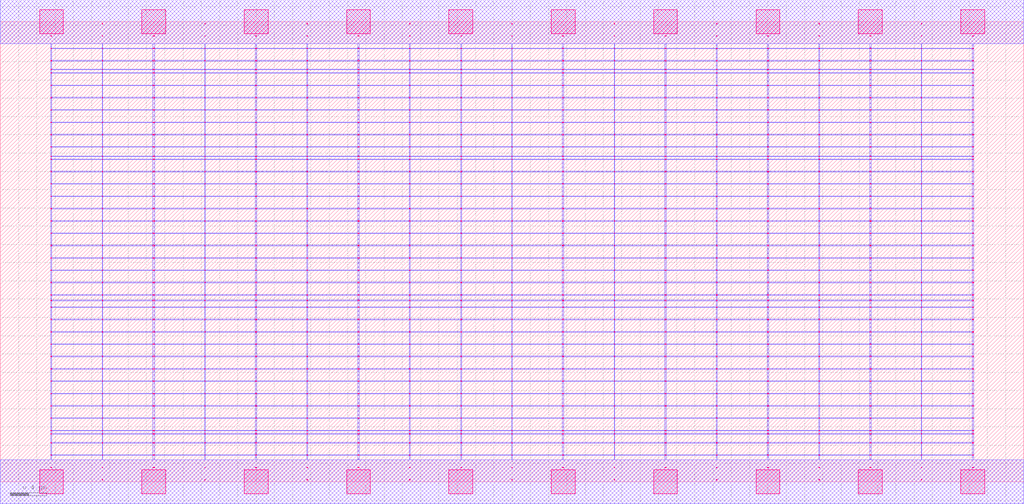
<source format=lef>
MACRO OOOAI422_DEBUG
 CLASS CORE ;
 FOREIGN OOOAI422_DEBUG 0 0 ;
 SIZE 11.200000000000001 BY 5.04 ;
 ORIGIN 0 0 ;
 SYMMETRY X Y R90 ;
 SITE unit ;

 OBS
    LAYER polycont ;
     RECT 5.59600000 2.58300000 5.60400000 2.59100000 ;
     RECT 5.59600000 2.71800000 5.60400000 2.72600000 ;
     RECT 5.59600000 2.85300000 5.60400000 2.86100000 ;
     RECT 5.59600000 2.98800000 5.60400000 2.99600000 ;
     RECT 5.59600000 3.12300000 5.60400000 3.13100000 ;
     RECT 5.59600000 3.25800000 5.60400000 3.26600000 ;
     RECT 5.59600000 3.39300000 5.60400000 3.40100000 ;
     RECT 5.59600000 3.52800000 5.60400000 3.53600000 ;
     RECT 5.59600000 3.56100000 5.60400000 3.56900000 ;
     RECT 5.59600000 3.66300000 5.60400000 3.67100000 ;
     RECT 5.59600000 3.79800000 5.60400000 3.80600000 ;
     RECT 5.59600000 3.93300000 5.60400000 3.94100000 ;
     RECT 5.59600000 4.06800000 5.60400000 4.07600000 ;
     RECT 5.59600000 4.20300000 5.60400000 4.21100000 ;
     RECT 5.59600000 4.33800000 5.60400000 4.34600000 ;
     RECT 5.59600000 4.47300000 5.60400000 4.48100000 ;
     RECT 5.59600000 4.51100000 5.60400000 4.51900000 ;
     RECT 5.59600000 4.60800000 5.60400000 4.61600000 ;
     RECT 5.59600000 4.74300000 5.60400000 4.75100000 ;
     RECT 5.59600000 4.87800000 5.60400000 4.88600000 ;
     RECT 6.71600000 2.58300000 6.72400000 2.59100000 ;
     RECT 6.15100000 2.85300000 6.16400000 2.86100000 ;
     RECT 6.71600000 2.85300000 6.72400000 2.86100000 ;
     RECT 7.27100000 2.85300000 7.28900000 2.86100000 ;
     RECT 7.83600000 2.85300000 7.84400000 2.86100000 ;
     RECT 8.39100000 2.85300000 8.40900000 2.86100000 ;
     RECT 8.95600000 2.85300000 8.96400000 2.86100000 ;
     RECT 9.51100000 2.85300000 9.52900000 2.86100000 ;
     RECT 10.07600000 2.85300000 10.08400000 2.86100000 ;
     RECT 10.63600000 2.85300000 10.64900000 2.86100000 ;
     RECT 7.27100000 2.58300000 7.28900000 2.59100000 ;
     RECT 6.15100000 2.98800000 6.16400000 2.99600000 ;
     RECT 6.71600000 2.98800000 6.72400000 2.99600000 ;
     RECT 7.27100000 2.98800000 7.28900000 2.99600000 ;
     RECT 7.83600000 2.98800000 7.84400000 2.99600000 ;
     RECT 8.39100000 2.98800000 8.40900000 2.99600000 ;
     RECT 8.95600000 2.98800000 8.96400000 2.99600000 ;
     RECT 9.51100000 2.98800000 9.52900000 2.99600000 ;
     RECT 10.07600000 2.98800000 10.08400000 2.99600000 ;
     RECT 10.63600000 2.98800000 10.64900000 2.99600000 ;
     RECT 7.83600000 2.58300000 7.84400000 2.59100000 ;
     RECT 8.39100000 2.58300000 8.40900000 2.59100000 ;
     RECT 8.95600000 2.58300000 8.96400000 2.59100000 ;
     RECT 9.51100000 2.58300000 9.52900000 2.59100000 ;
     RECT 10.07600000 2.58300000 10.08400000 2.59100000 ;
     RECT 10.63600000 2.58300000 10.64900000 2.59100000 ;
     RECT 6.15100000 2.58300000 6.16400000 2.59100000 ;
     RECT 6.15100000 2.71800000 6.16400000 2.72600000 ;
     RECT 6.71600000 2.71800000 6.72400000 2.72600000 ;
     RECT 7.27100000 2.71800000 7.28900000 2.72600000 ;
     RECT 7.83600000 2.71800000 7.84400000 2.72600000 ;
     RECT 8.39100000 2.71800000 8.40900000 2.72600000 ;
     RECT 8.95600000 2.71800000 8.96400000 2.72600000 ;
     RECT 9.51100000 2.71800000 9.52900000 2.72600000 ;
     RECT 10.07600000 2.71800000 10.08400000 2.72600000 ;
     RECT 10.63600000 2.71800000 10.64900000 2.72600000 ;
     RECT 1.67100000 2.58300000 1.68900000 2.59100000 ;
     RECT 0.55100000 2.98800000 0.56400000 2.99600000 ;
     RECT 1.11600000 2.98800000 1.12400000 2.99600000 ;
     RECT 1.67100000 2.98800000 1.68900000 2.99600000 ;
     RECT 2.23600000 2.98800000 2.24400000 2.99600000 ;
     RECT 2.79100000 2.98800000 2.80900000 2.99600000 ;
     RECT 3.35600000 2.98800000 3.36400000 2.99600000 ;
     RECT 3.91100000 2.98800000 3.92900000 2.99600000 ;
     RECT 4.47600000 2.98800000 4.48400000 2.99600000 ;
     RECT 5.03600000 2.98800000 5.04900000 2.99600000 ;
     RECT 2.23600000 2.58300000 2.24400000 2.59100000 ;
     RECT 2.79100000 2.58300000 2.80900000 2.59100000 ;
     RECT 3.35600000 2.58300000 3.36400000 2.59100000 ;
     RECT 3.91100000 2.58300000 3.92900000 2.59100000 ;
     RECT 4.47600000 2.58300000 4.48400000 2.59100000 ;
     RECT 5.03600000 2.58300000 5.04900000 2.59100000 ;
     RECT 0.55100000 2.58300000 0.56400000 2.59100000 ;
     RECT 0.55100000 2.71800000 0.56400000 2.72600000 ;
     RECT 0.55100000 2.85300000 0.56400000 2.86100000 ;
     RECT 1.11600000 2.85300000 1.12400000 2.86100000 ;
     RECT 1.67100000 2.85300000 1.68900000 2.86100000 ;
     RECT 2.23600000 2.85300000 2.24400000 2.86100000 ;
     RECT 2.79100000 2.85300000 2.80900000 2.86100000 ;
     RECT 3.35600000 2.85300000 3.36400000 2.86100000 ;
     RECT 3.91100000 2.85300000 3.92900000 2.86100000 ;
     RECT 4.47600000 2.85300000 4.48400000 2.86100000 ;
     RECT 5.03600000 2.85300000 5.04900000 2.86100000 ;
     RECT 1.11600000 2.71800000 1.12400000 2.72600000 ;
     RECT 1.67100000 2.71800000 1.68900000 2.72600000 ;
     RECT 2.23600000 2.71800000 2.24400000 2.72600000 ;
     RECT 2.79100000 2.71800000 2.80900000 2.72600000 ;
     RECT 3.35600000 2.71800000 3.36400000 2.72600000 ;
     RECT 3.91100000 2.71800000 3.92900000 2.72600000 ;
     RECT 4.47600000 2.71800000 4.48400000 2.72600000 ;
     RECT 5.03600000 2.71800000 5.04900000 2.72600000 ;
     RECT 1.11600000 2.58300000 1.12400000 2.59100000 ;
     RECT 10.07600000 0.82800000 10.08400000 0.83600000 ;
     RECT 10.63600000 0.82800000 10.64900000 0.83600000 ;
     RECT 10.07600000 0.96300000 10.08400000 0.97100000 ;
     RECT 10.63600000 0.96300000 10.64900000 0.97100000 ;
     RECT 10.07600000 1.09800000 10.08400000 1.10600000 ;
     RECT 10.63600000 1.09800000 10.64900000 1.10600000 ;
     RECT 10.07600000 1.23300000 10.08400000 1.24100000 ;
     RECT 10.63600000 1.23300000 10.64900000 1.24100000 ;
     RECT 10.07600000 1.36800000 10.08400000 1.37600000 ;
     RECT 10.63600000 1.36800000 10.64900000 1.37600000 ;
     RECT 10.07600000 1.50300000 10.08400000 1.51100000 ;
     RECT 10.63600000 1.50300000 10.64900000 1.51100000 ;
     RECT 10.07600000 1.63800000 10.08400000 1.64600000 ;
     RECT 10.63600000 1.63800000 10.64900000 1.64600000 ;
     RECT 10.07600000 1.77300000 10.08400000 1.78100000 ;
     RECT 10.63600000 1.77300000 10.64900000 1.78100000 ;
     RECT 10.07600000 1.90800000 10.08400000 1.91600000 ;
     RECT 10.63600000 1.90800000 10.64900000 1.91600000 ;
     RECT 10.07600000 1.98100000 10.08400000 1.98900000 ;
     RECT 10.63600000 1.98100000 10.64900000 1.98900000 ;
     RECT 10.07600000 2.04300000 10.08400000 2.05100000 ;
     RECT 10.63600000 2.04300000 10.64900000 2.05100000 ;
     RECT 10.07600000 2.17800000 10.08400000 2.18600000 ;
     RECT 10.63600000 2.17800000 10.64900000 2.18600000 ;
     RECT 10.07600000 2.31300000 10.08400000 2.32100000 ;
     RECT 10.63600000 2.31300000 10.64900000 2.32100000 ;
     RECT 10.07600000 2.44800000 10.08400000 2.45600000 ;
     RECT 10.63600000 2.44800000 10.64900000 2.45600000 ;
     RECT 10.07600000 0.15300000 10.08400000 0.16100000 ;
     RECT 10.63600000 0.15300000 10.64900000 0.16100000 ;
     RECT 10.07600000 0.28800000 10.08400000 0.29600000 ;
     RECT 10.63600000 0.28800000 10.64900000 0.29600000 ;
     RECT 10.07600000 0.42300000 10.08400000 0.43100000 ;
     RECT 10.63600000 0.42300000 10.64900000 0.43100000 ;
     RECT 10.07600000 0.52100000 10.08400000 0.52900000 ;
     RECT 10.63600000 0.52100000 10.64900000 0.52900000 ;
     RECT 10.07600000 0.55800000 10.08400000 0.56600000 ;
     RECT 10.63600000 0.55800000 10.64900000 0.56600000 ;
     RECT 10.07600000 0.69300000 10.08400000 0.70100000 ;
     RECT 10.63600000 0.69300000 10.64900000 0.70100000 ;

    LAYER pdiffc ;
     RECT 0.55100000 3.39300000 0.55900000 3.40100000 ;
     RECT 5.04100000 3.39300000 5.04900000 3.40100000 ;
     RECT 6.15100000 3.39300000 6.15900000 3.40100000 ;
     RECT 10.64100000 3.39300000 10.64900000 3.40100000 ;
     RECT 0.55100000 3.52800000 0.55900000 3.53600000 ;
     RECT 5.04100000 3.52800000 5.04900000 3.53600000 ;
     RECT 6.15100000 3.52800000 6.15900000 3.53600000 ;
     RECT 10.64100000 3.52800000 10.64900000 3.53600000 ;
     RECT 0.55100000 3.56100000 0.55900000 3.56900000 ;
     RECT 5.04100000 3.56100000 5.04900000 3.56900000 ;
     RECT 6.15100000 3.56100000 6.15900000 3.56900000 ;
     RECT 10.64100000 3.56100000 10.64900000 3.56900000 ;
     RECT 0.55100000 3.66300000 0.55900000 3.67100000 ;
     RECT 5.04100000 3.66300000 5.04900000 3.67100000 ;
     RECT 6.15100000 3.66300000 6.15900000 3.67100000 ;
     RECT 10.64100000 3.66300000 10.64900000 3.67100000 ;
     RECT 0.55100000 3.79800000 0.55900000 3.80600000 ;
     RECT 5.04100000 3.79800000 5.04900000 3.80600000 ;
     RECT 6.15100000 3.79800000 6.15900000 3.80600000 ;
     RECT 10.64100000 3.79800000 10.64900000 3.80600000 ;
     RECT 0.55100000 3.93300000 0.55900000 3.94100000 ;
     RECT 5.04100000 3.93300000 5.04900000 3.94100000 ;
     RECT 6.15100000 3.93300000 6.15900000 3.94100000 ;
     RECT 10.64100000 3.93300000 10.64900000 3.94100000 ;
     RECT 0.55100000 4.06800000 0.55900000 4.07600000 ;
     RECT 5.04100000 4.06800000 5.04900000 4.07600000 ;
     RECT 6.15100000 4.06800000 6.15900000 4.07600000 ;
     RECT 10.64100000 4.06800000 10.64900000 4.07600000 ;
     RECT 0.55100000 4.20300000 0.55900000 4.21100000 ;
     RECT 5.04100000 4.20300000 5.04900000 4.21100000 ;
     RECT 6.15100000 4.20300000 6.15900000 4.21100000 ;
     RECT 10.64100000 4.20300000 10.64900000 4.21100000 ;
     RECT 0.55100000 4.33800000 0.55900000 4.34600000 ;
     RECT 5.04100000 4.33800000 5.04900000 4.34600000 ;
     RECT 6.15100000 4.33800000 6.15900000 4.34600000 ;
     RECT 10.64100000 4.33800000 10.64900000 4.34600000 ;
     RECT 0.55100000 4.47300000 0.55900000 4.48100000 ;
     RECT 5.04100000 4.47300000 5.04900000 4.48100000 ;
     RECT 6.15100000 4.47300000 6.15900000 4.48100000 ;
     RECT 10.64100000 4.47300000 10.64900000 4.48100000 ;
     RECT 0.55100000 4.51100000 0.55900000 4.51900000 ;
     RECT 5.04100000 4.51100000 5.04900000 4.51900000 ;
     RECT 6.15100000 4.51100000 6.15900000 4.51900000 ;
     RECT 10.64100000 4.51100000 10.64900000 4.51900000 ;
     RECT 0.55100000 4.60800000 0.55900000 4.61600000 ;
     RECT 5.04100000 4.60800000 5.04900000 4.61600000 ;
     RECT 6.15100000 4.60800000 6.15900000 4.61600000 ;
     RECT 10.64100000 4.60800000 10.64900000 4.61600000 ;

    LAYER ndiffc ;
     RECT 5.03600000 0.42300000 5.04900000 0.43100000 ;
     RECT 5.03600000 0.52100000 5.04900000 0.52900000 ;
     RECT 5.03600000 0.55800000 5.04900000 0.56600000 ;
     RECT 5.03600000 0.69300000 5.04900000 0.70100000 ;
     RECT 5.03600000 0.82800000 5.04900000 0.83600000 ;
     RECT 5.03600000 0.96300000 5.04900000 0.97100000 ;
     RECT 5.03600000 1.09800000 5.04900000 1.10600000 ;
     RECT 5.03600000 1.23300000 5.04900000 1.24100000 ;
     RECT 5.03600000 1.36800000 5.04900000 1.37600000 ;
     RECT 5.03600000 1.50300000 5.04900000 1.51100000 ;
     RECT 5.03600000 1.63800000 5.04900000 1.64600000 ;
     RECT 5.03600000 1.77300000 5.04900000 1.78100000 ;
     RECT 5.03600000 1.90800000 5.04900000 1.91600000 ;
     RECT 5.03600000 1.98100000 5.04900000 1.98900000 ;
     RECT 5.03600000 2.04300000 5.04900000 2.05100000 ;
     RECT 8.39100000 0.42300000 8.40900000 0.43100000 ;
     RECT 6.15100000 0.69300000 6.16400000 0.70100000 ;
     RECT 7.27100000 0.69300000 7.28900000 0.70100000 ;
     RECT 8.39100000 0.69300000 8.40900000 0.70100000 ;
     RECT 9.51100000 0.69300000 9.52900000 0.70100000 ;
     RECT 9.51100000 0.42300000 9.52900000 0.43100000 ;
     RECT 6.15100000 0.82800000 6.16400000 0.83600000 ;
     RECT 7.27100000 0.82800000 7.28900000 0.83600000 ;
     RECT 8.39100000 0.82800000 8.40900000 0.83600000 ;
     RECT 9.51100000 0.82800000 9.52900000 0.83600000 ;
     RECT 6.15100000 0.42300000 6.16400000 0.43100000 ;
     RECT 6.15100000 0.96300000 6.16400000 0.97100000 ;
     RECT 7.27100000 0.96300000 7.28900000 0.97100000 ;
     RECT 8.39100000 0.96300000 8.40900000 0.97100000 ;
     RECT 9.51100000 0.96300000 9.52900000 0.97100000 ;
     RECT 6.15100000 0.52100000 6.16400000 0.52900000 ;
     RECT 6.15100000 1.09800000 6.16400000 1.10600000 ;
     RECT 7.27100000 1.09800000 7.28900000 1.10600000 ;
     RECT 8.39100000 1.09800000 8.40900000 1.10600000 ;
     RECT 9.51100000 1.09800000 9.52900000 1.10600000 ;
     RECT 7.27100000 0.52100000 7.28900000 0.52900000 ;
     RECT 6.15100000 1.23300000 6.16400000 1.24100000 ;
     RECT 7.27100000 1.23300000 7.28900000 1.24100000 ;
     RECT 8.39100000 1.23300000 8.40900000 1.24100000 ;
     RECT 9.51100000 1.23300000 9.52900000 1.24100000 ;
     RECT 8.39100000 0.52100000 8.40900000 0.52900000 ;
     RECT 6.15100000 1.36800000 6.16400000 1.37600000 ;
     RECT 7.27100000 1.36800000 7.28900000 1.37600000 ;
     RECT 8.39100000 1.36800000 8.40900000 1.37600000 ;
     RECT 9.51100000 1.36800000 9.52900000 1.37600000 ;
     RECT 9.51100000 0.52100000 9.52900000 0.52900000 ;
     RECT 6.15100000 1.50300000 6.16400000 1.51100000 ;
     RECT 7.27100000 1.50300000 7.28900000 1.51100000 ;
     RECT 8.39100000 1.50300000 8.40900000 1.51100000 ;
     RECT 9.51100000 1.50300000 9.52900000 1.51100000 ;
     RECT 7.27100000 0.42300000 7.28900000 0.43100000 ;
     RECT 6.15100000 1.63800000 6.16400000 1.64600000 ;
     RECT 7.27100000 1.63800000 7.28900000 1.64600000 ;
     RECT 8.39100000 1.63800000 8.40900000 1.64600000 ;
     RECT 9.51100000 1.63800000 9.52900000 1.64600000 ;
     RECT 6.15100000 0.55800000 6.16400000 0.56600000 ;
     RECT 6.15100000 1.77300000 6.16400000 1.78100000 ;
     RECT 7.27100000 1.77300000 7.28900000 1.78100000 ;
     RECT 8.39100000 1.77300000 8.40900000 1.78100000 ;
     RECT 9.51100000 1.77300000 9.52900000 1.78100000 ;
     RECT 7.27100000 0.55800000 7.28900000 0.56600000 ;
     RECT 6.15100000 1.90800000 6.16400000 1.91600000 ;
     RECT 7.27100000 1.90800000 7.28900000 1.91600000 ;
     RECT 8.39100000 1.90800000 8.40900000 1.91600000 ;
     RECT 9.51100000 1.90800000 9.52900000 1.91600000 ;
     RECT 8.39100000 0.55800000 8.40900000 0.56600000 ;
     RECT 6.15100000 1.98100000 6.16400000 1.98900000 ;
     RECT 7.27100000 1.98100000 7.28900000 1.98900000 ;
     RECT 8.39100000 1.98100000 8.40900000 1.98900000 ;
     RECT 9.51100000 1.98100000 9.52900000 1.98900000 ;
     RECT 9.51100000 0.55800000 9.52900000 0.56600000 ;
     RECT 6.15100000 2.04300000 6.16400000 2.05100000 ;
     RECT 7.27100000 2.04300000 7.28900000 2.05100000 ;
     RECT 8.39100000 2.04300000 8.40900000 2.05100000 ;
     RECT 9.51100000 2.04300000 9.52900000 2.05100000 ;
     RECT 3.91100000 1.36800000 3.92900000 1.37600000 ;
     RECT 2.79100000 0.55800000 2.80900000 0.56600000 ;
     RECT 3.91100000 0.55800000 3.92900000 0.56600000 ;
     RECT 1.67100000 0.52100000 1.68900000 0.52900000 ;
     RECT 2.79100000 0.52100000 2.80900000 0.52900000 ;
     RECT 3.91100000 0.52100000 3.92900000 0.52900000 ;
     RECT 0.55100000 1.50300000 0.56400000 1.51100000 ;
     RECT 1.67100000 1.50300000 1.68900000 1.51100000 ;
     RECT 2.79100000 1.50300000 2.80900000 1.51100000 ;
     RECT 3.91100000 1.50300000 3.92900000 1.51100000 ;
     RECT 0.55100000 0.96300000 0.56400000 0.97100000 ;
     RECT 1.67100000 0.96300000 1.68900000 0.97100000 ;
     RECT 2.79100000 0.96300000 2.80900000 0.97100000 ;
     RECT 3.91100000 0.96300000 3.92900000 0.97100000 ;
     RECT 1.67100000 0.42300000 1.68900000 0.43100000 ;
     RECT 0.55100000 1.63800000 0.56400000 1.64600000 ;
     RECT 1.67100000 1.63800000 1.68900000 1.64600000 ;
     RECT 2.79100000 1.63800000 2.80900000 1.64600000 ;
     RECT 3.91100000 1.63800000 3.92900000 1.64600000 ;
     RECT 2.79100000 0.42300000 2.80900000 0.43100000 ;
     RECT 0.55100000 0.69300000 0.56400000 0.70100000 ;
     RECT 1.67100000 0.69300000 1.68900000 0.70100000 ;
     RECT 2.79100000 0.69300000 2.80900000 0.70100000 ;
     RECT 0.55100000 1.09800000 0.56400000 1.10600000 ;
     RECT 0.55100000 1.77300000 0.56400000 1.78100000 ;
     RECT 1.67100000 1.77300000 1.68900000 1.78100000 ;
     RECT 2.79100000 1.77300000 2.80900000 1.78100000 ;
     RECT 3.91100000 1.77300000 3.92900000 1.78100000 ;
     RECT 1.67100000 1.09800000 1.68900000 1.10600000 ;
     RECT 2.79100000 1.09800000 2.80900000 1.10600000 ;
     RECT 3.91100000 1.09800000 3.92900000 1.10600000 ;
     RECT 3.91100000 0.69300000 3.92900000 0.70100000 ;
     RECT 3.91100000 0.42300000 3.92900000 0.43100000 ;
     RECT 0.55100000 1.90800000 0.56400000 1.91600000 ;
     RECT 1.67100000 1.90800000 1.68900000 1.91600000 ;
     RECT 2.79100000 1.90800000 2.80900000 1.91600000 ;
     RECT 3.91100000 1.90800000 3.92900000 1.91600000 ;
     RECT 0.55100000 0.42300000 0.56400000 0.43100000 ;
     RECT 0.55100000 0.52100000 0.56400000 0.52900000 ;
     RECT 0.55100000 0.55800000 0.56400000 0.56600000 ;
     RECT 0.55100000 1.23300000 0.56400000 1.24100000 ;
     RECT 1.67100000 1.23300000 1.68900000 1.24100000 ;
     RECT 0.55100000 1.98100000 0.56400000 1.98900000 ;
     RECT 1.67100000 1.98100000 1.68900000 1.98900000 ;
     RECT 2.79100000 1.98100000 2.80900000 1.98900000 ;
     RECT 3.91100000 1.98100000 3.92900000 1.98900000 ;
     RECT 2.79100000 1.23300000 2.80900000 1.24100000 ;
     RECT 3.91100000 1.23300000 3.92900000 1.24100000 ;
     RECT 1.67100000 0.55800000 1.68900000 0.56600000 ;
     RECT 0.55100000 0.82800000 0.56400000 0.83600000 ;
     RECT 1.67100000 0.82800000 1.68900000 0.83600000 ;
     RECT 0.55100000 2.04300000 0.56400000 2.05100000 ;
     RECT 1.67100000 2.04300000 1.68900000 2.05100000 ;
     RECT 2.79100000 2.04300000 2.80900000 2.05100000 ;
     RECT 3.91100000 2.04300000 3.92900000 2.05100000 ;
     RECT 2.79100000 0.82800000 2.80900000 0.83600000 ;
     RECT 3.91100000 0.82800000 3.92900000 0.83600000 ;
     RECT 0.55100000 1.36800000 0.56400000 1.37600000 ;
     RECT 1.67100000 1.36800000 1.68900000 1.37600000 ;
     RECT 2.79100000 1.36800000 2.80900000 1.37600000 ;

    LAYER met1 ;
     RECT 0.00000000 -0.24000000 11.20000000 0.24000000 ;
     RECT 5.59600000 0.24000000 5.60400000 0.28800000 ;
     RECT 0.55100000 0.28800000 10.64900000 0.29600000 ;
     RECT 5.59600000 0.29600000 5.60400000 0.42300000 ;
     RECT 0.55100000 0.42300000 10.64900000 0.43100000 ;
     RECT 5.59600000 0.43100000 5.60400000 0.52100000 ;
     RECT 0.55100000 0.52100000 10.64900000 0.52900000 ;
     RECT 5.59600000 0.52900000 5.60400000 0.55800000 ;
     RECT 0.55100000 0.55800000 10.64900000 0.56600000 ;
     RECT 5.59600000 0.56600000 5.60400000 0.69300000 ;
     RECT 0.55100000 0.69300000 10.64900000 0.70100000 ;
     RECT 5.59600000 0.70100000 5.60400000 0.82800000 ;
     RECT 0.55100000 0.82800000 10.64900000 0.83600000 ;
     RECT 5.59600000 0.83600000 5.60400000 0.96300000 ;
     RECT 0.55100000 0.96300000 10.64900000 0.97100000 ;
     RECT 5.59600000 0.97100000 5.60400000 1.09800000 ;
     RECT 0.55100000 1.09800000 10.64900000 1.10600000 ;
     RECT 5.59600000 1.10600000 5.60400000 1.23300000 ;
     RECT 0.55100000 1.23300000 10.64900000 1.24100000 ;
     RECT 5.59600000 1.24100000 5.60400000 1.36800000 ;
     RECT 0.55100000 1.36800000 10.64900000 1.37600000 ;
     RECT 5.59600000 1.37600000 5.60400000 1.50300000 ;
     RECT 0.55100000 1.50300000 10.64900000 1.51100000 ;
     RECT 5.59600000 1.51100000 5.60400000 1.63800000 ;
     RECT 0.55100000 1.63800000 10.64900000 1.64600000 ;
     RECT 5.59600000 1.64600000 5.60400000 1.77300000 ;
     RECT 0.55100000 1.77300000 10.64900000 1.78100000 ;
     RECT 5.59600000 1.78100000 5.60400000 1.90800000 ;
     RECT 0.55100000 1.90800000 10.64900000 1.91600000 ;
     RECT 5.59600000 1.91600000 5.60400000 1.98100000 ;
     RECT 0.55100000 1.98100000 10.64900000 1.98900000 ;
     RECT 5.59600000 1.98900000 5.60400000 2.04300000 ;
     RECT 0.55100000 2.04300000 10.64900000 2.05100000 ;
     RECT 5.59600000 2.05100000 5.60400000 2.17800000 ;
     RECT 0.55100000 2.17800000 10.64900000 2.18600000 ;
     RECT 5.59600000 2.18600000 5.60400000 2.31300000 ;
     RECT 0.55100000 2.31300000 10.64900000 2.32100000 ;
     RECT 5.59600000 2.32100000 5.60400000 2.44800000 ;
     RECT 0.55100000 2.44800000 10.64900000 2.45600000 ;
     RECT 0.55100000 2.45600000 0.56400000 2.58300000 ;
     RECT 1.11600000 2.45600000 1.12400000 2.58300000 ;
     RECT 1.67100000 2.45600000 1.68900000 2.58300000 ;
     RECT 2.23600000 2.45600000 2.24400000 2.58300000 ;
     RECT 2.79100000 2.45600000 2.80900000 2.58300000 ;
     RECT 3.35600000 2.45600000 3.36400000 2.58300000 ;
     RECT 3.91100000 2.45600000 3.92900000 2.58300000 ;
     RECT 4.47600000 2.45600000 4.48400000 2.58300000 ;
     RECT 5.03600000 2.45600000 5.04900000 2.58300000 ;
     RECT 5.59600000 2.45600000 5.60400000 2.58300000 ;
     RECT 6.15100000 2.45600000 6.16400000 2.58300000 ;
     RECT 6.71600000 2.45600000 6.72400000 2.58300000 ;
     RECT 7.27100000 2.45600000 7.28900000 2.58300000 ;
     RECT 7.83600000 2.45600000 7.84400000 2.58300000 ;
     RECT 8.39100000 2.45600000 8.40900000 2.58300000 ;
     RECT 8.95600000 2.45600000 8.96400000 2.58300000 ;
     RECT 9.51100000 2.45600000 9.52900000 2.58300000 ;
     RECT 10.07600000 2.45600000 10.08400000 2.58300000 ;
     RECT 10.63600000 2.45600000 10.64900000 2.58300000 ;
     RECT 0.55100000 2.58300000 10.64900000 2.59100000 ;
     RECT 5.59600000 2.59100000 5.60400000 2.71800000 ;
     RECT 0.55100000 2.71800000 10.64900000 2.72600000 ;
     RECT 5.59600000 2.72600000 5.60400000 2.85300000 ;
     RECT 0.55100000 2.85300000 10.64900000 2.86100000 ;
     RECT 5.59600000 2.86100000 5.60400000 2.98800000 ;
     RECT 0.55100000 2.98800000 10.64900000 2.99600000 ;
     RECT 5.59600000 2.99600000 5.60400000 3.12300000 ;
     RECT 0.55100000 3.12300000 10.64900000 3.13100000 ;
     RECT 5.59600000 3.13100000 5.60400000 3.25800000 ;
     RECT 0.55100000 3.25800000 10.64900000 3.26600000 ;
     RECT 5.59600000 3.26600000 5.60400000 3.39300000 ;
     RECT 0.55100000 3.39300000 10.64900000 3.40100000 ;
     RECT 5.59600000 3.40100000 5.60400000 3.52800000 ;
     RECT 0.55100000 3.52800000 10.64900000 3.53600000 ;
     RECT 5.59600000 3.53600000 5.60400000 3.56100000 ;
     RECT 0.55100000 3.56100000 10.64900000 3.56900000 ;
     RECT 5.59600000 3.56900000 5.60400000 3.66300000 ;
     RECT 0.55100000 3.66300000 10.64900000 3.67100000 ;
     RECT 5.59600000 3.67100000 5.60400000 3.79800000 ;
     RECT 0.55100000 3.79800000 10.64900000 3.80600000 ;
     RECT 5.59600000 3.80600000 5.60400000 3.93300000 ;
     RECT 0.55100000 3.93300000 10.64900000 3.94100000 ;
     RECT 5.59600000 3.94100000 5.60400000 4.06800000 ;
     RECT 0.55100000 4.06800000 10.64900000 4.07600000 ;
     RECT 5.59600000 4.07600000 5.60400000 4.20300000 ;
     RECT 0.55100000 4.20300000 10.64900000 4.21100000 ;
     RECT 5.59600000 4.21100000 5.60400000 4.33800000 ;
     RECT 0.55100000 4.33800000 10.64900000 4.34600000 ;
     RECT 5.59600000 4.34600000 5.60400000 4.47300000 ;
     RECT 0.55100000 4.47300000 10.64900000 4.48100000 ;
     RECT 5.59600000 4.48100000 5.60400000 4.51100000 ;
     RECT 0.55100000 4.51100000 10.64900000 4.51900000 ;
     RECT 5.59600000 4.51900000 5.60400000 4.60800000 ;
     RECT 0.55100000 4.60800000 10.64900000 4.61600000 ;
     RECT 5.59600000 4.61600000 5.60400000 4.74300000 ;
     RECT 0.55100000 4.74300000 10.64900000 4.75100000 ;
     RECT 5.59600000 4.75100000 5.60400000 4.80000000 ;
     RECT 0.00000000 4.80000000 11.20000000 5.28000000 ;
     RECT 8.39100000 2.99600000 8.40900000 3.12300000 ;
     RECT 8.39100000 3.13100000 8.40900000 3.25800000 ;
     RECT 8.39100000 3.26600000 8.40900000 3.39300000 ;
     RECT 8.39100000 3.40100000 8.40900000 3.52800000 ;
     RECT 8.39100000 3.53600000 8.40900000 3.56100000 ;
     RECT 8.39100000 2.72600000 8.40900000 2.85300000 ;
     RECT 8.39100000 3.56900000 8.40900000 3.66300000 ;
     RECT 8.39100000 3.67100000 8.40900000 3.79800000 ;
     RECT 6.15100000 3.80600000 6.16400000 3.93300000 ;
     RECT 6.71600000 3.80600000 6.72400000 3.93300000 ;
     RECT 7.27100000 3.80600000 7.28900000 3.93300000 ;
     RECT 7.83600000 3.80600000 7.84400000 3.93300000 ;
     RECT 8.39100000 3.80600000 8.40900000 3.93300000 ;
     RECT 8.95600000 3.80600000 8.96400000 3.93300000 ;
     RECT 9.51100000 3.80600000 9.52900000 3.93300000 ;
     RECT 10.07600000 3.80600000 10.08400000 3.93300000 ;
     RECT 10.63600000 3.80600000 10.64900000 3.93300000 ;
     RECT 8.39100000 3.94100000 8.40900000 4.06800000 ;
     RECT 8.39100000 4.07600000 8.40900000 4.20300000 ;
     RECT 8.39100000 4.21100000 8.40900000 4.33800000 ;
     RECT 8.39100000 2.86100000 8.40900000 2.98800000 ;
     RECT 8.39100000 4.34600000 8.40900000 4.47300000 ;
     RECT 8.39100000 4.48100000 8.40900000 4.51100000 ;
     RECT 8.39100000 2.59100000 8.40900000 2.71800000 ;
     RECT 8.39100000 4.51900000 8.40900000 4.60800000 ;
     RECT 8.39100000 4.61600000 8.40900000 4.74300000 ;
     RECT 8.39100000 4.75100000 8.40900000 4.80000000 ;
     RECT 9.51100000 3.94100000 9.52900000 4.06800000 ;
     RECT 8.95600000 4.21100000 8.96400000 4.33800000 ;
     RECT 9.51100000 4.21100000 9.52900000 4.33800000 ;
     RECT 10.07600000 4.21100000 10.08400000 4.33800000 ;
     RECT 10.63600000 4.21100000 10.64900000 4.33800000 ;
     RECT 10.07600000 3.94100000 10.08400000 4.06800000 ;
     RECT 10.63600000 3.94100000 10.64900000 4.06800000 ;
     RECT 8.95600000 4.34600000 8.96400000 4.47300000 ;
     RECT 9.51100000 4.34600000 9.52900000 4.47300000 ;
     RECT 10.07600000 4.34600000 10.08400000 4.47300000 ;
     RECT 10.63600000 4.34600000 10.64900000 4.47300000 ;
     RECT 8.95600000 3.94100000 8.96400000 4.06800000 ;
     RECT 8.95600000 4.48100000 8.96400000 4.51100000 ;
     RECT 9.51100000 4.48100000 9.52900000 4.51100000 ;
     RECT 10.07600000 4.48100000 10.08400000 4.51100000 ;
     RECT 10.63600000 4.48100000 10.64900000 4.51100000 ;
     RECT 8.95600000 4.07600000 8.96400000 4.20300000 ;
     RECT 9.51100000 4.07600000 9.52900000 4.20300000 ;
     RECT 8.95600000 4.51900000 8.96400000 4.60800000 ;
     RECT 9.51100000 4.51900000 9.52900000 4.60800000 ;
     RECT 10.07600000 4.51900000 10.08400000 4.60800000 ;
     RECT 10.63600000 4.51900000 10.64900000 4.60800000 ;
     RECT 10.07600000 4.07600000 10.08400000 4.20300000 ;
     RECT 8.95600000 4.61600000 8.96400000 4.74300000 ;
     RECT 9.51100000 4.61600000 9.52900000 4.74300000 ;
     RECT 10.07600000 4.61600000 10.08400000 4.74300000 ;
     RECT 10.63600000 4.61600000 10.64900000 4.74300000 ;
     RECT 10.63600000 4.07600000 10.64900000 4.20300000 ;
     RECT 8.95600000 4.75100000 8.96400000 4.80000000 ;
     RECT 9.51100000 4.75100000 9.52900000 4.80000000 ;
     RECT 10.07600000 4.75100000 10.08400000 4.80000000 ;
     RECT 10.63600000 4.75100000 10.64900000 4.80000000 ;
     RECT 6.71600000 4.07600000 6.72400000 4.20300000 ;
     RECT 7.27100000 4.07600000 7.28900000 4.20300000 ;
     RECT 7.83600000 4.07600000 7.84400000 4.20300000 ;
     RECT 6.71600000 3.94100000 6.72400000 4.06800000 ;
     RECT 7.27100000 3.94100000 7.28900000 4.06800000 ;
     RECT 6.15100000 4.51900000 6.16400000 4.60800000 ;
     RECT 6.71600000 4.51900000 6.72400000 4.60800000 ;
     RECT 7.27100000 4.51900000 7.28900000 4.60800000 ;
     RECT 7.83600000 4.51900000 7.84400000 4.60800000 ;
     RECT 7.83600000 3.94100000 7.84400000 4.06800000 ;
     RECT 6.15100000 4.34600000 6.16400000 4.47300000 ;
     RECT 6.71600000 4.34600000 6.72400000 4.47300000 ;
     RECT 7.27100000 4.34600000 7.28900000 4.47300000 ;
     RECT 7.83600000 4.34600000 7.84400000 4.47300000 ;
     RECT 6.15100000 4.61600000 6.16400000 4.74300000 ;
     RECT 6.71600000 4.61600000 6.72400000 4.74300000 ;
     RECT 7.27100000 4.61600000 7.28900000 4.74300000 ;
     RECT 7.83600000 4.61600000 7.84400000 4.74300000 ;
     RECT 6.15100000 3.94100000 6.16400000 4.06800000 ;
     RECT 6.15100000 4.07600000 6.16400000 4.20300000 ;
     RECT 6.15100000 4.21100000 6.16400000 4.33800000 ;
     RECT 6.71600000 4.21100000 6.72400000 4.33800000 ;
     RECT 7.27100000 4.21100000 7.28900000 4.33800000 ;
     RECT 6.15100000 4.75100000 6.16400000 4.80000000 ;
     RECT 6.71600000 4.75100000 6.72400000 4.80000000 ;
     RECT 7.27100000 4.75100000 7.28900000 4.80000000 ;
     RECT 7.83600000 4.75100000 7.84400000 4.80000000 ;
     RECT 6.15100000 4.48100000 6.16400000 4.51100000 ;
     RECT 6.71600000 4.48100000 6.72400000 4.51100000 ;
     RECT 7.27100000 4.48100000 7.28900000 4.51100000 ;
     RECT 7.83600000 4.48100000 7.84400000 4.51100000 ;
     RECT 7.83600000 4.21100000 7.84400000 4.33800000 ;
     RECT 7.27100000 3.53600000 7.28900000 3.56100000 ;
     RECT 7.83600000 3.53600000 7.84400000 3.56100000 ;
     RECT 7.83600000 3.13100000 7.84400000 3.25800000 ;
     RECT 6.15100000 2.86100000 6.16400000 2.98800000 ;
     RECT 6.71600000 2.86100000 6.72400000 2.98800000 ;
     RECT 7.83600000 2.72600000 7.84400000 2.85300000 ;
     RECT 6.15100000 3.13100000 6.16400000 3.25800000 ;
     RECT 6.15100000 3.56900000 6.16400000 3.66300000 ;
     RECT 6.71600000 3.56900000 6.72400000 3.66300000 ;
     RECT 7.27100000 3.56900000 7.28900000 3.66300000 ;
     RECT 7.83600000 3.56900000 7.84400000 3.66300000 ;
     RECT 6.15100000 2.59100000 6.16400000 2.71800000 ;
     RECT 6.15100000 3.67100000 6.16400000 3.79800000 ;
     RECT 6.71600000 3.67100000 6.72400000 3.79800000 ;
     RECT 7.27100000 2.86100000 7.28900000 2.98800000 ;
     RECT 7.83600000 2.86100000 7.84400000 2.98800000 ;
     RECT 7.27100000 3.67100000 7.28900000 3.79800000 ;
     RECT 7.83600000 3.67100000 7.84400000 3.79800000 ;
     RECT 6.15100000 2.99600000 6.16400000 3.12300000 ;
     RECT 6.15100000 3.26600000 6.16400000 3.39300000 ;
     RECT 6.71600000 3.26600000 6.72400000 3.39300000 ;
     RECT 7.27100000 3.26600000 7.28900000 3.39300000 ;
     RECT 7.83600000 3.26600000 7.84400000 3.39300000 ;
     RECT 6.71600000 3.13100000 6.72400000 3.25800000 ;
     RECT 6.71600000 2.59100000 6.72400000 2.71800000 ;
     RECT 6.15100000 2.72600000 6.16400000 2.85300000 ;
     RECT 6.15100000 3.40100000 6.16400000 3.52800000 ;
     RECT 6.71600000 3.40100000 6.72400000 3.52800000 ;
     RECT 6.71600000 2.99600000 6.72400000 3.12300000 ;
     RECT 7.27100000 2.99600000 7.28900000 3.12300000 ;
     RECT 7.27100000 3.40100000 7.28900000 3.52800000 ;
     RECT 7.27100000 2.59100000 7.28900000 2.71800000 ;
     RECT 7.83600000 2.59100000 7.84400000 2.71800000 ;
     RECT 7.83600000 3.40100000 7.84400000 3.52800000 ;
     RECT 7.27100000 3.13100000 7.28900000 3.25800000 ;
     RECT 6.71600000 2.72600000 6.72400000 2.85300000 ;
     RECT 7.27100000 2.72600000 7.28900000 2.85300000 ;
     RECT 6.15100000 3.53600000 6.16400000 3.56100000 ;
     RECT 6.71600000 3.53600000 6.72400000 3.56100000 ;
     RECT 7.83600000 2.99600000 7.84400000 3.12300000 ;
     RECT 10.07600000 3.56900000 10.08400000 3.66300000 ;
     RECT 10.63600000 3.56900000 10.64900000 3.66300000 ;
     RECT 8.95600000 2.72600000 8.96400000 2.85300000 ;
     RECT 9.51100000 2.72600000 9.52900000 2.85300000 ;
     RECT 8.95600000 2.99600000 8.96400000 3.12300000 ;
     RECT 8.95600000 3.40100000 8.96400000 3.52800000 ;
     RECT 10.63600000 2.86100000 10.64900000 2.98800000 ;
     RECT 9.51100000 3.40100000 9.52900000 3.52800000 ;
     RECT 10.07600000 3.40100000 10.08400000 3.52800000 ;
     RECT 10.63600000 3.40100000 10.64900000 3.52800000 ;
     RECT 8.95600000 3.67100000 8.96400000 3.79800000 ;
     RECT 9.51100000 3.67100000 9.52900000 3.79800000 ;
     RECT 10.07600000 3.67100000 10.08400000 3.79800000 ;
     RECT 10.63600000 3.67100000 10.64900000 3.79800000 ;
     RECT 10.07600000 2.72600000 10.08400000 2.85300000 ;
     RECT 10.63600000 2.72600000 10.64900000 2.85300000 ;
     RECT 9.51100000 2.99600000 9.52900000 3.12300000 ;
     RECT 8.95600000 2.59100000 8.96400000 2.71800000 ;
     RECT 10.07600000 2.99600000 10.08400000 3.12300000 ;
     RECT 10.63600000 2.99600000 10.64900000 3.12300000 ;
     RECT 9.51100000 2.59100000 9.52900000 2.71800000 ;
     RECT 8.95600000 3.26600000 8.96400000 3.39300000 ;
     RECT 9.51100000 3.26600000 9.52900000 3.39300000 ;
     RECT 10.07600000 3.26600000 10.08400000 3.39300000 ;
     RECT 8.95600000 3.53600000 8.96400000 3.56100000 ;
     RECT 8.95600000 2.86100000 8.96400000 2.98800000 ;
     RECT 9.51100000 3.53600000 9.52900000 3.56100000 ;
     RECT 10.07600000 3.53600000 10.08400000 3.56100000 ;
     RECT 10.63600000 3.53600000 10.64900000 3.56100000 ;
     RECT 10.63600000 3.26600000 10.64900000 3.39300000 ;
     RECT 8.95600000 3.13100000 8.96400000 3.25800000 ;
     RECT 9.51100000 3.13100000 9.52900000 3.25800000 ;
     RECT 10.07600000 3.13100000 10.08400000 3.25800000 ;
     RECT 10.63600000 3.13100000 10.64900000 3.25800000 ;
     RECT 10.63600000 2.59100000 10.64900000 2.71800000 ;
     RECT 9.51100000 2.86100000 9.52900000 2.98800000 ;
     RECT 10.07600000 2.86100000 10.08400000 2.98800000 ;
     RECT 10.07600000 2.59100000 10.08400000 2.71800000 ;
     RECT 8.95600000 3.56900000 8.96400000 3.66300000 ;
     RECT 9.51100000 3.56900000 9.52900000 3.66300000 ;
     RECT 2.79100000 2.59100000 2.80900000 2.71800000 ;
     RECT 2.79100000 2.99600000 2.80900000 3.12300000 ;
     RECT 2.79100000 3.94100000 2.80900000 4.06800000 ;
     RECT 2.79100000 3.40100000 2.80900000 3.52800000 ;
     RECT 2.79100000 4.07600000 2.80900000 4.20300000 ;
     RECT 2.79100000 4.21100000 2.80900000 4.33800000 ;
     RECT 2.79100000 3.53600000 2.80900000 3.56100000 ;
     RECT 2.79100000 4.34600000 2.80900000 4.47300000 ;
     RECT 2.79100000 3.13100000 2.80900000 3.25800000 ;
     RECT 2.79100000 3.56900000 2.80900000 3.66300000 ;
     RECT 2.79100000 4.48100000 2.80900000 4.51100000 ;
     RECT 2.79100000 2.86100000 2.80900000 2.98800000 ;
     RECT 2.79100000 4.51900000 2.80900000 4.60800000 ;
     RECT 2.79100000 2.72600000 2.80900000 2.85300000 ;
     RECT 2.79100000 3.67100000 2.80900000 3.79800000 ;
     RECT 2.79100000 4.61600000 2.80900000 4.74300000 ;
     RECT 2.79100000 3.26600000 2.80900000 3.39300000 ;
     RECT 2.79100000 4.75100000 2.80900000 4.80000000 ;
     RECT 0.55100000 3.80600000 0.56400000 3.93300000 ;
     RECT 1.11600000 3.80600000 1.12400000 3.93300000 ;
     RECT 1.67100000 3.80600000 1.68900000 3.93300000 ;
     RECT 2.23600000 3.80600000 2.24400000 3.93300000 ;
     RECT 2.79100000 3.80600000 2.80900000 3.93300000 ;
     RECT 3.35600000 3.80600000 3.36400000 3.93300000 ;
     RECT 3.91100000 3.80600000 3.92900000 3.93300000 ;
     RECT 4.47600000 3.80600000 4.48400000 3.93300000 ;
     RECT 5.03600000 3.80600000 5.04900000 3.93300000 ;
     RECT 3.35600000 4.48100000 3.36400000 4.51100000 ;
     RECT 3.91100000 4.48100000 3.92900000 4.51100000 ;
     RECT 4.47600000 4.48100000 4.48400000 4.51100000 ;
     RECT 5.03600000 4.48100000 5.04900000 4.51100000 ;
     RECT 4.47600000 4.07600000 4.48400000 4.20300000 ;
     RECT 5.03600000 4.07600000 5.04900000 4.20300000 ;
     RECT 3.35600000 4.51900000 3.36400000 4.60800000 ;
     RECT 3.91100000 4.51900000 3.92900000 4.60800000 ;
     RECT 4.47600000 4.51900000 4.48400000 4.60800000 ;
     RECT 5.03600000 4.51900000 5.04900000 4.60800000 ;
     RECT 4.47600000 3.94100000 4.48400000 4.06800000 ;
     RECT 3.35600000 4.21100000 3.36400000 4.33800000 ;
     RECT 3.91100000 4.21100000 3.92900000 4.33800000 ;
     RECT 3.35600000 4.61600000 3.36400000 4.74300000 ;
     RECT 3.91100000 4.61600000 3.92900000 4.74300000 ;
     RECT 4.47600000 4.61600000 4.48400000 4.74300000 ;
     RECT 5.03600000 4.61600000 5.04900000 4.74300000 ;
     RECT 4.47600000 4.21100000 4.48400000 4.33800000 ;
     RECT 5.03600000 4.21100000 5.04900000 4.33800000 ;
     RECT 3.35600000 4.75100000 3.36400000 4.80000000 ;
     RECT 3.91100000 4.75100000 3.92900000 4.80000000 ;
     RECT 4.47600000 4.75100000 4.48400000 4.80000000 ;
     RECT 5.03600000 4.75100000 5.04900000 4.80000000 ;
     RECT 5.03600000 3.94100000 5.04900000 4.06800000 ;
     RECT 3.35600000 3.94100000 3.36400000 4.06800000 ;
     RECT 3.35600000 4.34600000 3.36400000 4.47300000 ;
     RECT 3.91100000 4.34600000 3.92900000 4.47300000 ;
     RECT 4.47600000 4.34600000 4.48400000 4.47300000 ;
     RECT 5.03600000 4.34600000 5.04900000 4.47300000 ;
     RECT 3.91100000 3.94100000 3.92900000 4.06800000 ;
     RECT 3.35600000 4.07600000 3.36400000 4.20300000 ;
     RECT 3.91100000 4.07600000 3.92900000 4.20300000 ;
     RECT 1.11600000 3.94100000 1.12400000 4.06800000 ;
     RECT 0.55100000 4.07600000 0.56400000 4.20300000 ;
     RECT 0.55100000 4.21100000 0.56400000 4.33800000 ;
     RECT 1.11600000 4.21100000 1.12400000 4.33800000 ;
     RECT 0.55100000 4.61600000 0.56400000 4.74300000 ;
     RECT 1.11600000 4.61600000 1.12400000 4.74300000 ;
     RECT 1.67100000 4.61600000 1.68900000 4.74300000 ;
     RECT 2.23600000 4.61600000 2.24400000 4.74300000 ;
     RECT 1.67100000 4.21100000 1.68900000 4.33800000 ;
     RECT 2.23600000 4.21100000 2.24400000 4.33800000 ;
     RECT 1.11600000 4.07600000 1.12400000 4.20300000 ;
     RECT 0.55100000 4.48100000 0.56400000 4.51100000 ;
     RECT 1.11600000 4.48100000 1.12400000 4.51100000 ;
     RECT 1.67100000 4.48100000 1.68900000 4.51100000 ;
     RECT 0.55100000 4.75100000 0.56400000 4.80000000 ;
     RECT 1.11600000 4.75100000 1.12400000 4.80000000 ;
     RECT 1.67100000 4.75100000 1.68900000 4.80000000 ;
     RECT 2.23600000 4.75100000 2.24400000 4.80000000 ;
     RECT 2.23600000 4.48100000 2.24400000 4.51100000 ;
     RECT 1.67100000 4.07600000 1.68900000 4.20300000 ;
     RECT 2.23600000 4.07600000 2.24400000 4.20300000 ;
     RECT 1.67100000 3.94100000 1.68900000 4.06800000 ;
     RECT 2.23600000 3.94100000 2.24400000 4.06800000 ;
     RECT 0.55100000 3.94100000 0.56400000 4.06800000 ;
     RECT 0.55100000 4.34600000 0.56400000 4.47300000 ;
     RECT 0.55100000 4.51900000 0.56400000 4.60800000 ;
     RECT 1.11600000 4.51900000 1.12400000 4.60800000 ;
     RECT 1.67100000 4.51900000 1.68900000 4.60800000 ;
     RECT 2.23600000 4.51900000 2.24400000 4.60800000 ;
     RECT 1.11600000 4.34600000 1.12400000 4.47300000 ;
     RECT 1.67100000 4.34600000 1.68900000 4.47300000 ;
     RECT 2.23600000 4.34600000 2.24400000 4.47300000 ;
     RECT 0.55100000 3.53600000 0.56400000 3.56100000 ;
     RECT 2.23600000 2.72600000 2.24400000 2.85300000 ;
     RECT 1.11600000 3.53600000 1.12400000 3.56100000 ;
     RECT 0.55100000 3.67100000 0.56400000 3.79800000 ;
     RECT 1.11600000 3.67100000 1.12400000 3.79800000 ;
     RECT 1.67100000 3.67100000 1.68900000 3.79800000 ;
     RECT 2.23600000 3.67100000 2.24400000 3.79800000 ;
     RECT 1.67100000 3.53600000 1.68900000 3.56100000 ;
     RECT 1.11600000 2.99600000 1.12400000 3.12300000 ;
     RECT 1.67100000 3.13100000 1.68900000 3.25800000 ;
     RECT 2.23600000 3.13100000 2.24400000 3.25800000 ;
     RECT 1.67100000 2.99600000 1.68900000 3.12300000 ;
     RECT 0.55100000 3.56900000 0.56400000 3.66300000 ;
     RECT 1.11600000 3.56900000 1.12400000 3.66300000 ;
     RECT 1.67100000 3.56900000 1.68900000 3.66300000 ;
     RECT 2.23600000 3.56900000 2.24400000 3.66300000 ;
     RECT 2.23600000 2.99600000 2.24400000 3.12300000 ;
     RECT 0.55100000 3.26600000 0.56400000 3.39300000 ;
     RECT 1.11600000 3.26600000 1.12400000 3.39300000 ;
     RECT 1.67100000 3.26600000 1.68900000 3.39300000 ;
     RECT 2.23600000 3.26600000 2.24400000 3.39300000 ;
     RECT 2.23600000 2.59100000 2.24400000 2.71800000 ;
     RECT 0.55100000 3.40100000 0.56400000 3.52800000 ;
     RECT 1.67100000 2.59100000 1.68900000 2.71800000 ;
     RECT 0.55100000 2.99600000 0.56400000 3.12300000 ;
     RECT 1.11600000 3.40100000 1.12400000 3.52800000 ;
     RECT 1.67100000 3.40100000 1.68900000 3.52800000 ;
     RECT 2.23600000 3.53600000 2.24400000 3.56100000 ;
     RECT 2.23600000 3.40100000 2.24400000 3.52800000 ;
     RECT 1.11600000 2.86100000 1.12400000 2.98800000 ;
     RECT 1.67100000 2.86100000 1.68900000 2.98800000 ;
     RECT 1.67100000 2.72600000 1.68900000 2.85300000 ;
     RECT 2.23600000 2.86100000 2.24400000 2.98800000 ;
     RECT 0.55100000 3.13100000 0.56400000 3.25800000 ;
     RECT 1.11600000 3.13100000 1.12400000 3.25800000 ;
     RECT 0.55100000 2.59100000 0.56400000 2.71800000 ;
     RECT 1.11600000 2.59100000 1.12400000 2.71800000 ;
     RECT 0.55100000 2.72600000 0.56400000 2.85300000 ;
     RECT 1.11600000 2.72600000 1.12400000 2.85300000 ;
     RECT 0.55100000 2.86100000 0.56400000 2.98800000 ;
     RECT 4.47600000 3.53600000 4.48400000 3.56100000 ;
     RECT 3.35600000 3.56900000 3.36400000 3.66300000 ;
     RECT 3.91100000 3.56900000 3.92900000 3.66300000 ;
     RECT 4.47600000 3.56900000 4.48400000 3.66300000 ;
     RECT 5.03600000 3.56900000 5.04900000 3.66300000 ;
     RECT 5.03600000 3.13100000 5.04900000 3.25800000 ;
     RECT 5.03600000 3.53600000 5.04900000 3.56100000 ;
     RECT 3.35600000 2.86100000 3.36400000 2.98800000 ;
     RECT 3.91100000 2.86100000 3.92900000 2.98800000 ;
     RECT 4.47600000 3.67100000 4.48400000 3.79800000 ;
     RECT 5.03600000 3.67100000 5.04900000 3.79800000 ;
     RECT 4.47600000 2.72600000 4.48400000 2.85300000 ;
     RECT 4.47600000 2.86100000 4.48400000 2.98800000 ;
     RECT 5.03600000 2.86100000 5.04900000 2.98800000 ;
     RECT 4.47600000 2.99600000 4.48400000 3.12300000 ;
     RECT 3.35600000 3.13100000 3.36400000 3.25800000 ;
     RECT 3.91100000 3.13100000 3.92900000 3.25800000 ;
     RECT 3.35600000 3.26600000 3.36400000 3.39300000 ;
     RECT 3.91100000 3.26600000 3.92900000 3.39300000 ;
     RECT 4.47600000 3.26600000 4.48400000 3.39300000 ;
     RECT 4.47600000 3.13100000 4.48400000 3.25800000 ;
     RECT 5.03600000 2.99600000 5.04900000 3.12300000 ;
     RECT 3.91100000 2.59100000 3.92900000 2.71800000 ;
     RECT 4.47600000 2.59100000 4.48400000 2.71800000 ;
     RECT 5.03600000 2.59100000 5.04900000 2.71800000 ;
     RECT 3.35600000 2.59100000 3.36400000 2.71800000 ;
     RECT 3.35600000 2.99600000 3.36400000 3.12300000 ;
     RECT 3.35600000 3.40100000 3.36400000 3.52800000 ;
     RECT 3.91100000 3.40100000 3.92900000 3.52800000 ;
     RECT 5.03600000 3.26600000 5.04900000 3.39300000 ;
     RECT 5.03600000 2.72600000 5.04900000 2.85300000 ;
     RECT 3.35600000 2.72600000 3.36400000 2.85300000 ;
     RECT 3.91100000 2.72600000 3.92900000 2.85300000 ;
     RECT 4.47600000 3.40100000 4.48400000 3.52800000 ;
     RECT 5.03600000 3.40100000 5.04900000 3.52800000 ;
     RECT 3.91100000 2.99600000 3.92900000 3.12300000 ;
     RECT 3.35600000 3.53600000 3.36400000 3.56100000 ;
     RECT 3.91100000 3.53600000 3.92900000 3.56100000 ;
     RECT 3.35600000 3.67100000 3.36400000 3.79800000 ;
     RECT 3.91100000 3.67100000 3.92900000 3.79800000 ;
     RECT 5.03600000 1.10600000 5.04900000 1.23300000 ;
     RECT 2.79100000 1.24100000 2.80900000 1.36800000 ;
     RECT 2.79100000 1.37600000 2.80900000 1.50300000 ;
     RECT 2.79100000 1.51100000 2.80900000 1.63800000 ;
     RECT 2.79100000 1.64600000 2.80900000 1.77300000 ;
     RECT 2.79100000 1.78100000 2.80900000 1.90800000 ;
     RECT 2.79100000 0.43100000 2.80900000 0.52100000 ;
     RECT 2.79100000 1.91600000 2.80900000 1.98100000 ;
     RECT 2.79100000 1.98900000 2.80900000 2.04300000 ;
     RECT 2.79100000 0.24000000 2.80900000 0.28800000 ;
     RECT 2.79100000 2.05100000 2.80900000 2.17800000 ;
     RECT 2.79100000 2.18600000 2.80900000 2.31300000 ;
     RECT 2.79100000 2.32100000 2.80900000 2.44800000 ;
     RECT 2.79100000 0.52900000 2.80900000 0.55800000 ;
     RECT 2.79100000 0.56600000 2.80900000 0.69300000 ;
     RECT 2.79100000 0.70100000 2.80900000 0.82800000 ;
     RECT 2.79100000 0.83600000 2.80900000 0.96300000 ;
     RECT 2.79100000 0.97100000 2.80900000 1.09800000 ;
     RECT 2.79100000 0.29600000 2.80900000 0.42300000 ;
     RECT 0.55100000 1.10600000 0.56400000 1.23300000 ;
     RECT 1.11600000 1.10600000 1.12400000 1.23300000 ;
     RECT 1.67100000 1.10600000 1.68900000 1.23300000 ;
     RECT 2.23600000 1.10600000 2.24400000 1.23300000 ;
     RECT 2.79100000 1.10600000 2.80900000 1.23300000 ;
     RECT 3.35600000 1.10600000 3.36400000 1.23300000 ;
     RECT 3.91100000 1.10600000 3.92900000 1.23300000 ;
     RECT 4.47600000 1.10600000 4.48400000 1.23300000 ;
     RECT 3.35600000 1.37600000 3.36400000 1.50300000 ;
     RECT 3.35600000 1.91600000 3.36400000 1.98100000 ;
     RECT 3.91100000 1.91600000 3.92900000 1.98100000 ;
     RECT 4.47600000 1.91600000 4.48400000 1.98100000 ;
     RECT 5.03600000 1.91600000 5.04900000 1.98100000 ;
     RECT 3.91100000 1.37600000 3.92900000 1.50300000 ;
     RECT 3.35600000 1.98900000 3.36400000 2.04300000 ;
     RECT 3.91100000 1.98900000 3.92900000 2.04300000 ;
     RECT 4.47600000 1.98900000 4.48400000 2.04300000 ;
     RECT 5.03600000 1.98900000 5.04900000 2.04300000 ;
     RECT 4.47600000 1.37600000 4.48400000 1.50300000 ;
     RECT 5.03600000 1.37600000 5.04900000 1.50300000 ;
     RECT 3.35600000 2.05100000 3.36400000 2.17800000 ;
     RECT 3.91100000 2.05100000 3.92900000 2.17800000 ;
     RECT 4.47600000 2.05100000 4.48400000 2.17800000 ;
     RECT 5.03600000 2.05100000 5.04900000 2.17800000 ;
     RECT 3.91100000 1.24100000 3.92900000 1.36800000 ;
     RECT 3.35600000 2.18600000 3.36400000 2.31300000 ;
     RECT 3.91100000 2.18600000 3.92900000 2.31300000 ;
     RECT 4.47600000 2.18600000 4.48400000 2.31300000 ;
     RECT 5.03600000 2.18600000 5.04900000 2.31300000 ;
     RECT 3.35600000 1.51100000 3.36400000 1.63800000 ;
     RECT 3.35600000 2.32100000 3.36400000 2.44800000 ;
     RECT 3.91100000 2.32100000 3.92900000 2.44800000 ;
     RECT 4.47600000 2.32100000 4.48400000 2.44800000 ;
     RECT 5.03600000 2.32100000 5.04900000 2.44800000 ;
     RECT 3.91100000 1.51100000 3.92900000 1.63800000 ;
     RECT 4.47600000 1.51100000 4.48400000 1.63800000 ;
     RECT 5.03600000 1.51100000 5.04900000 1.63800000 ;
     RECT 4.47600000 1.24100000 4.48400000 1.36800000 ;
     RECT 3.35600000 1.64600000 3.36400000 1.77300000 ;
     RECT 3.91100000 1.64600000 3.92900000 1.77300000 ;
     RECT 4.47600000 1.64600000 4.48400000 1.77300000 ;
     RECT 5.03600000 1.64600000 5.04900000 1.77300000 ;
     RECT 5.03600000 1.24100000 5.04900000 1.36800000 ;
     RECT 3.35600000 1.78100000 3.36400000 1.90800000 ;
     RECT 3.91100000 1.78100000 3.92900000 1.90800000 ;
     RECT 4.47600000 1.78100000 4.48400000 1.90800000 ;
     RECT 5.03600000 1.78100000 5.04900000 1.90800000 ;
     RECT 3.35600000 1.24100000 3.36400000 1.36800000 ;
     RECT 1.11600000 2.05100000 1.12400000 2.17800000 ;
     RECT 1.67100000 2.05100000 1.68900000 2.17800000 ;
     RECT 2.23600000 2.05100000 2.24400000 2.17800000 ;
     RECT 1.11600000 1.78100000 1.12400000 1.90800000 ;
     RECT 1.67100000 1.78100000 1.68900000 1.90800000 ;
     RECT 2.23600000 1.78100000 2.24400000 1.90800000 ;
     RECT 1.67100000 1.51100000 1.68900000 1.63800000 ;
     RECT 2.23600000 1.51100000 2.24400000 1.63800000 ;
     RECT 0.55100000 2.18600000 0.56400000 2.31300000 ;
     RECT 1.11600000 2.18600000 1.12400000 2.31300000 ;
     RECT 1.67100000 2.18600000 1.68900000 2.31300000 ;
     RECT 2.23600000 2.18600000 2.24400000 2.31300000 ;
     RECT 1.11600000 1.37600000 1.12400000 1.50300000 ;
     RECT 1.67100000 1.37600000 1.68900000 1.50300000 ;
     RECT 2.23600000 1.37600000 2.24400000 1.50300000 ;
     RECT 1.11600000 1.24100000 1.12400000 1.36800000 ;
     RECT 0.55100000 1.91600000 0.56400000 1.98100000 ;
     RECT 0.55100000 2.32100000 0.56400000 2.44800000 ;
     RECT 1.11600000 2.32100000 1.12400000 2.44800000 ;
     RECT 1.67100000 2.32100000 1.68900000 2.44800000 ;
     RECT 2.23600000 2.32100000 2.24400000 2.44800000 ;
     RECT 1.11600000 1.91600000 1.12400000 1.98100000 ;
     RECT 1.67100000 1.91600000 1.68900000 1.98100000 ;
     RECT 2.23600000 1.91600000 2.24400000 1.98100000 ;
     RECT 1.67100000 1.24100000 1.68900000 1.36800000 ;
     RECT 0.55100000 1.64600000 0.56400000 1.77300000 ;
     RECT 1.11600000 1.64600000 1.12400000 1.77300000 ;
     RECT 1.67100000 1.64600000 1.68900000 1.77300000 ;
     RECT 2.23600000 1.64600000 2.24400000 1.77300000 ;
     RECT 0.55100000 1.98900000 0.56400000 2.04300000 ;
     RECT 1.11600000 1.98900000 1.12400000 2.04300000 ;
     RECT 1.67100000 1.98900000 1.68900000 2.04300000 ;
     RECT 2.23600000 1.98900000 2.24400000 2.04300000 ;
     RECT 2.23600000 1.24100000 2.24400000 1.36800000 ;
     RECT 0.55100000 1.24100000 0.56400000 1.36800000 ;
     RECT 0.55100000 1.37600000 0.56400000 1.50300000 ;
     RECT 0.55100000 1.51100000 0.56400000 1.63800000 ;
     RECT 1.11600000 1.51100000 1.12400000 1.63800000 ;
     RECT 0.55100000 1.78100000 0.56400000 1.90800000 ;
     RECT 0.55100000 2.05100000 0.56400000 2.17800000 ;
     RECT 2.23600000 0.56600000 2.24400000 0.69300000 ;
     RECT 2.23600000 0.43100000 2.24400000 0.52100000 ;
     RECT 0.55100000 0.24000000 0.56400000 0.28800000 ;
     RECT 0.55100000 0.70100000 0.56400000 0.82800000 ;
     RECT 1.11600000 0.70100000 1.12400000 0.82800000 ;
     RECT 1.67100000 0.70100000 1.68900000 0.82800000 ;
     RECT 2.23600000 0.70100000 2.24400000 0.82800000 ;
     RECT 1.67100000 0.24000000 1.68900000 0.28800000 ;
     RECT 1.11600000 0.24000000 1.12400000 0.28800000 ;
     RECT 0.55100000 0.29600000 0.56400000 0.42300000 ;
     RECT 0.55100000 0.83600000 0.56400000 0.96300000 ;
     RECT 1.11600000 0.83600000 1.12400000 0.96300000 ;
     RECT 1.67100000 0.83600000 1.68900000 0.96300000 ;
     RECT 2.23600000 0.83600000 2.24400000 0.96300000 ;
     RECT 0.55100000 0.43100000 0.56400000 0.52100000 ;
     RECT 1.11600000 0.29600000 1.12400000 0.42300000 ;
     RECT 1.67100000 0.29600000 1.68900000 0.42300000 ;
     RECT 0.55100000 0.97100000 0.56400000 1.09800000 ;
     RECT 1.11600000 0.97100000 1.12400000 1.09800000 ;
     RECT 1.67100000 0.97100000 1.68900000 1.09800000 ;
     RECT 2.23600000 0.97100000 2.24400000 1.09800000 ;
     RECT 0.55100000 0.52900000 0.56400000 0.55800000 ;
     RECT 2.23600000 0.29600000 2.24400000 0.42300000 ;
     RECT 1.11600000 0.43100000 1.12400000 0.52100000 ;
     RECT 2.23600000 0.24000000 2.24400000 0.28800000 ;
     RECT 1.11600000 0.52900000 1.12400000 0.55800000 ;
     RECT 1.67100000 0.52900000 1.68900000 0.55800000 ;
     RECT 2.23600000 0.52900000 2.24400000 0.55800000 ;
     RECT 1.67100000 0.43100000 1.68900000 0.52100000 ;
     RECT 0.55100000 0.56600000 0.56400000 0.69300000 ;
     RECT 1.11600000 0.56600000 1.12400000 0.69300000 ;
     RECT 1.67100000 0.56600000 1.68900000 0.69300000 ;
     RECT 4.47600000 0.52900000 4.48400000 0.55800000 ;
     RECT 5.03600000 0.52900000 5.04900000 0.55800000 ;
     RECT 3.91100000 0.24000000 3.92900000 0.28800000 ;
     RECT 4.47600000 0.24000000 4.48400000 0.28800000 ;
     RECT 5.03600000 0.43100000 5.04900000 0.52100000 ;
     RECT 3.91100000 0.29600000 3.92900000 0.42300000 ;
     RECT 3.35600000 0.29600000 3.36400000 0.42300000 ;
     RECT 3.35600000 0.83600000 3.36400000 0.96300000 ;
     RECT 3.91100000 0.83600000 3.92900000 0.96300000 ;
     RECT 4.47600000 0.83600000 4.48400000 0.96300000 ;
     RECT 5.03600000 0.83600000 5.04900000 0.96300000 ;
     RECT 3.35600000 0.24000000 3.36400000 0.28800000 ;
     RECT 4.47600000 0.29600000 4.48400000 0.42300000 ;
     RECT 3.35600000 0.56600000 3.36400000 0.69300000 ;
     RECT 3.91100000 0.56600000 3.92900000 0.69300000 ;
     RECT 4.47600000 0.56600000 4.48400000 0.69300000 ;
     RECT 5.03600000 0.56600000 5.04900000 0.69300000 ;
     RECT 5.03600000 0.24000000 5.04900000 0.28800000 ;
     RECT 3.35600000 0.97100000 3.36400000 1.09800000 ;
     RECT 3.91100000 0.97100000 3.92900000 1.09800000 ;
     RECT 4.47600000 0.97100000 4.48400000 1.09800000 ;
     RECT 5.03600000 0.97100000 5.04900000 1.09800000 ;
     RECT 3.91100000 0.43100000 3.92900000 0.52100000 ;
     RECT 4.47600000 0.43100000 4.48400000 0.52100000 ;
     RECT 3.35600000 0.43100000 3.36400000 0.52100000 ;
     RECT 5.03600000 0.29600000 5.04900000 0.42300000 ;
     RECT 3.35600000 0.52900000 3.36400000 0.55800000 ;
     RECT 3.91100000 0.52900000 3.92900000 0.55800000 ;
     RECT 3.35600000 0.70100000 3.36400000 0.82800000 ;
     RECT 3.91100000 0.70100000 3.92900000 0.82800000 ;
     RECT 4.47600000 0.70100000 4.48400000 0.82800000 ;
     RECT 5.03600000 0.70100000 5.04900000 0.82800000 ;
     RECT 8.39100000 1.78100000 8.40900000 1.90800000 ;
     RECT 8.39100000 0.97100000 8.40900000 1.09800000 ;
     RECT 8.39100000 1.91600000 8.40900000 1.98100000 ;
     RECT 8.39100000 0.56600000 8.40900000 0.69300000 ;
     RECT 6.15100000 1.10600000 6.16400000 1.23300000 ;
     RECT 6.71600000 1.10600000 6.72400000 1.23300000 ;
     RECT 7.27100000 1.10600000 7.28900000 1.23300000 ;
     RECT 7.83600000 1.10600000 7.84400000 1.23300000 ;
     RECT 8.39100000 1.10600000 8.40900000 1.23300000 ;
     RECT 8.39100000 1.98900000 8.40900000 2.04300000 ;
     RECT 8.95600000 1.10600000 8.96400000 1.23300000 ;
     RECT 9.51100000 1.10600000 9.52900000 1.23300000 ;
     RECT 10.07600000 1.10600000 10.08400000 1.23300000 ;
     RECT 10.63600000 1.10600000 10.64900000 1.23300000 ;
     RECT 8.39100000 0.43100000 8.40900000 0.52100000 ;
     RECT 8.39100000 2.05100000 8.40900000 2.17800000 ;
     RECT 8.39100000 0.29600000 8.40900000 0.42300000 ;
     RECT 8.39100000 1.24100000 8.40900000 1.36800000 ;
     RECT 8.39100000 2.18600000 8.40900000 2.31300000 ;
     RECT 8.39100000 0.70100000 8.40900000 0.82800000 ;
     RECT 8.39100000 2.32100000 8.40900000 2.44800000 ;
     RECT 8.39100000 1.37600000 8.40900000 1.50300000 ;
     RECT 8.39100000 0.24000000 8.40900000 0.28800000 ;
     RECT 8.39100000 0.52900000 8.40900000 0.55800000 ;
     RECT 8.39100000 1.51100000 8.40900000 1.63800000 ;
     RECT 8.39100000 0.83600000 8.40900000 0.96300000 ;
     RECT 8.39100000 1.64600000 8.40900000 1.77300000 ;
     RECT 8.95600000 1.91600000 8.96400000 1.98100000 ;
     RECT 8.95600000 2.05100000 8.96400000 2.17800000 ;
     RECT 9.51100000 2.05100000 9.52900000 2.17800000 ;
     RECT 10.07600000 2.05100000 10.08400000 2.17800000 ;
     RECT 10.63600000 2.05100000 10.64900000 2.17800000 ;
     RECT 9.51100000 1.91600000 9.52900000 1.98100000 ;
     RECT 10.07600000 1.91600000 10.08400000 1.98100000 ;
     RECT 8.95600000 1.24100000 8.96400000 1.36800000 ;
     RECT 9.51100000 1.24100000 9.52900000 1.36800000 ;
     RECT 8.95600000 1.98900000 8.96400000 2.04300000 ;
     RECT 8.95600000 2.18600000 8.96400000 2.31300000 ;
     RECT 9.51100000 2.18600000 9.52900000 2.31300000 ;
     RECT 10.07600000 2.18600000 10.08400000 2.31300000 ;
     RECT 10.63600000 2.18600000 10.64900000 2.31300000 ;
     RECT 10.07600000 1.24100000 10.08400000 1.36800000 ;
     RECT 10.63600000 1.24100000 10.64900000 1.36800000 ;
     RECT 9.51100000 1.98900000 9.52900000 2.04300000 ;
     RECT 10.07600000 1.98900000 10.08400000 2.04300000 ;
     RECT 8.95600000 2.32100000 8.96400000 2.44800000 ;
     RECT 9.51100000 2.32100000 9.52900000 2.44800000 ;
     RECT 10.07600000 2.32100000 10.08400000 2.44800000 ;
     RECT 10.63600000 2.32100000 10.64900000 2.44800000 ;
     RECT 10.63600000 1.98900000 10.64900000 2.04300000 ;
     RECT 8.95600000 1.37600000 8.96400000 1.50300000 ;
     RECT 9.51100000 1.37600000 9.52900000 1.50300000 ;
     RECT 10.07600000 1.37600000 10.08400000 1.50300000 ;
     RECT 10.63600000 1.37600000 10.64900000 1.50300000 ;
     RECT 10.63600000 1.91600000 10.64900000 1.98100000 ;
     RECT 10.07600000 1.78100000 10.08400000 1.90800000 ;
     RECT 10.63600000 1.78100000 10.64900000 1.90800000 ;
     RECT 8.95600000 1.51100000 8.96400000 1.63800000 ;
     RECT 9.51100000 1.51100000 9.52900000 1.63800000 ;
     RECT 10.07600000 1.51100000 10.08400000 1.63800000 ;
     RECT 10.63600000 1.51100000 10.64900000 1.63800000 ;
     RECT 8.95600000 1.78100000 8.96400000 1.90800000 ;
     RECT 9.51100000 1.78100000 9.52900000 1.90800000 ;
     RECT 8.95600000 1.64600000 8.96400000 1.77300000 ;
     RECT 9.51100000 1.64600000 9.52900000 1.77300000 ;
     RECT 10.07600000 1.64600000 10.08400000 1.77300000 ;
     RECT 10.63600000 1.64600000 10.64900000 1.77300000 ;
     RECT 7.27100000 1.98900000 7.28900000 2.04300000 ;
     RECT 6.15100000 2.32100000 6.16400000 2.44800000 ;
     RECT 6.71600000 2.32100000 6.72400000 2.44800000 ;
     RECT 7.27100000 2.32100000 7.28900000 2.44800000 ;
     RECT 7.83600000 2.32100000 7.84400000 2.44800000 ;
     RECT 7.83600000 1.98900000 7.84400000 2.04300000 ;
     RECT 6.71600000 1.78100000 6.72400000 1.90800000 ;
     RECT 6.15100000 1.91600000 6.16400000 1.98100000 ;
     RECT 6.71600000 1.91600000 6.72400000 1.98100000 ;
     RECT 7.27100000 1.91600000 7.28900000 1.98100000 ;
     RECT 6.15100000 1.37600000 6.16400000 1.50300000 ;
     RECT 6.71600000 1.37600000 6.72400000 1.50300000 ;
     RECT 7.27100000 1.37600000 7.28900000 1.50300000 ;
     RECT 7.83600000 1.37600000 7.84400000 1.50300000 ;
     RECT 6.15100000 1.24100000 6.16400000 1.36800000 ;
     RECT 6.71600000 1.24100000 6.72400000 1.36800000 ;
     RECT 7.27100000 1.24100000 7.28900000 1.36800000 ;
     RECT 7.83600000 1.24100000 7.84400000 1.36800000 ;
     RECT 7.83600000 1.91600000 7.84400000 1.98100000 ;
     RECT 7.27100000 1.78100000 7.28900000 1.90800000 ;
     RECT 7.83600000 1.78100000 7.84400000 1.90800000 ;
     RECT 6.15100000 1.51100000 6.16400000 1.63800000 ;
     RECT 6.71600000 1.51100000 6.72400000 1.63800000 ;
     RECT 7.27100000 1.51100000 7.28900000 1.63800000 ;
     RECT 7.83600000 1.51100000 7.84400000 1.63800000 ;
     RECT 6.15100000 2.18600000 6.16400000 2.31300000 ;
     RECT 6.71600000 2.18600000 6.72400000 2.31300000 ;
     RECT 7.27100000 2.18600000 7.28900000 2.31300000 ;
     RECT 7.83600000 2.18600000 7.84400000 2.31300000 ;
     RECT 6.15100000 1.78100000 6.16400000 1.90800000 ;
     RECT 6.15100000 1.98900000 6.16400000 2.04300000 ;
     RECT 6.15100000 1.64600000 6.16400000 1.77300000 ;
     RECT 6.71600000 1.64600000 6.72400000 1.77300000 ;
     RECT 7.27100000 1.64600000 7.28900000 1.77300000 ;
     RECT 7.83600000 1.64600000 7.84400000 1.77300000 ;
     RECT 6.71600000 1.98900000 6.72400000 2.04300000 ;
     RECT 6.15100000 2.05100000 6.16400000 2.17800000 ;
     RECT 6.71600000 2.05100000 6.72400000 2.17800000 ;
     RECT 7.27100000 2.05100000 7.28900000 2.17800000 ;
     RECT 7.83600000 2.05100000 7.84400000 2.17800000 ;
     RECT 6.71600000 0.52900000 6.72400000 0.55800000 ;
     RECT 7.27100000 0.52900000 7.28900000 0.55800000 ;
     RECT 7.83600000 0.52900000 7.84400000 0.55800000 ;
     RECT 6.71600000 0.43100000 6.72400000 0.52100000 ;
     RECT 6.15100000 0.83600000 6.16400000 0.96300000 ;
     RECT 7.27100000 0.43100000 7.28900000 0.52100000 ;
     RECT 7.83600000 0.43100000 7.84400000 0.52100000 ;
     RECT 7.83600000 0.29600000 7.84400000 0.42300000 ;
     RECT 6.15100000 0.56600000 6.16400000 0.69300000 ;
     RECT 6.71600000 0.56600000 6.72400000 0.69300000 ;
     RECT 7.27100000 0.29600000 7.28900000 0.42300000 ;
     RECT 7.27100000 0.56600000 7.28900000 0.69300000 ;
     RECT 7.83600000 0.56600000 7.84400000 0.69300000 ;
     RECT 6.71600000 0.97100000 6.72400000 1.09800000 ;
     RECT 6.71600000 0.83600000 6.72400000 0.96300000 ;
     RECT 7.27100000 0.83600000 7.28900000 0.96300000 ;
     RECT 7.83600000 0.83600000 7.84400000 0.96300000 ;
     RECT 6.15100000 0.70100000 6.16400000 0.82800000 ;
     RECT 6.71600000 0.70100000 6.72400000 0.82800000 ;
     RECT 7.27100000 0.70100000 7.28900000 0.82800000 ;
     RECT 7.83600000 0.70100000 7.84400000 0.82800000 ;
     RECT 7.27100000 0.97100000 7.28900000 1.09800000 ;
     RECT 7.83600000 0.97100000 7.84400000 1.09800000 ;
     RECT 7.27100000 0.24000000 7.28900000 0.28800000 ;
     RECT 7.83600000 0.24000000 7.84400000 0.28800000 ;
     RECT 6.15100000 0.97100000 6.16400000 1.09800000 ;
     RECT 6.15100000 0.52900000 6.16400000 0.55800000 ;
     RECT 6.15100000 0.24000000 6.16400000 0.28800000 ;
     RECT 6.71600000 0.24000000 6.72400000 0.28800000 ;
     RECT 6.15100000 0.29600000 6.16400000 0.42300000 ;
     RECT 6.71600000 0.29600000 6.72400000 0.42300000 ;
     RECT 6.15100000 0.43100000 6.16400000 0.52100000 ;
     RECT 10.63600000 0.56600000 10.64900000 0.69300000 ;
     RECT 8.95600000 0.56600000 8.96400000 0.69300000 ;
     RECT 8.95600000 0.43100000 8.96400000 0.52100000 ;
     RECT 8.95600000 0.70100000 8.96400000 0.82800000 ;
     RECT 9.51100000 0.70100000 9.52900000 0.82800000 ;
     RECT 10.07600000 0.70100000 10.08400000 0.82800000 ;
     RECT 9.51100000 0.43100000 9.52900000 0.52100000 ;
     RECT 10.07600000 0.43100000 10.08400000 0.52100000 ;
     RECT 8.95600000 0.83600000 8.96400000 0.96300000 ;
     RECT 9.51100000 0.83600000 9.52900000 0.96300000 ;
     RECT 10.07600000 0.83600000 10.08400000 0.96300000 ;
     RECT 10.63600000 0.83600000 10.64900000 0.96300000 ;
     RECT 9.51100000 0.52900000 9.52900000 0.55800000 ;
     RECT 10.07600000 0.52900000 10.08400000 0.55800000 ;
     RECT 10.63600000 0.52900000 10.64900000 0.55800000 ;
     RECT 10.63600000 0.43100000 10.64900000 0.52100000 ;
     RECT 8.95600000 0.24000000 8.96400000 0.28800000 ;
     RECT 8.95600000 0.29600000 8.96400000 0.42300000 ;
     RECT 9.51100000 0.29600000 9.52900000 0.42300000 ;
     RECT 9.51100000 0.56600000 9.52900000 0.69300000 ;
     RECT 10.07600000 0.56600000 10.08400000 0.69300000 ;
     RECT 9.51100000 0.97100000 9.52900000 1.09800000 ;
     RECT 8.95600000 0.52900000 8.96400000 0.55800000 ;
     RECT 10.07600000 0.97100000 10.08400000 1.09800000 ;
     RECT 9.51100000 0.24000000 9.52900000 0.28800000 ;
     RECT 10.07600000 0.24000000 10.08400000 0.28800000 ;
     RECT 10.63600000 0.24000000 10.64900000 0.28800000 ;
     RECT 10.63600000 0.70100000 10.64900000 0.82800000 ;
     RECT 10.63600000 0.29600000 10.64900000 0.42300000 ;
     RECT 10.07600000 0.29600000 10.08400000 0.42300000 ;
     RECT 10.63600000 0.97100000 10.64900000 1.09800000 ;
     RECT 8.95600000 0.97100000 8.96400000 1.09800000 ;

    LAYER via1 ;
     RECT 5.59600000 0.01800000 5.60400000 0.02600000 ;
     RECT 5.59600000 0.15300000 5.60400000 0.16100000 ;
     RECT 5.59600000 0.28800000 5.60400000 0.29600000 ;
     RECT 5.59600000 0.42300000 5.60400000 0.43100000 ;
     RECT 5.59600000 0.52100000 5.60400000 0.52900000 ;
     RECT 5.59600000 0.55800000 5.60400000 0.56600000 ;
     RECT 5.59600000 0.69300000 5.60400000 0.70100000 ;
     RECT 5.59600000 0.82800000 5.60400000 0.83600000 ;
     RECT 5.59600000 0.96300000 5.60400000 0.97100000 ;
     RECT 5.59600000 1.09800000 5.60400000 1.10600000 ;
     RECT 5.59600000 1.23300000 5.60400000 1.24100000 ;
     RECT 5.59600000 1.36800000 5.60400000 1.37600000 ;
     RECT 5.59600000 1.50300000 5.60400000 1.51100000 ;
     RECT 5.59600000 1.63800000 5.60400000 1.64600000 ;
     RECT 5.59600000 1.77300000 5.60400000 1.78100000 ;
     RECT 5.59600000 1.90800000 5.60400000 1.91600000 ;
     RECT 5.59600000 1.98100000 5.60400000 1.98900000 ;
     RECT 5.59600000 2.04300000 5.60400000 2.05100000 ;
     RECT 5.59600000 2.17800000 5.60400000 2.18600000 ;
     RECT 5.59600000 2.31300000 5.60400000 2.32100000 ;
     RECT 5.59600000 2.44800000 5.60400000 2.45600000 ;
     RECT 5.59600000 2.58300000 5.60400000 2.59100000 ;
     RECT 5.59600000 2.71800000 5.60400000 2.72600000 ;
     RECT 5.59600000 2.85300000 5.60400000 2.86100000 ;
     RECT 5.59600000 2.98800000 5.60400000 2.99600000 ;
     RECT 5.59600000 3.12300000 5.60400000 3.13100000 ;
     RECT 5.59600000 3.25800000 5.60400000 3.26600000 ;
     RECT 5.59600000 3.39300000 5.60400000 3.40100000 ;
     RECT 5.59600000 3.52800000 5.60400000 3.53600000 ;
     RECT 5.59600000 3.56100000 5.60400000 3.56900000 ;
     RECT 5.59600000 3.66300000 5.60400000 3.67100000 ;
     RECT 5.59600000 3.79800000 5.60400000 3.80600000 ;
     RECT 5.59600000 3.93300000 5.60400000 3.94100000 ;
     RECT 5.59600000 4.06800000 5.60400000 4.07600000 ;
     RECT 5.59600000 4.20300000 5.60400000 4.21100000 ;
     RECT 5.59600000 4.33800000 5.60400000 4.34600000 ;
     RECT 5.59600000 4.47300000 5.60400000 4.48100000 ;
     RECT 5.59600000 4.51100000 5.60400000 4.51900000 ;
     RECT 5.59600000 4.60800000 5.60400000 4.61600000 ;
     RECT 5.59600000 4.74300000 5.60400000 4.75100000 ;
     RECT 5.59600000 4.87800000 5.60400000 4.88600000 ;
     RECT 5.59600000 5.01300000 5.60400000 5.02100000 ;
     RECT 8.39100000 3.93300000 8.40900000 3.94100000 ;
     RECT 8.95600000 3.93300000 8.96400000 3.94100000 ;
     RECT 9.51100000 3.93300000 9.52900000 3.94100000 ;
     RECT 10.07600000 3.93300000 10.08400000 3.94100000 ;
     RECT 10.63600000 3.93300000 10.64900000 3.94100000 ;
     RECT 8.39100000 4.06800000 8.40900000 4.07600000 ;
     RECT 8.95600000 4.06800000 8.96400000 4.07600000 ;
     RECT 9.51100000 4.06800000 9.52900000 4.07600000 ;
     RECT 10.07600000 4.06800000 10.08400000 4.07600000 ;
     RECT 10.63600000 4.06800000 10.64900000 4.07600000 ;
     RECT 8.39100000 4.20300000 8.40900000 4.21100000 ;
     RECT 8.95600000 4.20300000 8.96400000 4.21100000 ;
     RECT 9.51100000 4.20300000 9.52900000 4.21100000 ;
     RECT 10.07600000 4.20300000 10.08400000 4.21100000 ;
     RECT 10.63600000 4.20300000 10.64900000 4.21100000 ;
     RECT 8.39100000 4.33800000 8.40900000 4.34600000 ;
     RECT 8.95600000 4.33800000 8.96400000 4.34600000 ;
     RECT 9.51100000 4.33800000 9.52900000 4.34600000 ;
     RECT 10.07600000 4.33800000 10.08400000 4.34600000 ;
     RECT 10.63600000 4.33800000 10.64900000 4.34600000 ;
     RECT 8.39100000 4.47300000 8.40900000 4.48100000 ;
     RECT 8.95600000 4.47300000 8.96400000 4.48100000 ;
     RECT 9.51100000 4.47300000 9.52900000 4.48100000 ;
     RECT 10.07600000 4.47300000 10.08400000 4.48100000 ;
     RECT 10.63600000 4.47300000 10.64900000 4.48100000 ;
     RECT 8.39100000 4.51100000 8.40900000 4.51900000 ;
     RECT 8.95600000 4.51100000 8.96400000 4.51900000 ;
     RECT 9.51100000 4.51100000 9.52900000 4.51900000 ;
     RECT 10.07600000 4.51100000 10.08400000 4.51900000 ;
     RECT 10.63600000 4.51100000 10.64900000 4.51900000 ;
     RECT 8.39100000 4.60800000 8.40900000 4.61600000 ;
     RECT 8.95600000 4.60800000 8.96400000 4.61600000 ;
     RECT 9.51100000 4.60800000 9.52900000 4.61600000 ;
     RECT 10.07600000 4.60800000 10.08400000 4.61600000 ;
     RECT 10.63600000 4.60800000 10.64900000 4.61600000 ;
     RECT 8.39100000 4.74300000 8.40900000 4.75100000 ;
     RECT 8.95600000 4.74300000 8.96400000 4.75100000 ;
     RECT 9.51100000 4.74300000 9.52900000 4.75100000 ;
     RECT 10.07600000 4.74300000 10.08400000 4.75100000 ;
     RECT 10.63600000 4.74300000 10.64900000 4.75100000 ;
     RECT 8.39100000 4.87800000 8.40900000 4.88600000 ;
     RECT 8.95600000 4.87800000 8.96400000 4.88600000 ;
     RECT 9.51100000 4.87800000 9.52900000 4.88600000 ;
     RECT 10.07600000 4.87800000 10.08400000 4.88600000 ;
     RECT 10.63600000 4.87800000 10.64900000 4.88600000 ;
     RECT 8.95600000 5.01300000 8.96400000 5.02100000 ;
     RECT 10.07600000 5.01300000 10.08400000 5.02100000 ;
     RECT 8.27000000 4.91000000 8.53000000 5.17000000 ;
     RECT 9.39000000 4.91000000 9.65000000 5.17000000 ;
     RECT 10.51000000 4.91000000 10.77000000 5.17000000 ;
     RECT 7.27100000 3.93300000 7.28900000 3.94100000 ;
     RECT 6.15100000 4.33800000 6.16400000 4.34600000 ;
     RECT 6.71600000 4.33800000 6.72400000 4.34600000 ;
     RECT 7.27100000 4.33800000 7.28900000 4.34600000 ;
     RECT 6.15100000 4.60800000 6.16400000 4.61600000 ;
     RECT 6.71600000 4.60800000 6.72400000 4.61600000 ;
     RECT 7.27100000 4.60800000 7.28900000 4.61600000 ;
     RECT 7.83600000 4.60800000 7.84400000 4.61600000 ;
     RECT 7.83600000 4.33800000 7.84400000 4.34600000 ;
     RECT 7.83600000 3.93300000 7.84400000 3.94100000 ;
     RECT 6.15100000 3.93300000 6.16400000 3.94100000 ;
     RECT 6.15100000 4.06800000 6.16400000 4.07600000 ;
     RECT 6.15100000 4.20300000 6.16400000 4.21100000 ;
     RECT 6.15100000 4.74300000 6.16400000 4.75100000 ;
     RECT 6.71600000 4.74300000 6.72400000 4.75100000 ;
     RECT 7.27100000 4.74300000 7.28900000 4.75100000 ;
     RECT 7.83600000 4.74300000 7.84400000 4.75100000 ;
     RECT 6.71600000 4.20300000 6.72400000 4.21100000 ;
     RECT 6.15100000 4.47300000 6.16400000 4.48100000 ;
     RECT 6.71600000 4.47300000 6.72400000 4.48100000 ;
     RECT 7.27100000 4.47300000 7.28900000 4.48100000 ;
     RECT 7.83600000 4.47300000 7.84400000 4.48100000 ;
     RECT 6.15100000 4.87800000 6.16400000 4.88600000 ;
     RECT 6.71600000 4.87800000 6.72400000 4.88600000 ;
     RECT 7.27100000 4.87800000 7.28900000 4.88600000 ;
     RECT 7.83600000 4.87800000 7.84400000 4.88600000 ;
     RECT 7.27100000 4.20300000 7.28900000 4.21100000 ;
     RECT 7.83600000 4.20300000 7.84400000 4.21100000 ;
     RECT 6.71600000 4.06800000 6.72400000 4.07600000 ;
     RECT 7.27100000 4.06800000 7.28900000 4.07600000 ;
     RECT 7.83600000 4.06800000 7.84400000 4.07600000 ;
     RECT 6.71600000 5.01300000 6.72400000 5.02100000 ;
     RECT 7.83600000 5.01300000 7.84400000 5.02100000 ;
     RECT 6.15100000 4.51100000 6.16400000 4.51900000 ;
     RECT 6.71600000 4.51100000 6.72400000 4.51900000 ;
     RECT 6.03000000 4.91000000 6.29000000 5.17000000 ;
     RECT 7.15000000 4.91000000 7.41000000 5.17000000 ;
     RECT 7.27100000 4.51100000 7.28900000 4.51900000 ;
     RECT 7.83600000 4.51100000 7.84400000 4.51900000 ;
     RECT 6.71600000 3.93300000 6.72400000 3.94100000 ;
     RECT 7.27100000 2.98800000 7.28900000 2.99600000 ;
     RECT 7.83600000 2.98800000 7.84400000 2.99600000 ;
     RECT 6.71600000 2.71800000 6.72400000 2.72600000 ;
     RECT 7.83600000 2.58300000 7.84400000 2.59100000 ;
     RECT 6.15100000 3.12300000 6.16400000 3.13100000 ;
     RECT 6.71600000 3.12300000 6.72400000 3.13100000 ;
     RECT 7.27100000 3.12300000 7.28900000 3.13100000 ;
     RECT 7.83600000 3.12300000 7.84400000 3.13100000 ;
     RECT 6.15100000 3.25800000 6.16400000 3.26600000 ;
     RECT 6.71600000 3.25800000 6.72400000 3.26600000 ;
     RECT 7.27100000 3.25800000 7.28900000 3.26600000 ;
     RECT 7.83600000 3.25800000 7.84400000 3.26600000 ;
     RECT 7.27100000 2.71800000 7.28900000 2.72600000 ;
     RECT 6.15100000 3.39300000 6.16400000 3.40100000 ;
     RECT 6.71600000 3.39300000 6.72400000 3.40100000 ;
     RECT 7.27100000 3.39300000 7.28900000 3.40100000 ;
     RECT 7.83600000 3.39300000 7.84400000 3.40100000 ;
     RECT 6.15100000 3.52800000 6.16400000 3.53600000 ;
     RECT 6.71600000 3.52800000 6.72400000 3.53600000 ;
     RECT 7.27100000 3.52800000 7.28900000 3.53600000 ;
     RECT 7.83600000 3.52800000 7.84400000 3.53600000 ;
     RECT 6.15100000 3.56100000 6.16400000 3.56900000 ;
     RECT 7.83600000 2.71800000 7.84400000 2.72600000 ;
     RECT 6.71600000 3.56100000 6.72400000 3.56900000 ;
     RECT 7.27100000 3.56100000 7.28900000 3.56900000 ;
     RECT 7.83600000 3.56100000 7.84400000 3.56900000 ;
     RECT 6.15100000 3.66300000 6.16400000 3.67100000 ;
     RECT 6.71600000 3.66300000 6.72400000 3.67100000 ;
     RECT 7.27100000 3.66300000 7.28900000 3.67100000 ;
     RECT 7.83600000 3.66300000 7.84400000 3.67100000 ;
     RECT 6.15100000 2.58300000 6.16400000 2.59100000 ;
     RECT 6.15100000 3.79800000 6.16400000 3.80600000 ;
     RECT 6.71600000 3.79800000 6.72400000 3.80600000 ;
     RECT 7.27100000 3.79800000 7.28900000 3.80600000 ;
     RECT 6.71600000 2.58300000 6.72400000 2.59100000 ;
     RECT 7.83600000 3.79800000 7.84400000 3.80600000 ;
     RECT 6.15100000 2.71800000 6.16400000 2.72600000 ;
     RECT 6.15100000 2.85300000 6.16400000 2.86100000 ;
     RECT 6.71600000 2.85300000 6.72400000 2.86100000 ;
     RECT 7.27100000 2.85300000 7.28900000 2.86100000 ;
     RECT 7.83600000 2.85300000 7.84400000 2.86100000 ;
     RECT 7.27100000 2.58300000 7.28900000 2.59100000 ;
     RECT 6.15100000 2.98800000 6.16400000 2.99600000 ;
     RECT 6.71600000 2.98800000 6.72400000 2.99600000 ;
     RECT 10.63600000 3.25800000 10.64900000 3.26600000 ;
     RECT 8.39100000 3.79800000 8.40900000 3.80600000 ;
     RECT 8.95600000 3.79800000 8.96400000 3.80600000 ;
     RECT 9.51100000 3.79800000 9.52900000 3.80600000 ;
     RECT 10.07600000 3.79800000 10.08400000 3.80600000 ;
     RECT 8.95600000 2.71800000 8.96400000 2.72600000 ;
     RECT 10.63600000 3.79800000 10.64900000 3.80600000 ;
     RECT 8.95600000 2.58300000 8.96400000 2.59100000 ;
     RECT 10.63600000 2.98800000 10.64900000 2.99600000 ;
     RECT 8.39100000 2.85300000 8.40900000 2.86100000 ;
     RECT 8.95600000 2.85300000 8.96400000 2.86100000 ;
     RECT 9.51100000 2.85300000 9.52900000 2.86100000 ;
     RECT 8.39100000 3.39300000 8.40900000 3.40100000 ;
     RECT 8.95600000 3.39300000 8.96400000 3.40100000 ;
     RECT 9.51100000 3.39300000 9.52900000 3.40100000 ;
     RECT 9.51100000 2.71800000 9.52900000 2.72600000 ;
     RECT 10.07600000 3.39300000 10.08400000 3.40100000 ;
     RECT 10.63600000 3.39300000 10.64900000 3.40100000 ;
     RECT 9.51100000 2.58300000 9.52900000 2.59100000 ;
     RECT 10.07600000 2.85300000 10.08400000 2.86100000 ;
     RECT 10.63600000 2.85300000 10.64900000 2.86100000 ;
     RECT 8.39100000 3.12300000 8.40900000 3.13100000 ;
     RECT 8.95600000 3.12300000 8.96400000 3.13100000 ;
     RECT 8.39100000 3.52800000 8.40900000 3.53600000 ;
     RECT 8.95600000 3.52800000 8.96400000 3.53600000 ;
     RECT 10.07600000 2.71800000 10.08400000 2.72600000 ;
     RECT 9.51100000 3.52800000 9.52900000 3.53600000 ;
     RECT 10.07600000 3.52800000 10.08400000 3.53600000 ;
     RECT 10.63600000 3.52800000 10.64900000 3.53600000 ;
     RECT 10.07600000 2.58300000 10.08400000 2.59100000 ;
     RECT 9.51100000 3.12300000 9.52900000 3.13100000 ;
     RECT 10.07600000 3.12300000 10.08400000 3.13100000 ;
     RECT 10.63600000 3.12300000 10.64900000 3.13100000 ;
     RECT 8.39100000 2.58300000 8.40900000 2.59100000 ;
     RECT 8.39100000 3.56100000 8.40900000 3.56900000 ;
     RECT 10.63600000 2.71800000 10.64900000 2.72600000 ;
     RECT 8.95600000 3.56100000 8.96400000 3.56900000 ;
     RECT 9.51100000 3.56100000 9.52900000 3.56900000 ;
     RECT 10.07600000 3.56100000 10.08400000 3.56900000 ;
     RECT 10.63600000 3.56100000 10.64900000 3.56900000 ;
     RECT 10.63600000 2.58300000 10.64900000 2.59100000 ;
     RECT 8.39100000 2.98800000 8.40900000 2.99600000 ;
     RECT 8.95600000 2.98800000 8.96400000 2.99600000 ;
     RECT 9.51100000 2.98800000 9.52900000 2.99600000 ;
     RECT 10.07600000 2.98800000 10.08400000 2.99600000 ;
     RECT 8.39100000 3.66300000 8.40900000 3.67100000 ;
     RECT 8.95600000 3.66300000 8.96400000 3.67100000 ;
     RECT 9.51100000 3.66300000 9.52900000 3.67100000 ;
     RECT 10.07600000 3.66300000 10.08400000 3.67100000 ;
     RECT 10.63600000 3.66300000 10.64900000 3.67100000 ;
     RECT 8.39100000 2.71800000 8.40900000 2.72600000 ;
     RECT 8.39100000 3.25800000 8.40900000 3.26600000 ;
     RECT 8.95600000 3.25800000 8.96400000 3.26600000 ;
     RECT 9.51100000 3.25800000 9.52900000 3.26600000 ;
     RECT 10.07600000 3.25800000 10.08400000 3.26600000 ;
     RECT 3.35600000 3.93300000 3.36400000 3.94100000 ;
     RECT 3.91100000 3.93300000 3.92900000 3.94100000 ;
     RECT 4.47600000 3.93300000 4.48400000 3.94100000 ;
     RECT 5.03600000 3.93300000 5.04900000 3.94100000 ;
     RECT 3.35600000 4.06800000 3.36400000 4.07600000 ;
     RECT 3.91100000 4.06800000 3.92900000 4.07600000 ;
     RECT 4.47600000 4.06800000 4.48400000 4.07600000 ;
     RECT 5.03600000 4.06800000 5.04900000 4.07600000 ;
     RECT 3.35600000 4.20300000 3.36400000 4.21100000 ;
     RECT 3.91100000 4.20300000 3.92900000 4.21100000 ;
     RECT 4.47600000 4.20300000 4.48400000 4.21100000 ;
     RECT 5.03600000 4.20300000 5.04900000 4.21100000 ;
     RECT 3.35600000 4.33800000 3.36400000 4.34600000 ;
     RECT 3.91100000 4.33800000 3.92900000 4.34600000 ;
     RECT 4.47600000 4.33800000 4.48400000 4.34600000 ;
     RECT 5.03600000 4.33800000 5.04900000 4.34600000 ;
     RECT 3.35600000 4.47300000 3.36400000 4.48100000 ;
     RECT 3.91100000 4.47300000 3.92900000 4.48100000 ;
     RECT 4.47600000 4.47300000 4.48400000 4.48100000 ;
     RECT 5.03600000 4.47300000 5.04900000 4.48100000 ;
     RECT 3.35600000 4.51100000 3.36400000 4.51900000 ;
     RECT 3.91100000 4.51100000 3.92900000 4.51900000 ;
     RECT 4.47600000 4.51100000 4.48400000 4.51900000 ;
     RECT 5.03600000 4.51100000 5.04900000 4.51900000 ;
     RECT 3.35600000 4.60800000 3.36400000 4.61600000 ;
     RECT 3.91100000 4.60800000 3.92900000 4.61600000 ;
     RECT 4.47600000 4.60800000 4.48400000 4.61600000 ;
     RECT 5.03600000 4.60800000 5.04900000 4.61600000 ;
     RECT 3.35600000 4.74300000 3.36400000 4.75100000 ;
     RECT 3.91100000 4.74300000 3.92900000 4.75100000 ;
     RECT 4.47600000 4.74300000 4.48400000 4.75100000 ;
     RECT 5.03600000 4.74300000 5.04900000 4.75100000 ;
     RECT 3.35600000 4.87800000 3.36400000 4.88600000 ;
     RECT 3.91100000 4.87800000 3.92900000 4.88600000 ;
     RECT 4.47600000 4.87800000 4.48400000 4.88600000 ;
     RECT 5.03600000 4.87800000 5.04900000 4.88600000 ;
     RECT 3.35600000 5.01300000 3.36400000 5.02100000 ;
     RECT 4.47600000 5.01300000 4.48400000 5.02100000 ;
     RECT 3.79000000 4.91000000 4.05000000 5.17000000 ;
     RECT 4.91000000 4.91000000 5.17000000 5.17000000 ;
     RECT 2.79100000 3.93300000 2.80900000 3.94100000 ;
     RECT 0.55100000 4.20300000 0.56400000 4.21100000 ;
     RECT 1.11600000 4.20300000 1.12400000 4.21100000 ;
     RECT 1.67100000 4.20300000 1.68900000 4.21100000 ;
     RECT 0.55100000 4.51100000 0.56400000 4.51900000 ;
     RECT 1.11600000 4.51100000 1.12400000 4.51900000 ;
     RECT 1.67100000 4.51100000 1.68900000 4.51900000 ;
     RECT 2.23600000 4.51100000 2.24400000 4.51900000 ;
     RECT 2.79100000 4.51100000 2.80900000 4.51900000 ;
     RECT 2.23600000 4.20300000 2.24400000 4.21100000 ;
     RECT 2.79100000 4.20300000 2.80900000 4.21100000 ;
     RECT 0.55100000 4.06800000 0.56400000 4.07600000 ;
     RECT 1.11600000 4.06800000 1.12400000 4.07600000 ;
     RECT 0.55100000 4.60800000 0.56400000 4.61600000 ;
     RECT 1.11600000 4.60800000 1.12400000 4.61600000 ;
     RECT 1.67100000 4.60800000 1.68900000 4.61600000 ;
     RECT 2.23600000 4.60800000 2.24400000 4.61600000 ;
     RECT 2.79100000 4.60800000 2.80900000 4.61600000 ;
     RECT 1.67100000 4.06800000 1.68900000 4.07600000 ;
     RECT 2.23600000 4.06800000 2.24400000 4.07600000 ;
     RECT 0.55100000 4.33800000 0.56400000 4.34600000 ;
     RECT 1.11600000 4.33800000 1.12400000 4.34600000 ;
     RECT 0.55100000 4.74300000 0.56400000 4.75100000 ;
     RECT 1.11600000 4.74300000 1.12400000 4.75100000 ;
     RECT 1.67100000 4.74300000 1.68900000 4.75100000 ;
     RECT 2.23600000 4.74300000 2.24400000 4.75100000 ;
     RECT 2.79100000 4.74300000 2.80900000 4.75100000 ;
     RECT 1.67100000 4.33800000 1.68900000 4.34600000 ;
     RECT 2.23600000 4.33800000 2.24400000 4.34600000 ;
     RECT 2.79100000 4.33800000 2.80900000 4.34600000 ;
     RECT 2.79100000 4.06800000 2.80900000 4.07600000 ;
     RECT 0.55100000 4.87800000 0.56400000 4.88600000 ;
     RECT 1.11600000 4.87800000 1.12400000 4.88600000 ;
     RECT 1.67100000 4.87800000 1.68900000 4.88600000 ;
     RECT 2.23600000 4.87800000 2.24400000 4.88600000 ;
     RECT 2.79100000 4.87800000 2.80900000 4.88600000 ;
     RECT 1.11600000 3.93300000 1.12400000 3.94100000 ;
     RECT 1.67100000 3.93300000 1.68900000 3.94100000 ;
     RECT 2.23600000 3.93300000 2.24400000 3.94100000 ;
     RECT 0.55100000 4.47300000 0.56400000 4.48100000 ;
     RECT 1.11600000 5.01300000 1.12400000 5.02100000 ;
     RECT 2.23600000 5.01300000 2.24400000 5.02100000 ;
     RECT 1.11600000 4.47300000 1.12400000 4.48100000 ;
     RECT 1.67100000 4.47300000 1.68900000 4.48100000 ;
     RECT 0.43000000 4.91000000 0.69000000 5.17000000 ;
     RECT 1.55000000 4.91000000 1.81000000 5.17000000 ;
     RECT 2.67000000 4.91000000 2.93000000 5.17000000 ;
     RECT 2.23600000 4.47300000 2.24400000 4.48100000 ;
     RECT 2.79100000 4.47300000 2.80900000 4.48100000 ;
     RECT 0.55100000 3.93300000 0.56400000 3.94100000 ;
     RECT 0.55100000 2.85300000 0.56400000 2.86100000 ;
     RECT 1.11600000 2.85300000 1.12400000 2.86100000 ;
     RECT 0.55100000 3.12300000 0.56400000 3.13100000 ;
     RECT 1.11600000 3.12300000 1.12400000 3.13100000 ;
     RECT 1.67100000 3.39300000 1.68900000 3.40100000 ;
     RECT 2.23600000 3.39300000 2.24400000 3.40100000 ;
     RECT 2.79100000 3.39300000 2.80900000 3.40100000 ;
     RECT 0.55100000 3.66300000 0.56400000 3.67100000 ;
     RECT 1.11600000 3.66300000 1.12400000 3.67100000 ;
     RECT 1.67100000 3.66300000 1.68900000 3.67100000 ;
     RECT 2.23600000 3.66300000 2.24400000 3.67100000 ;
     RECT 2.79100000 3.66300000 2.80900000 3.67100000 ;
     RECT 2.79100000 2.58300000 2.80900000 2.59100000 ;
     RECT 0.55100000 3.52800000 0.56400000 3.53600000 ;
     RECT 1.11600000 3.52800000 1.12400000 3.53600000 ;
     RECT 1.67100000 3.52800000 1.68900000 3.53600000 ;
     RECT 2.23600000 3.52800000 2.24400000 3.53600000 ;
     RECT 2.79100000 3.52800000 2.80900000 3.53600000 ;
     RECT 1.67100000 3.12300000 1.68900000 3.13100000 ;
     RECT 2.23600000 3.12300000 2.24400000 3.13100000 ;
     RECT 0.55100000 3.56100000 0.56400000 3.56900000 ;
     RECT 1.11600000 2.71800000 1.12400000 2.72600000 ;
     RECT 1.67100000 2.71800000 1.68900000 2.72600000 ;
     RECT 2.23600000 2.71800000 2.24400000 2.72600000 ;
     RECT 0.55100000 3.25800000 0.56400000 3.26600000 ;
     RECT 1.11600000 3.25800000 1.12400000 3.26600000 ;
     RECT 1.67100000 3.25800000 1.68900000 3.26600000 ;
     RECT 2.23600000 3.25800000 2.24400000 3.26600000 ;
     RECT 2.79100000 3.25800000 2.80900000 3.26600000 ;
     RECT 1.11600000 3.56100000 1.12400000 3.56900000 ;
     RECT 1.67100000 3.56100000 1.68900000 3.56900000 ;
     RECT 2.23600000 3.56100000 2.24400000 3.56900000 ;
     RECT 2.79100000 3.56100000 2.80900000 3.56900000 ;
     RECT 2.23600000 2.98800000 2.24400000 2.99600000 ;
     RECT 2.79100000 2.98800000 2.80900000 2.99600000 ;
     RECT 2.23600000 2.58300000 2.24400000 2.59100000 ;
     RECT 1.67100000 2.58300000 1.68900000 2.59100000 ;
     RECT 0.55100000 2.98800000 0.56400000 2.99600000 ;
     RECT 0.55100000 3.79800000 0.56400000 3.80600000 ;
     RECT 1.11600000 3.79800000 1.12400000 3.80600000 ;
     RECT 1.67100000 3.79800000 1.68900000 3.80600000 ;
     RECT 2.23600000 3.79800000 2.24400000 3.80600000 ;
     RECT 2.79100000 3.79800000 2.80900000 3.80600000 ;
     RECT 1.11600000 2.98800000 1.12400000 2.99600000 ;
     RECT 1.67100000 2.98800000 1.68900000 2.99600000 ;
     RECT 0.55100000 3.39300000 0.56400000 3.40100000 ;
     RECT 1.11600000 3.39300000 1.12400000 3.40100000 ;
     RECT 2.79100000 2.71800000 2.80900000 2.72600000 ;
     RECT 2.79100000 3.12300000 2.80900000 3.13100000 ;
     RECT 1.67100000 2.85300000 1.68900000 2.86100000 ;
     RECT 2.23600000 2.85300000 2.24400000 2.86100000 ;
     RECT 2.79100000 2.85300000 2.80900000 2.86100000 ;
     RECT 0.55100000 2.58300000 0.56400000 2.59100000 ;
     RECT 1.11600000 2.58300000 1.12400000 2.59100000 ;
     RECT 0.55100000 2.71800000 0.56400000 2.72600000 ;
     RECT 4.47600000 3.39300000 4.48400000 3.40100000 ;
     RECT 5.03600000 3.39300000 5.04900000 3.40100000 ;
     RECT 3.35600000 3.39300000 3.36400000 3.40100000 ;
     RECT 3.35600000 3.56100000 3.36400000 3.56900000 ;
     RECT 3.91100000 3.56100000 3.92900000 3.56900000 ;
     RECT 4.47600000 3.56100000 4.48400000 3.56900000 ;
     RECT 3.35600000 2.58300000 3.36400000 2.59100000 ;
     RECT 3.91100000 2.58300000 3.92900000 2.59100000 ;
     RECT 3.91100000 3.39300000 3.92900000 3.40100000 ;
     RECT 3.91100000 2.85300000 3.92900000 2.86100000 ;
     RECT 3.35600000 2.98800000 3.36400000 2.99600000 ;
     RECT 3.91100000 2.98800000 3.92900000 2.99600000 ;
     RECT 4.47600000 2.98800000 4.48400000 2.99600000 ;
     RECT 4.47600000 3.52800000 4.48400000 3.53600000 ;
     RECT 5.03600000 3.52800000 5.04900000 3.53600000 ;
     RECT 3.35600000 3.66300000 3.36400000 3.67100000 ;
     RECT 3.91100000 3.66300000 3.92900000 3.67100000 ;
     RECT 4.47600000 3.66300000 4.48400000 3.67100000 ;
     RECT 5.03600000 3.66300000 5.04900000 3.67100000 ;
     RECT 4.47600000 2.58300000 4.48400000 2.59100000 ;
     RECT 3.35600000 3.79800000 3.36400000 3.80600000 ;
     RECT 3.91100000 3.79800000 3.92900000 3.80600000 ;
     RECT 4.47600000 3.79800000 4.48400000 3.80600000 ;
     RECT 5.03600000 3.79800000 5.04900000 3.80600000 ;
     RECT 3.35600000 3.25800000 3.36400000 3.26600000 ;
     RECT 5.03600000 3.56100000 5.04900000 3.56900000 ;
     RECT 5.03600000 2.58300000 5.04900000 2.59100000 ;
     RECT 3.35600000 3.12300000 3.36400000 3.13100000 ;
     RECT 3.91100000 3.12300000 3.92900000 3.13100000 ;
     RECT 3.91100000 3.25800000 3.92900000 3.26600000 ;
     RECT 4.47600000 3.25800000 4.48400000 3.26600000 ;
     RECT 5.03600000 3.25800000 5.04900000 3.26600000 ;
     RECT 4.47600000 3.12300000 4.48400000 3.13100000 ;
     RECT 3.35600000 2.71800000 3.36400000 2.72600000 ;
     RECT 5.03600000 3.12300000 5.04900000 3.13100000 ;
     RECT 5.03600000 2.98800000 5.04900000 2.99600000 ;
     RECT 3.35600000 3.52800000 3.36400000 3.53600000 ;
     RECT 4.47600000 2.85300000 4.48400000 2.86100000 ;
     RECT 5.03600000 2.85300000 5.04900000 2.86100000 ;
     RECT 3.91100000 2.71800000 3.92900000 2.72600000 ;
     RECT 4.47600000 2.71800000 4.48400000 2.72600000 ;
     RECT 5.03600000 2.71800000 5.04900000 2.72600000 ;
     RECT 3.91100000 3.52800000 3.92900000 3.53600000 ;
     RECT 3.35600000 2.85300000 3.36400000 2.86100000 ;
     RECT 3.35600000 1.23300000 3.36400000 1.24100000 ;
     RECT 3.91100000 1.23300000 3.92900000 1.24100000 ;
     RECT 4.47600000 1.23300000 4.48400000 1.24100000 ;
     RECT 5.03600000 1.23300000 5.04900000 1.24100000 ;
     RECT 3.35600000 1.36800000 3.36400000 1.37600000 ;
     RECT 3.91100000 1.36800000 3.92900000 1.37600000 ;
     RECT 4.47600000 1.36800000 4.48400000 1.37600000 ;
     RECT 5.03600000 1.36800000 5.04900000 1.37600000 ;
     RECT 3.35600000 1.50300000 3.36400000 1.51100000 ;
     RECT 3.91100000 1.50300000 3.92900000 1.51100000 ;
     RECT 4.47600000 1.50300000 4.48400000 1.51100000 ;
     RECT 5.03600000 1.50300000 5.04900000 1.51100000 ;
     RECT 3.35600000 1.63800000 3.36400000 1.64600000 ;
     RECT 3.91100000 1.63800000 3.92900000 1.64600000 ;
     RECT 4.47600000 1.63800000 4.48400000 1.64600000 ;
     RECT 5.03600000 1.63800000 5.04900000 1.64600000 ;
     RECT 3.35600000 1.77300000 3.36400000 1.78100000 ;
     RECT 3.91100000 1.77300000 3.92900000 1.78100000 ;
     RECT 4.47600000 1.77300000 4.48400000 1.78100000 ;
     RECT 5.03600000 1.77300000 5.04900000 1.78100000 ;
     RECT 3.35600000 1.90800000 3.36400000 1.91600000 ;
     RECT 3.91100000 1.90800000 3.92900000 1.91600000 ;
     RECT 4.47600000 1.90800000 4.48400000 1.91600000 ;
     RECT 5.03600000 1.90800000 5.04900000 1.91600000 ;
     RECT 3.35600000 1.98100000 3.36400000 1.98900000 ;
     RECT 3.91100000 1.98100000 3.92900000 1.98900000 ;
     RECT 4.47600000 1.98100000 4.48400000 1.98900000 ;
     RECT 5.03600000 1.98100000 5.04900000 1.98900000 ;
     RECT 3.35600000 2.04300000 3.36400000 2.05100000 ;
     RECT 3.91100000 2.04300000 3.92900000 2.05100000 ;
     RECT 4.47600000 2.04300000 4.48400000 2.05100000 ;
     RECT 5.03600000 2.04300000 5.04900000 2.05100000 ;
     RECT 3.35600000 2.17800000 3.36400000 2.18600000 ;
     RECT 3.91100000 2.17800000 3.92900000 2.18600000 ;
     RECT 4.47600000 2.17800000 4.48400000 2.18600000 ;
     RECT 5.03600000 2.17800000 5.04900000 2.18600000 ;
     RECT 3.35600000 2.31300000 3.36400000 2.32100000 ;
     RECT 3.91100000 2.31300000 3.92900000 2.32100000 ;
     RECT 4.47600000 2.31300000 4.48400000 2.32100000 ;
     RECT 5.03600000 2.31300000 5.04900000 2.32100000 ;
     RECT 3.35600000 2.44800000 3.36400000 2.45600000 ;
     RECT 3.91100000 2.44800000 3.92900000 2.45600000 ;
     RECT 4.47600000 2.44800000 4.48400000 2.45600000 ;
     RECT 5.03600000 2.44800000 5.04900000 2.45600000 ;
     RECT 1.11600000 1.50300000 1.12400000 1.51100000 ;
     RECT 0.55100000 1.90800000 0.56400000 1.91600000 ;
     RECT 1.11600000 1.90800000 1.12400000 1.91600000 ;
     RECT 1.67100000 1.90800000 1.68900000 1.91600000 ;
     RECT 2.23600000 1.90800000 2.24400000 1.91600000 ;
     RECT 2.79100000 1.90800000 2.80900000 1.91600000 ;
     RECT 1.67100000 1.50300000 1.68900000 1.51100000 ;
     RECT 2.23600000 1.50300000 2.24400000 1.51100000 ;
     RECT 2.79100000 1.50300000 2.80900000 1.51100000 ;
     RECT 2.23600000 1.23300000 2.24400000 1.24100000 ;
     RECT 0.55100000 1.98100000 0.56400000 1.98900000 ;
     RECT 1.11600000 1.98100000 1.12400000 1.98900000 ;
     RECT 1.67100000 1.98100000 1.68900000 1.98900000 ;
     RECT 2.23600000 1.98100000 2.24400000 1.98900000 ;
     RECT 2.79100000 1.98100000 2.80900000 1.98900000 ;
     RECT 0.55100000 1.36800000 0.56400000 1.37600000 ;
     RECT 1.11600000 1.36800000 1.12400000 1.37600000 ;
     RECT 1.67100000 1.36800000 1.68900000 1.37600000 ;
     RECT 0.55100000 1.63800000 0.56400000 1.64600000 ;
     RECT 0.55100000 2.04300000 0.56400000 2.05100000 ;
     RECT 1.11600000 2.04300000 1.12400000 2.05100000 ;
     RECT 1.67100000 2.04300000 1.68900000 2.05100000 ;
     RECT 2.23600000 2.04300000 2.24400000 2.05100000 ;
     RECT 2.79100000 2.04300000 2.80900000 2.05100000 ;
     RECT 1.11600000 1.63800000 1.12400000 1.64600000 ;
     RECT 1.67100000 1.63800000 1.68900000 1.64600000 ;
     RECT 2.23600000 1.63800000 2.24400000 1.64600000 ;
     RECT 2.79100000 1.63800000 2.80900000 1.64600000 ;
     RECT 0.55100000 2.17800000 0.56400000 2.18600000 ;
     RECT 1.11600000 2.17800000 1.12400000 2.18600000 ;
     RECT 1.67100000 2.17800000 1.68900000 2.18600000 ;
     RECT 2.23600000 2.17800000 2.24400000 2.18600000 ;
     RECT 2.79100000 2.17800000 2.80900000 2.18600000 ;
     RECT 2.23600000 1.36800000 2.24400000 1.37600000 ;
     RECT 2.79100000 1.36800000 2.80900000 1.37600000 ;
     RECT 2.79100000 1.23300000 2.80900000 1.24100000 ;
     RECT 0.55100000 1.23300000 0.56400000 1.24100000 ;
     RECT 0.55100000 2.31300000 0.56400000 2.32100000 ;
     RECT 1.11600000 2.31300000 1.12400000 2.32100000 ;
     RECT 1.67100000 2.31300000 1.68900000 2.32100000 ;
     RECT 2.23600000 2.31300000 2.24400000 2.32100000 ;
     RECT 2.79100000 2.31300000 2.80900000 2.32100000 ;
     RECT 0.55100000 1.77300000 0.56400000 1.78100000 ;
     RECT 1.11600000 1.77300000 1.12400000 1.78100000 ;
     RECT 1.67100000 1.77300000 1.68900000 1.78100000 ;
     RECT 2.23600000 1.77300000 2.24400000 1.78100000 ;
     RECT 0.55100000 2.44800000 0.56400000 2.45600000 ;
     RECT 1.11600000 2.44800000 1.12400000 2.45600000 ;
     RECT 1.67100000 2.44800000 1.68900000 2.45600000 ;
     RECT 2.23600000 2.44800000 2.24400000 2.45600000 ;
     RECT 2.79100000 2.44800000 2.80900000 2.45600000 ;
     RECT 2.79100000 1.77300000 2.80900000 1.78100000 ;
     RECT 1.11600000 1.23300000 1.12400000 1.24100000 ;
     RECT 1.67100000 1.23300000 1.68900000 1.24100000 ;
     RECT 0.55100000 1.50300000 0.56400000 1.51100000 ;
     RECT 0.55100000 1.09800000 0.56400000 1.10600000 ;
     RECT 1.11600000 1.09800000 1.12400000 1.10600000 ;
     RECT 1.67100000 1.09800000 1.68900000 1.10600000 ;
     RECT 2.23600000 1.09800000 2.24400000 1.10600000 ;
     RECT 2.79100000 1.09800000 2.80900000 1.10600000 ;
     RECT 1.67100000 0.52100000 1.68900000 0.52900000 ;
     RECT 2.23600000 0.52100000 2.24400000 0.52900000 ;
     RECT 2.79100000 0.52100000 2.80900000 0.52900000 ;
     RECT 1.11600000 0.01800000 1.12400000 0.02600000 ;
     RECT 2.23600000 0.15300000 2.24400000 0.16100000 ;
     RECT 0.55100000 0.55800000 0.56400000 0.56600000 ;
     RECT 1.11600000 0.55800000 1.12400000 0.56600000 ;
     RECT 1.67100000 0.55800000 1.68900000 0.56600000 ;
     RECT 2.23600000 0.55800000 2.24400000 0.56600000 ;
     RECT 2.79100000 0.55800000 2.80900000 0.56600000 ;
     RECT 0.55100000 0.15300000 0.56400000 0.16100000 ;
     RECT 0.43000000 -0.13000000 0.69000000 0.13000000 ;
     RECT 0.55100000 0.69300000 0.56400000 0.70100000 ;
     RECT 1.11600000 0.69300000 1.12400000 0.70100000 ;
     RECT 2.79100000 0.15300000 2.80900000 0.16100000 ;
     RECT 1.67100000 0.69300000 1.68900000 0.70100000 ;
     RECT 2.23600000 0.69300000 2.24400000 0.70100000 ;
     RECT 2.79100000 0.69300000 2.80900000 0.70100000 ;
     RECT 1.55000000 -0.13000000 1.81000000 0.13000000 ;
     RECT 0.55100000 0.82800000 0.56400000 0.83600000 ;
     RECT 1.11600000 0.82800000 1.12400000 0.83600000 ;
     RECT 1.11600000 0.15300000 1.12400000 0.16100000 ;
     RECT 1.67100000 0.82800000 1.68900000 0.83600000 ;
     RECT 2.23600000 0.01800000 2.24400000 0.02600000 ;
     RECT 2.23600000 0.82800000 2.24400000 0.83600000 ;
     RECT 2.79100000 0.82800000 2.80900000 0.83600000 ;
     RECT 2.67000000 -0.13000000 2.93000000 0.13000000 ;
     RECT 0.55100000 0.96300000 0.56400000 0.97100000 ;
     RECT 1.11600000 0.96300000 1.12400000 0.97100000 ;
     RECT 1.67100000 0.96300000 1.68900000 0.97100000 ;
     RECT 2.23600000 0.96300000 2.24400000 0.97100000 ;
     RECT 2.79100000 0.96300000 2.80900000 0.97100000 ;
     RECT 1.67100000 0.15300000 1.68900000 0.16100000 ;
     RECT 0.55100000 0.28800000 0.56400000 0.29600000 ;
     RECT 1.11600000 0.28800000 1.12400000 0.29600000 ;
     RECT 1.67100000 0.28800000 1.68900000 0.29600000 ;
     RECT 2.23600000 0.28800000 2.24400000 0.29600000 ;
     RECT 2.79100000 0.28800000 2.80900000 0.29600000 ;
     RECT 0.55100000 0.42300000 0.56400000 0.43100000 ;
     RECT 1.11600000 0.42300000 1.12400000 0.43100000 ;
     RECT 1.67100000 0.42300000 1.68900000 0.43100000 ;
     RECT 2.23600000 0.42300000 2.24400000 0.43100000 ;
     RECT 2.79100000 0.42300000 2.80900000 0.43100000 ;
     RECT 0.55100000 0.52100000 0.56400000 0.52900000 ;
     RECT 1.11600000 0.52100000 1.12400000 0.52900000 ;
     RECT 3.91100000 0.69300000 3.92900000 0.70100000 ;
     RECT 4.47600000 0.69300000 4.48400000 0.70100000 ;
     RECT 5.03600000 0.69300000 5.04900000 0.70100000 ;
     RECT 3.35600000 0.96300000 3.36400000 0.97100000 ;
     RECT 3.91100000 0.96300000 3.92900000 0.97100000 ;
     RECT 4.47600000 0.96300000 4.48400000 0.97100000 ;
     RECT 5.03600000 0.96300000 5.04900000 0.97100000 ;
     RECT 3.79000000 -0.13000000 4.05000000 0.13000000 ;
     RECT 3.91100000 0.15300000 3.92900000 0.16100000 ;
     RECT 4.47600000 0.55800000 4.48400000 0.56600000 ;
     RECT 5.03600000 0.55800000 5.04900000 0.56600000 ;
     RECT 4.47600000 0.52100000 4.48400000 0.52900000 ;
     RECT 5.03600000 0.52100000 5.04900000 0.52900000 ;
     RECT 3.35600000 0.52100000 3.36400000 0.52900000 ;
     RECT 3.35600000 1.09800000 3.36400000 1.10600000 ;
     RECT 3.91100000 1.09800000 3.92900000 1.10600000 ;
     RECT 4.47600000 1.09800000 4.48400000 1.10600000 ;
     RECT 5.03600000 1.09800000 5.04900000 1.10600000 ;
     RECT 4.47600000 0.15300000 4.48400000 0.16100000 ;
     RECT 4.91000000 -0.13000000 5.17000000 0.13000000 ;
     RECT 3.91100000 0.52100000 3.92900000 0.52900000 ;
     RECT 3.35600000 0.82800000 3.36400000 0.83600000 ;
     RECT 3.91100000 0.82800000 3.92900000 0.83600000 ;
     RECT 3.35600000 0.28800000 3.36400000 0.29600000 ;
     RECT 3.91100000 0.28800000 3.92900000 0.29600000 ;
     RECT 4.47600000 0.28800000 4.48400000 0.29600000 ;
     RECT 5.03600000 0.28800000 5.04900000 0.29600000 ;
     RECT 3.35600000 0.01800000 3.36400000 0.02600000 ;
     RECT 4.47600000 0.82800000 4.48400000 0.83600000 ;
     RECT 5.03600000 0.82800000 5.04900000 0.83600000 ;
     RECT 3.35600000 0.55800000 3.36400000 0.56600000 ;
     RECT 3.91100000 0.55800000 3.92900000 0.56600000 ;
     RECT 3.35600000 0.15300000 3.36400000 0.16100000 ;
     RECT 3.35600000 0.42300000 3.36400000 0.43100000 ;
     RECT 3.91100000 0.42300000 3.92900000 0.43100000 ;
     RECT 4.47600000 0.42300000 4.48400000 0.43100000 ;
     RECT 5.03600000 0.42300000 5.04900000 0.43100000 ;
     RECT 4.47600000 0.01800000 4.48400000 0.02600000 ;
     RECT 5.03600000 0.15300000 5.04900000 0.16100000 ;
     RECT 3.35600000 0.69300000 3.36400000 0.70100000 ;
     RECT 8.39100000 1.50300000 8.40900000 1.51100000 ;
     RECT 8.95600000 1.50300000 8.96400000 1.51100000 ;
     RECT 9.51100000 1.50300000 9.52900000 1.51100000 ;
     RECT 10.07600000 1.50300000 10.08400000 1.51100000 ;
     RECT 10.63600000 1.50300000 10.64900000 1.51100000 ;
     RECT 8.39100000 1.63800000 8.40900000 1.64600000 ;
     RECT 8.95600000 1.63800000 8.96400000 1.64600000 ;
     RECT 9.51100000 1.63800000 9.52900000 1.64600000 ;
     RECT 10.07600000 1.63800000 10.08400000 1.64600000 ;
     RECT 10.63600000 1.63800000 10.64900000 1.64600000 ;
     RECT 8.39100000 1.77300000 8.40900000 1.78100000 ;
     RECT 8.95600000 1.77300000 8.96400000 1.78100000 ;
     RECT 9.51100000 1.77300000 9.52900000 1.78100000 ;
     RECT 10.07600000 1.77300000 10.08400000 1.78100000 ;
     RECT 10.63600000 1.77300000 10.64900000 1.78100000 ;
     RECT 8.39100000 1.90800000 8.40900000 1.91600000 ;
     RECT 8.95600000 1.90800000 8.96400000 1.91600000 ;
     RECT 9.51100000 1.90800000 9.52900000 1.91600000 ;
     RECT 10.07600000 1.90800000 10.08400000 1.91600000 ;
     RECT 10.63600000 1.90800000 10.64900000 1.91600000 ;
     RECT 8.39100000 1.98100000 8.40900000 1.98900000 ;
     RECT 8.95600000 1.98100000 8.96400000 1.98900000 ;
     RECT 9.51100000 1.98100000 9.52900000 1.98900000 ;
     RECT 10.07600000 1.98100000 10.08400000 1.98900000 ;
     RECT 10.63600000 1.98100000 10.64900000 1.98900000 ;
     RECT 8.39100000 2.04300000 8.40900000 2.05100000 ;
     RECT 8.95600000 2.04300000 8.96400000 2.05100000 ;
     RECT 9.51100000 2.04300000 9.52900000 2.05100000 ;
     RECT 10.07600000 2.04300000 10.08400000 2.05100000 ;
     RECT 10.63600000 2.04300000 10.64900000 2.05100000 ;
     RECT 8.39100000 2.17800000 8.40900000 2.18600000 ;
     RECT 8.95600000 2.17800000 8.96400000 2.18600000 ;
     RECT 9.51100000 2.17800000 9.52900000 2.18600000 ;
     RECT 10.07600000 2.17800000 10.08400000 2.18600000 ;
     RECT 10.63600000 2.17800000 10.64900000 2.18600000 ;
     RECT 8.39100000 2.31300000 8.40900000 2.32100000 ;
     RECT 8.95600000 2.31300000 8.96400000 2.32100000 ;
     RECT 9.51100000 2.31300000 9.52900000 2.32100000 ;
     RECT 10.07600000 2.31300000 10.08400000 2.32100000 ;
     RECT 10.63600000 2.31300000 10.64900000 2.32100000 ;
     RECT 8.39100000 1.23300000 8.40900000 1.24100000 ;
     RECT 8.95600000 1.23300000 8.96400000 1.24100000 ;
     RECT 9.51100000 1.23300000 9.52900000 1.24100000 ;
     RECT 10.07600000 1.23300000 10.08400000 1.24100000 ;
     RECT 10.63600000 1.23300000 10.64900000 1.24100000 ;
     RECT 8.39100000 2.44800000 8.40900000 2.45600000 ;
     RECT 8.95600000 2.44800000 8.96400000 2.45600000 ;
     RECT 9.51100000 2.44800000 9.52900000 2.45600000 ;
     RECT 10.07600000 2.44800000 10.08400000 2.45600000 ;
     RECT 10.63600000 2.44800000 10.64900000 2.45600000 ;
     RECT 8.39100000 1.36800000 8.40900000 1.37600000 ;
     RECT 8.95600000 1.36800000 8.96400000 1.37600000 ;
     RECT 9.51100000 1.36800000 9.52900000 1.37600000 ;
     RECT 10.07600000 1.36800000 10.08400000 1.37600000 ;
     RECT 10.63600000 1.36800000 10.64900000 1.37600000 ;
     RECT 6.71600000 2.17800000 6.72400000 2.18600000 ;
     RECT 7.27100000 2.17800000 7.28900000 2.18600000 ;
     RECT 7.83600000 2.17800000 7.84400000 2.18600000 ;
     RECT 7.83600000 1.90800000 7.84400000 1.91600000 ;
     RECT 7.83600000 1.50300000 7.84400000 1.51100000 ;
     RECT 6.15100000 1.50300000 6.16400000 1.51100000 ;
     RECT 6.15100000 1.63800000 6.16400000 1.64600000 ;
     RECT 6.15100000 1.77300000 6.16400000 1.78100000 ;
     RECT 6.15100000 2.31300000 6.16400000 2.32100000 ;
     RECT 6.71600000 2.31300000 6.72400000 2.32100000 ;
     RECT 7.27100000 2.31300000 7.28900000 2.32100000 ;
     RECT 7.83600000 2.31300000 7.84400000 2.32100000 ;
     RECT 6.71600000 1.77300000 6.72400000 1.78100000 ;
     RECT 6.15100000 1.98100000 6.16400000 1.98900000 ;
     RECT 6.71600000 1.98100000 6.72400000 1.98900000 ;
     RECT 7.27100000 1.98100000 7.28900000 1.98900000 ;
     RECT 7.83600000 1.98100000 7.84400000 1.98900000 ;
     RECT 6.15100000 1.23300000 6.16400000 1.24100000 ;
     RECT 6.71600000 1.23300000 6.72400000 1.24100000 ;
     RECT 7.27100000 1.23300000 7.28900000 1.24100000 ;
     RECT 7.83600000 1.23300000 7.84400000 1.24100000 ;
     RECT 7.27100000 1.77300000 7.28900000 1.78100000 ;
     RECT 7.83600000 1.77300000 7.84400000 1.78100000 ;
     RECT 6.71600000 1.63800000 6.72400000 1.64600000 ;
     RECT 7.27100000 1.63800000 7.28900000 1.64600000 ;
     RECT 7.83600000 1.63800000 7.84400000 1.64600000 ;
     RECT 6.15100000 2.44800000 6.16400000 2.45600000 ;
     RECT 6.71600000 2.44800000 6.72400000 2.45600000 ;
     RECT 7.27100000 2.44800000 7.28900000 2.45600000 ;
     RECT 7.83600000 2.44800000 7.84400000 2.45600000 ;
     RECT 6.15100000 2.04300000 6.16400000 2.05100000 ;
     RECT 6.71600000 2.04300000 6.72400000 2.05100000 ;
     RECT 7.27100000 2.04300000 7.28900000 2.05100000 ;
     RECT 7.83600000 2.04300000 7.84400000 2.05100000 ;
     RECT 6.71600000 1.50300000 6.72400000 1.51100000 ;
     RECT 6.15100000 1.36800000 6.16400000 1.37600000 ;
     RECT 6.71600000 1.36800000 6.72400000 1.37600000 ;
     RECT 7.27100000 1.36800000 7.28900000 1.37600000 ;
     RECT 7.83600000 1.36800000 7.84400000 1.37600000 ;
     RECT 7.27100000 1.50300000 7.28900000 1.51100000 ;
     RECT 6.15100000 1.90800000 6.16400000 1.91600000 ;
     RECT 6.71600000 1.90800000 6.72400000 1.91600000 ;
     RECT 7.27100000 1.90800000 7.28900000 1.91600000 ;
     RECT 6.15100000 2.17800000 6.16400000 2.18600000 ;
     RECT 7.27100000 0.55800000 7.28900000 0.56600000 ;
     RECT 7.83600000 0.55800000 7.84400000 0.56600000 ;
     RECT 6.03000000 -0.13000000 6.29000000 0.13000000 ;
     RECT 7.15000000 -0.13000000 7.41000000 0.13000000 ;
     RECT 7.83600000 0.01800000 7.84400000 0.02600000 ;
     RECT 6.15100000 0.15300000 6.16400000 0.16100000 ;
     RECT 6.15100000 0.28800000 6.16400000 0.29600000 ;
     RECT 6.71600000 0.28800000 6.72400000 0.29600000 ;
     RECT 6.15100000 0.52100000 6.16400000 0.52900000 ;
     RECT 7.27100000 0.28800000 7.28900000 0.29600000 ;
     RECT 7.83600000 0.28800000 7.84400000 0.29600000 ;
     RECT 6.71600000 0.52100000 6.72400000 0.52900000 ;
     RECT 6.15100000 0.82800000 6.16400000 0.83600000 ;
     RECT 6.71600000 0.82800000 6.72400000 0.83600000 ;
     RECT 7.27100000 0.82800000 7.28900000 0.83600000 ;
     RECT 7.83600000 0.82800000 7.84400000 0.83600000 ;
     RECT 6.15100000 0.69300000 6.16400000 0.70100000 ;
     RECT 6.71600000 0.69300000 6.72400000 0.70100000 ;
     RECT 7.27100000 0.69300000 7.28900000 0.70100000 ;
     RECT 7.83600000 0.42300000 7.84400000 0.43100000 ;
     RECT 6.15100000 1.09800000 6.16400000 1.10600000 ;
     RECT 6.71600000 1.09800000 6.72400000 1.10600000 ;
     RECT 7.27100000 1.09800000 7.28900000 1.10600000 ;
     RECT 7.83600000 1.09800000 7.84400000 1.10600000 ;
     RECT 6.71600000 0.01800000 6.72400000 0.02600000 ;
     RECT 7.27100000 0.52100000 7.28900000 0.52900000 ;
     RECT 7.83600000 0.52100000 7.84400000 0.52900000 ;
     RECT 6.15100000 0.96300000 6.16400000 0.97100000 ;
     RECT 6.71600000 0.96300000 6.72400000 0.97100000 ;
     RECT 7.27100000 0.96300000 7.28900000 0.97100000 ;
     RECT 7.83600000 0.96300000 7.84400000 0.97100000 ;
     RECT 7.83600000 0.69300000 7.84400000 0.70100000 ;
     RECT 7.27100000 0.42300000 7.28900000 0.43100000 ;
     RECT 6.71600000 0.15300000 6.72400000 0.16100000 ;
     RECT 7.27100000 0.15300000 7.28900000 0.16100000 ;
     RECT 7.83600000 0.15300000 7.84400000 0.16100000 ;
     RECT 6.15100000 0.55800000 6.16400000 0.56600000 ;
     RECT 6.71600000 0.55800000 6.72400000 0.56600000 ;
     RECT 6.15100000 0.42300000 6.16400000 0.43100000 ;
     RECT 6.71600000 0.42300000 6.72400000 0.43100000 ;
     RECT 8.39100000 0.55800000 8.40900000 0.56600000 ;
     RECT 8.95600000 0.28800000 8.96400000 0.29600000 ;
     RECT 10.07600000 0.82800000 10.08400000 0.83600000 ;
     RECT 10.63600000 0.82800000 10.64900000 0.83600000 ;
     RECT 9.39000000 -0.13000000 9.65000000 0.13000000 ;
     RECT 10.51000000 -0.13000000 10.77000000 0.13000000 ;
     RECT 8.95600000 0.69300000 8.96400000 0.70100000 ;
     RECT 8.39100000 0.42300000 8.40900000 0.43100000 ;
     RECT 8.39100000 0.82800000 8.40900000 0.83600000 ;
     RECT 8.39100000 0.96300000 8.40900000 0.97100000 ;
     RECT 8.95600000 0.96300000 8.96400000 0.97100000 ;
     RECT 9.51100000 0.28800000 9.52900000 0.29600000 ;
     RECT 9.51100000 0.96300000 9.52900000 0.97100000 ;
     RECT 10.07600000 0.96300000 10.08400000 0.97100000 ;
     RECT 8.95600000 0.82800000 8.96400000 0.83600000 ;
     RECT 9.51100000 0.82800000 9.52900000 0.83600000 ;
     RECT 8.39100000 1.09800000 8.40900000 1.10600000 ;
     RECT 8.95600000 1.09800000 8.96400000 1.10600000 ;
     RECT 9.51100000 1.09800000 9.52900000 1.10600000 ;
     RECT 8.95600000 0.55800000 8.96400000 0.56600000 ;
     RECT 10.07600000 1.09800000 10.08400000 1.10600000 ;
     RECT 10.63600000 1.09800000 10.64900000 1.10600000 ;
     RECT 8.95600000 0.42300000 8.96400000 0.43100000 ;
     RECT 9.51100000 0.42300000 9.52900000 0.43100000 ;
     RECT 10.07600000 0.42300000 10.08400000 0.43100000 ;
     RECT 10.63600000 0.42300000 10.64900000 0.43100000 ;
     RECT 8.39100000 0.69300000 8.40900000 0.70100000 ;
     RECT 9.51100000 0.69300000 9.52900000 0.70100000 ;
     RECT 8.27000000 -0.13000000 8.53000000 0.13000000 ;
     RECT 9.51100000 0.55800000 9.52900000 0.56600000 ;
     RECT 10.07600000 0.55800000 10.08400000 0.56600000 ;
     RECT 10.63600000 0.55800000 10.64900000 0.56600000 ;
     RECT 8.39100000 0.15300000 8.40900000 0.16100000 ;
     RECT 8.95600000 0.15300000 8.96400000 0.16100000 ;
     RECT 9.51100000 0.15300000 9.52900000 0.16100000 ;
     RECT 10.07600000 0.15300000 10.08400000 0.16100000 ;
     RECT 10.63600000 0.15300000 10.64900000 0.16100000 ;
     RECT 8.95600000 0.01800000 8.96400000 0.02600000 ;
     RECT 10.63600000 0.96300000 10.64900000 0.97100000 ;
     RECT 8.39100000 0.52100000 8.40900000 0.52900000 ;
     RECT 10.07600000 0.28800000 10.08400000 0.29600000 ;
     RECT 10.63600000 0.28800000 10.64900000 0.29600000 ;
     RECT 8.95600000 0.52100000 8.96400000 0.52900000 ;
     RECT 9.51100000 0.52100000 9.52900000 0.52900000 ;
     RECT 10.07600000 0.52100000 10.08400000 0.52900000 ;
     RECT 10.63600000 0.52100000 10.64900000 0.52900000 ;
     RECT 10.07600000 0.69300000 10.08400000 0.70100000 ;
     RECT 10.07600000 0.01800000 10.08400000 0.02600000 ;
     RECT 10.63600000 0.69300000 10.64900000 0.70100000 ;
     RECT 8.39100000 0.28800000 8.40900000 0.29600000 ;

    LAYER met2 ;
     RECT 0.00000000 -0.24000000 11.20000000 0.24000000 ;
     RECT 5.59600000 0.24000000 5.60400000 0.28800000 ;
     RECT 0.55100000 0.28800000 10.64900000 0.29600000 ;
     RECT 5.59600000 0.29600000 5.60400000 0.42300000 ;
     RECT 0.55100000 0.42300000 10.64900000 0.43100000 ;
     RECT 5.59600000 0.43100000 5.60400000 0.52100000 ;
     RECT 0.55100000 0.52100000 10.64900000 0.52900000 ;
     RECT 5.59600000 0.52900000 5.60400000 0.55800000 ;
     RECT 0.55100000 0.55800000 10.64900000 0.56600000 ;
     RECT 5.59600000 0.56600000 5.60400000 0.69300000 ;
     RECT 0.55100000 0.69300000 10.64900000 0.70100000 ;
     RECT 5.59600000 0.70100000 5.60400000 0.82800000 ;
     RECT 0.55100000 0.82800000 10.64900000 0.83600000 ;
     RECT 5.59600000 0.83600000 5.60400000 0.96300000 ;
     RECT 0.55100000 0.96300000 10.64900000 0.97100000 ;
     RECT 5.59600000 0.97100000 5.60400000 1.09800000 ;
     RECT 0.55100000 1.09800000 10.64900000 1.10600000 ;
     RECT 5.59600000 1.10600000 5.60400000 1.23300000 ;
     RECT 0.55100000 1.23300000 10.64900000 1.24100000 ;
     RECT 5.59600000 1.24100000 5.60400000 1.36800000 ;
     RECT 0.55100000 1.36800000 10.64900000 1.37600000 ;
     RECT 5.59600000 1.37600000 5.60400000 1.50300000 ;
     RECT 0.55100000 1.50300000 10.64900000 1.51100000 ;
     RECT 5.59600000 1.51100000 5.60400000 1.63800000 ;
     RECT 0.55100000 1.63800000 10.64900000 1.64600000 ;
     RECT 5.59600000 1.64600000 5.60400000 1.77300000 ;
     RECT 0.55100000 1.77300000 10.64900000 1.78100000 ;
     RECT 5.59600000 1.78100000 5.60400000 1.90800000 ;
     RECT 0.55100000 1.90800000 10.64900000 1.91600000 ;
     RECT 5.59600000 1.91600000 5.60400000 1.98100000 ;
     RECT 0.55100000 1.98100000 10.64900000 1.98900000 ;
     RECT 5.59600000 1.98900000 5.60400000 2.04300000 ;
     RECT 0.55100000 2.04300000 10.64900000 2.05100000 ;
     RECT 5.59600000 2.05100000 5.60400000 2.17800000 ;
     RECT 0.55100000 2.17800000 10.64900000 2.18600000 ;
     RECT 5.59600000 2.18600000 5.60400000 2.31300000 ;
     RECT 0.55100000 2.31300000 10.64900000 2.32100000 ;
     RECT 5.59600000 2.32100000 5.60400000 2.44800000 ;
     RECT 0.55100000 2.44800000 10.64900000 2.45600000 ;
     RECT 0.55100000 2.45600000 0.56400000 2.58300000 ;
     RECT 1.11600000 2.45600000 1.12400000 2.58300000 ;
     RECT 1.67100000 2.45600000 1.68900000 2.58300000 ;
     RECT 2.23600000 2.45600000 2.24400000 2.58300000 ;
     RECT 2.79100000 2.45600000 2.80900000 2.58300000 ;
     RECT 3.35600000 2.45600000 3.36400000 2.58300000 ;
     RECT 3.91100000 2.45600000 3.92900000 2.58300000 ;
     RECT 4.47600000 2.45600000 4.48400000 2.58300000 ;
     RECT 5.03600000 2.45600000 5.04900000 2.58300000 ;
     RECT 5.59600000 2.45600000 5.60400000 2.58300000 ;
     RECT 6.15100000 2.45600000 6.16400000 2.58300000 ;
     RECT 6.71600000 2.45600000 6.72400000 2.58300000 ;
     RECT 7.27100000 2.45600000 7.28900000 2.58300000 ;
     RECT 7.83600000 2.45600000 7.84400000 2.58300000 ;
     RECT 8.39100000 2.45600000 8.40900000 2.58300000 ;
     RECT 8.95600000 2.45600000 8.96400000 2.58300000 ;
     RECT 9.51100000 2.45600000 9.52900000 2.58300000 ;
     RECT 10.07600000 2.45600000 10.08400000 2.58300000 ;
     RECT 10.63600000 2.45600000 10.64900000 2.58300000 ;
     RECT 0.55100000 2.58300000 10.64900000 2.59100000 ;
     RECT 5.59600000 2.59100000 5.60400000 2.71800000 ;
     RECT 0.55100000 2.71800000 10.64900000 2.72600000 ;
     RECT 5.59600000 2.72600000 5.60400000 2.85300000 ;
     RECT 0.55100000 2.85300000 10.64900000 2.86100000 ;
     RECT 5.59600000 2.86100000 5.60400000 2.98800000 ;
     RECT 0.55100000 2.98800000 10.64900000 2.99600000 ;
     RECT 5.59600000 2.99600000 5.60400000 3.12300000 ;
     RECT 0.55100000 3.12300000 10.64900000 3.13100000 ;
     RECT 5.59600000 3.13100000 5.60400000 3.25800000 ;
     RECT 0.55100000 3.25800000 10.64900000 3.26600000 ;
     RECT 5.59600000 3.26600000 5.60400000 3.39300000 ;
     RECT 0.55100000 3.39300000 10.64900000 3.40100000 ;
     RECT 5.59600000 3.40100000 5.60400000 3.52800000 ;
     RECT 0.55100000 3.52800000 10.64900000 3.53600000 ;
     RECT 5.59600000 3.53600000 5.60400000 3.56100000 ;
     RECT 0.55100000 3.56100000 10.64900000 3.56900000 ;
     RECT 5.59600000 3.56900000 5.60400000 3.66300000 ;
     RECT 0.55100000 3.66300000 10.64900000 3.67100000 ;
     RECT 5.59600000 3.67100000 5.60400000 3.79800000 ;
     RECT 0.55100000 3.79800000 10.64900000 3.80600000 ;
     RECT 5.59600000 3.80600000 5.60400000 3.93300000 ;
     RECT 0.55100000 3.93300000 10.64900000 3.94100000 ;
     RECT 5.59600000 3.94100000 5.60400000 4.06800000 ;
     RECT 0.55100000 4.06800000 10.64900000 4.07600000 ;
     RECT 5.59600000 4.07600000 5.60400000 4.20300000 ;
     RECT 0.55100000 4.20300000 10.64900000 4.21100000 ;
     RECT 5.59600000 4.21100000 5.60400000 4.33800000 ;
     RECT 0.55100000 4.33800000 10.64900000 4.34600000 ;
     RECT 5.59600000 4.34600000 5.60400000 4.47300000 ;
     RECT 0.55100000 4.47300000 10.64900000 4.48100000 ;
     RECT 5.59600000 4.48100000 5.60400000 4.51100000 ;
     RECT 0.55100000 4.51100000 10.64900000 4.51900000 ;
     RECT 5.59600000 4.51900000 5.60400000 4.60800000 ;
     RECT 0.55100000 4.60800000 10.64900000 4.61600000 ;
     RECT 5.59600000 4.61600000 5.60400000 4.74300000 ;
     RECT 0.55100000 4.74300000 10.64900000 4.75100000 ;
     RECT 5.59600000 4.75100000 5.60400000 4.80000000 ;
     RECT 0.00000000 4.80000000 11.20000000 5.28000000 ;
     RECT 8.39100000 2.99600000 8.40900000 3.12300000 ;
     RECT 8.39100000 3.13100000 8.40900000 3.25800000 ;
     RECT 8.39100000 3.26600000 8.40900000 3.39300000 ;
     RECT 8.39100000 3.40100000 8.40900000 3.52800000 ;
     RECT 8.39100000 3.53600000 8.40900000 3.56100000 ;
     RECT 8.39100000 2.72600000 8.40900000 2.85300000 ;
     RECT 8.39100000 3.56900000 8.40900000 3.66300000 ;
     RECT 8.39100000 3.67100000 8.40900000 3.79800000 ;
     RECT 6.15100000 3.80600000 6.16400000 3.93300000 ;
     RECT 6.71600000 3.80600000 6.72400000 3.93300000 ;
     RECT 7.27100000 3.80600000 7.28900000 3.93300000 ;
     RECT 7.83600000 3.80600000 7.84400000 3.93300000 ;
     RECT 8.39100000 3.80600000 8.40900000 3.93300000 ;
     RECT 8.95600000 3.80600000 8.96400000 3.93300000 ;
     RECT 9.51100000 3.80600000 9.52900000 3.93300000 ;
     RECT 10.07600000 3.80600000 10.08400000 3.93300000 ;
     RECT 10.63600000 3.80600000 10.64900000 3.93300000 ;
     RECT 8.39100000 3.94100000 8.40900000 4.06800000 ;
     RECT 8.39100000 4.07600000 8.40900000 4.20300000 ;
     RECT 8.39100000 4.21100000 8.40900000 4.33800000 ;
     RECT 8.39100000 2.86100000 8.40900000 2.98800000 ;
     RECT 8.39100000 4.34600000 8.40900000 4.47300000 ;
     RECT 8.39100000 4.48100000 8.40900000 4.51100000 ;
     RECT 8.39100000 2.59100000 8.40900000 2.71800000 ;
     RECT 8.39100000 4.51900000 8.40900000 4.60800000 ;
     RECT 8.39100000 4.61600000 8.40900000 4.74300000 ;
     RECT 8.39100000 4.75100000 8.40900000 4.80000000 ;
     RECT 9.51100000 3.94100000 9.52900000 4.06800000 ;
     RECT 8.95600000 4.21100000 8.96400000 4.33800000 ;
     RECT 9.51100000 4.21100000 9.52900000 4.33800000 ;
     RECT 10.07600000 4.21100000 10.08400000 4.33800000 ;
     RECT 10.63600000 4.21100000 10.64900000 4.33800000 ;
     RECT 10.07600000 3.94100000 10.08400000 4.06800000 ;
     RECT 10.63600000 3.94100000 10.64900000 4.06800000 ;
     RECT 8.95600000 4.34600000 8.96400000 4.47300000 ;
     RECT 9.51100000 4.34600000 9.52900000 4.47300000 ;
     RECT 10.07600000 4.34600000 10.08400000 4.47300000 ;
     RECT 10.63600000 4.34600000 10.64900000 4.47300000 ;
     RECT 8.95600000 3.94100000 8.96400000 4.06800000 ;
     RECT 8.95600000 4.48100000 8.96400000 4.51100000 ;
     RECT 9.51100000 4.48100000 9.52900000 4.51100000 ;
     RECT 10.07600000 4.48100000 10.08400000 4.51100000 ;
     RECT 10.63600000 4.48100000 10.64900000 4.51100000 ;
     RECT 8.95600000 4.07600000 8.96400000 4.20300000 ;
     RECT 9.51100000 4.07600000 9.52900000 4.20300000 ;
     RECT 8.95600000 4.51900000 8.96400000 4.60800000 ;
     RECT 9.51100000 4.51900000 9.52900000 4.60800000 ;
     RECT 10.07600000 4.51900000 10.08400000 4.60800000 ;
     RECT 10.63600000 4.51900000 10.64900000 4.60800000 ;
     RECT 10.07600000 4.07600000 10.08400000 4.20300000 ;
     RECT 8.95600000 4.61600000 8.96400000 4.74300000 ;
     RECT 9.51100000 4.61600000 9.52900000 4.74300000 ;
     RECT 10.07600000 4.61600000 10.08400000 4.74300000 ;
     RECT 10.63600000 4.61600000 10.64900000 4.74300000 ;
     RECT 10.63600000 4.07600000 10.64900000 4.20300000 ;
     RECT 8.95600000 4.75100000 8.96400000 4.80000000 ;
     RECT 9.51100000 4.75100000 9.52900000 4.80000000 ;
     RECT 10.07600000 4.75100000 10.08400000 4.80000000 ;
     RECT 10.63600000 4.75100000 10.64900000 4.80000000 ;
     RECT 6.71600000 4.07600000 6.72400000 4.20300000 ;
     RECT 7.27100000 4.07600000 7.28900000 4.20300000 ;
     RECT 7.83600000 4.07600000 7.84400000 4.20300000 ;
     RECT 6.71600000 3.94100000 6.72400000 4.06800000 ;
     RECT 7.27100000 3.94100000 7.28900000 4.06800000 ;
     RECT 6.15100000 4.51900000 6.16400000 4.60800000 ;
     RECT 6.71600000 4.51900000 6.72400000 4.60800000 ;
     RECT 7.27100000 4.51900000 7.28900000 4.60800000 ;
     RECT 7.83600000 4.51900000 7.84400000 4.60800000 ;
     RECT 7.83600000 3.94100000 7.84400000 4.06800000 ;
     RECT 6.15100000 4.34600000 6.16400000 4.47300000 ;
     RECT 6.71600000 4.34600000 6.72400000 4.47300000 ;
     RECT 7.27100000 4.34600000 7.28900000 4.47300000 ;
     RECT 7.83600000 4.34600000 7.84400000 4.47300000 ;
     RECT 6.15100000 4.61600000 6.16400000 4.74300000 ;
     RECT 6.71600000 4.61600000 6.72400000 4.74300000 ;
     RECT 7.27100000 4.61600000 7.28900000 4.74300000 ;
     RECT 7.83600000 4.61600000 7.84400000 4.74300000 ;
     RECT 6.15100000 3.94100000 6.16400000 4.06800000 ;
     RECT 6.15100000 4.07600000 6.16400000 4.20300000 ;
     RECT 6.15100000 4.21100000 6.16400000 4.33800000 ;
     RECT 6.71600000 4.21100000 6.72400000 4.33800000 ;
     RECT 7.27100000 4.21100000 7.28900000 4.33800000 ;
     RECT 6.15100000 4.75100000 6.16400000 4.80000000 ;
     RECT 6.71600000 4.75100000 6.72400000 4.80000000 ;
     RECT 7.27100000 4.75100000 7.28900000 4.80000000 ;
     RECT 7.83600000 4.75100000 7.84400000 4.80000000 ;
     RECT 6.15100000 4.48100000 6.16400000 4.51100000 ;
     RECT 6.71600000 4.48100000 6.72400000 4.51100000 ;
     RECT 7.27100000 4.48100000 7.28900000 4.51100000 ;
     RECT 7.83600000 4.48100000 7.84400000 4.51100000 ;
     RECT 7.83600000 4.21100000 7.84400000 4.33800000 ;
     RECT 7.27100000 3.53600000 7.28900000 3.56100000 ;
     RECT 7.83600000 3.53600000 7.84400000 3.56100000 ;
     RECT 7.83600000 3.13100000 7.84400000 3.25800000 ;
     RECT 6.15100000 2.86100000 6.16400000 2.98800000 ;
     RECT 6.71600000 2.86100000 6.72400000 2.98800000 ;
     RECT 7.83600000 2.72600000 7.84400000 2.85300000 ;
     RECT 6.15100000 3.13100000 6.16400000 3.25800000 ;
     RECT 6.15100000 3.56900000 6.16400000 3.66300000 ;
     RECT 6.71600000 3.56900000 6.72400000 3.66300000 ;
     RECT 7.27100000 3.56900000 7.28900000 3.66300000 ;
     RECT 7.83600000 3.56900000 7.84400000 3.66300000 ;
     RECT 6.15100000 2.59100000 6.16400000 2.71800000 ;
     RECT 6.15100000 3.67100000 6.16400000 3.79800000 ;
     RECT 6.71600000 3.67100000 6.72400000 3.79800000 ;
     RECT 7.27100000 2.86100000 7.28900000 2.98800000 ;
     RECT 7.83600000 2.86100000 7.84400000 2.98800000 ;
     RECT 7.27100000 3.67100000 7.28900000 3.79800000 ;
     RECT 7.83600000 3.67100000 7.84400000 3.79800000 ;
     RECT 6.15100000 2.99600000 6.16400000 3.12300000 ;
     RECT 6.15100000 3.26600000 6.16400000 3.39300000 ;
     RECT 6.71600000 3.26600000 6.72400000 3.39300000 ;
     RECT 7.27100000 3.26600000 7.28900000 3.39300000 ;
     RECT 7.83600000 3.26600000 7.84400000 3.39300000 ;
     RECT 6.71600000 3.13100000 6.72400000 3.25800000 ;
     RECT 6.71600000 2.59100000 6.72400000 2.71800000 ;
     RECT 6.15100000 2.72600000 6.16400000 2.85300000 ;
     RECT 6.15100000 3.40100000 6.16400000 3.52800000 ;
     RECT 6.71600000 3.40100000 6.72400000 3.52800000 ;
     RECT 6.71600000 2.99600000 6.72400000 3.12300000 ;
     RECT 7.27100000 2.99600000 7.28900000 3.12300000 ;
     RECT 7.27100000 3.40100000 7.28900000 3.52800000 ;
     RECT 7.27100000 2.59100000 7.28900000 2.71800000 ;
     RECT 7.83600000 2.59100000 7.84400000 2.71800000 ;
     RECT 7.83600000 3.40100000 7.84400000 3.52800000 ;
     RECT 7.27100000 3.13100000 7.28900000 3.25800000 ;
     RECT 6.71600000 2.72600000 6.72400000 2.85300000 ;
     RECT 7.27100000 2.72600000 7.28900000 2.85300000 ;
     RECT 6.15100000 3.53600000 6.16400000 3.56100000 ;
     RECT 6.71600000 3.53600000 6.72400000 3.56100000 ;
     RECT 7.83600000 2.99600000 7.84400000 3.12300000 ;
     RECT 10.07600000 3.56900000 10.08400000 3.66300000 ;
     RECT 10.63600000 3.56900000 10.64900000 3.66300000 ;
     RECT 8.95600000 2.72600000 8.96400000 2.85300000 ;
     RECT 9.51100000 2.72600000 9.52900000 2.85300000 ;
     RECT 8.95600000 2.99600000 8.96400000 3.12300000 ;
     RECT 8.95600000 3.40100000 8.96400000 3.52800000 ;
     RECT 10.63600000 2.86100000 10.64900000 2.98800000 ;
     RECT 9.51100000 3.40100000 9.52900000 3.52800000 ;
     RECT 10.07600000 3.40100000 10.08400000 3.52800000 ;
     RECT 10.63600000 3.40100000 10.64900000 3.52800000 ;
     RECT 8.95600000 3.67100000 8.96400000 3.79800000 ;
     RECT 9.51100000 3.67100000 9.52900000 3.79800000 ;
     RECT 10.07600000 3.67100000 10.08400000 3.79800000 ;
     RECT 10.63600000 3.67100000 10.64900000 3.79800000 ;
     RECT 10.07600000 2.72600000 10.08400000 2.85300000 ;
     RECT 10.63600000 2.72600000 10.64900000 2.85300000 ;
     RECT 9.51100000 2.99600000 9.52900000 3.12300000 ;
     RECT 8.95600000 2.59100000 8.96400000 2.71800000 ;
     RECT 10.07600000 2.99600000 10.08400000 3.12300000 ;
     RECT 10.63600000 2.99600000 10.64900000 3.12300000 ;
     RECT 9.51100000 2.59100000 9.52900000 2.71800000 ;
     RECT 8.95600000 3.26600000 8.96400000 3.39300000 ;
     RECT 9.51100000 3.26600000 9.52900000 3.39300000 ;
     RECT 10.07600000 3.26600000 10.08400000 3.39300000 ;
     RECT 8.95600000 3.53600000 8.96400000 3.56100000 ;
     RECT 8.95600000 2.86100000 8.96400000 2.98800000 ;
     RECT 9.51100000 3.53600000 9.52900000 3.56100000 ;
     RECT 10.07600000 3.53600000 10.08400000 3.56100000 ;
     RECT 10.63600000 3.53600000 10.64900000 3.56100000 ;
     RECT 10.63600000 3.26600000 10.64900000 3.39300000 ;
     RECT 8.95600000 3.13100000 8.96400000 3.25800000 ;
     RECT 9.51100000 3.13100000 9.52900000 3.25800000 ;
     RECT 10.07600000 3.13100000 10.08400000 3.25800000 ;
     RECT 10.63600000 3.13100000 10.64900000 3.25800000 ;
     RECT 10.63600000 2.59100000 10.64900000 2.71800000 ;
     RECT 9.51100000 2.86100000 9.52900000 2.98800000 ;
     RECT 10.07600000 2.86100000 10.08400000 2.98800000 ;
     RECT 10.07600000 2.59100000 10.08400000 2.71800000 ;
     RECT 8.95600000 3.56900000 8.96400000 3.66300000 ;
     RECT 9.51100000 3.56900000 9.52900000 3.66300000 ;
     RECT 2.79100000 2.59100000 2.80900000 2.71800000 ;
     RECT 2.79100000 2.99600000 2.80900000 3.12300000 ;
     RECT 2.79100000 3.94100000 2.80900000 4.06800000 ;
     RECT 2.79100000 3.40100000 2.80900000 3.52800000 ;
     RECT 2.79100000 4.07600000 2.80900000 4.20300000 ;
     RECT 2.79100000 4.21100000 2.80900000 4.33800000 ;
     RECT 2.79100000 3.53600000 2.80900000 3.56100000 ;
     RECT 2.79100000 4.34600000 2.80900000 4.47300000 ;
     RECT 2.79100000 3.13100000 2.80900000 3.25800000 ;
     RECT 2.79100000 3.56900000 2.80900000 3.66300000 ;
     RECT 2.79100000 4.48100000 2.80900000 4.51100000 ;
     RECT 2.79100000 2.86100000 2.80900000 2.98800000 ;
     RECT 2.79100000 4.51900000 2.80900000 4.60800000 ;
     RECT 2.79100000 2.72600000 2.80900000 2.85300000 ;
     RECT 2.79100000 3.67100000 2.80900000 3.79800000 ;
     RECT 2.79100000 4.61600000 2.80900000 4.74300000 ;
     RECT 2.79100000 3.26600000 2.80900000 3.39300000 ;
     RECT 2.79100000 4.75100000 2.80900000 4.80000000 ;
     RECT 0.55100000 3.80600000 0.56400000 3.93300000 ;
     RECT 1.11600000 3.80600000 1.12400000 3.93300000 ;
     RECT 1.67100000 3.80600000 1.68900000 3.93300000 ;
     RECT 2.23600000 3.80600000 2.24400000 3.93300000 ;
     RECT 2.79100000 3.80600000 2.80900000 3.93300000 ;
     RECT 3.35600000 3.80600000 3.36400000 3.93300000 ;
     RECT 3.91100000 3.80600000 3.92900000 3.93300000 ;
     RECT 4.47600000 3.80600000 4.48400000 3.93300000 ;
     RECT 5.03600000 3.80600000 5.04900000 3.93300000 ;
     RECT 3.35600000 4.48100000 3.36400000 4.51100000 ;
     RECT 3.91100000 4.48100000 3.92900000 4.51100000 ;
     RECT 4.47600000 4.48100000 4.48400000 4.51100000 ;
     RECT 5.03600000 4.48100000 5.04900000 4.51100000 ;
     RECT 4.47600000 4.07600000 4.48400000 4.20300000 ;
     RECT 5.03600000 4.07600000 5.04900000 4.20300000 ;
     RECT 3.35600000 4.51900000 3.36400000 4.60800000 ;
     RECT 3.91100000 4.51900000 3.92900000 4.60800000 ;
     RECT 4.47600000 4.51900000 4.48400000 4.60800000 ;
     RECT 5.03600000 4.51900000 5.04900000 4.60800000 ;
     RECT 4.47600000 3.94100000 4.48400000 4.06800000 ;
     RECT 3.35600000 4.21100000 3.36400000 4.33800000 ;
     RECT 3.91100000 4.21100000 3.92900000 4.33800000 ;
     RECT 3.35600000 4.61600000 3.36400000 4.74300000 ;
     RECT 3.91100000 4.61600000 3.92900000 4.74300000 ;
     RECT 4.47600000 4.61600000 4.48400000 4.74300000 ;
     RECT 5.03600000 4.61600000 5.04900000 4.74300000 ;
     RECT 4.47600000 4.21100000 4.48400000 4.33800000 ;
     RECT 5.03600000 4.21100000 5.04900000 4.33800000 ;
     RECT 3.35600000 4.75100000 3.36400000 4.80000000 ;
     RECT 3.91100000 4.75100000 3.92900000 4.80000000 ;
     RECT 4.47600000 4.75100000 4.48400000 4.80000000 ;
     RECT 5.03600000 4.75100000 5.04900000 4.80000000 ;
     RECT 5.03600000 3.94100000 5.04900000 4.06800000 ;
     RECT 3.35600000 3.94100000 3.36400000 4.06800000 ;
     RECT 3.35600000 4.34600000 3.36400000 4.47300000 ;
     RECT 3.91100000 4.34600000 3.92900000 4.47300000 ;
     RECT 4.47600000 4.34600000 4.48400000 4.47300000 ;
     RECT 5.03600000 4.34600000 5.04900000 4.47300000 ;
     RECT 3.91100000 3.94100000 3.92900000 4.06800000 ;
     RECT 3.35600000 4.07600000 3.36400000 4.20300000 ;
     RECT 3.91100000 4.07600000 3.92900000 4.20300000 ;
     RECT 1.11600000 3.94100000 1.12400000 4.06800000 ;
     RECT 0.55100000 4.07600000 0.56400000 4.20300000 ;
     RECT 0.55100000 4.21100000 0.56400000 4.33800000 ;
     RECT 1.11600000 4.21100000 1.12400000 4.33800000 ;
     RECT 0.55100000 4.61600000 0.56400000 4.74300000 ;
     RECT 1.11600000 4.61600000 1.12400000 4.74300000 ;
     RECT 1.67100000 4.61600000 1.68900000 4.74300000 ;
     RECT 2.23600000 4.61600000 2.24400000 4.74300000 ;
     RECT 1.67100000 4.21100000 1.68900000 4.33800000 ;
     RECT 2.23600000 4.21100000 2.24400000 4.33800000 ;
     RECT 1.11600000 4.07600000 1.12400000 4.20300000 ;
     RECT 0.55100000 4.48100000 0.56400000 4.51100000 ;
     RECT 1.11600000 4.48100000 1.12400000 4.51100000 ;
     RECT 1.67100000 4.48100000 1.68900000 4.51100000 ;
     RECT 0.55100000 4.75100000 0.56400000 4.80000000 ;
     RECT 1.11600000 4.75100000 1.12400000 4.80000000 ;
     RECT 1.67100000 4.75100000 1.68900000 4.80000000 ;
     RECT 2.23600000 4.75100000 2.24400000 4.80000000 ;
     RECT 2.23600000 4.48100000 2.24400000 4.51100000 ;
     RECT 1.67100000 4.07600000 1.68900000 4.20300000 ;
     RECT 2.23600000 4.07600000 2.24400000 4.20300000 ;
     RECT 1.67100000 3.94100000 1.68900000 4.06800000 ;
     RECT 2.23600000 3.94100000 2.24400000 4.06800000 ;
     RECT 0.55100000 3.94100000 0.56400000 4.06800000 ;
     RECT 0.55100000 4.34600000 0.56400000 4.47300000 ;
     RECT 0.55100000 4.51900000 0.56400000 4.60800000 ;
     RECT 1.11600000 4.51900000 1.12400000 4.60800000 ;
     RECT 1.67100000 4.51900000 1.68900000 4.60800000 ;
     RECT 2.23600000 4.51900000 2.24400000 4.60800000 ;
     RECT 1.11600000 4.34600000 1.12400000 4.47300000 ;
     RECT 1.67100000 4.34600000 1.68900000 4.47300000 ;
     RECT 2.23600000 4.34600000 2.24400000 4.47300000 ;
     RECT 0.55100000 3.53600000 0.56400000 3.56100000 ;
     RECT 2.23600000 2.72600000 2.24400000 2.85300000 ;
     RECT 1.11600000 3.53600000 1.12400000 3.56100000 ;
     RECT 0.55100000 3.67100000 0.56400000 3.79800000 ;
     RECT 1.11600000 3.67100000 1.12400000 3.79800000 ;
     RECT 1.67100000 3.67100000 1.68900000 3.79800000 ;
     RECT 2.23600000 3.67100000 2.24400000 3.79800000 ;
     RECT 1.67100000 3.53600000 1.68900000 3.56100000 ;
     RECT 1.11600000 2.99600000 1.12400000 3.12300000 ;
     RECT 1.67100000 3.13100000 1.68900000 3.25800000 ;
     RECT 2.23600000 3.13100000 2.24400000 3.25800000 ;
     RECT 1.67100000 2.99600000 1.68900000 3.12300000 ;
     RECT 0.55100000 3.56900000 0.56400000 3.66300000 ;
     RECT 1.11600000 3.56900000 1.12400000 3.66300000 ;
     RECT 1.67100000 3.56900000 1.68900000 3.66300000 ;
     RECT 2.23600000 3.56900000 2.24400000 3.66300000 ;
     RECT 2.23600000 2.99600000 2.24400000 3.12300000 ;
     RECT 0.55100000 3.26600000 0.56400000 3.39300000 ;
     RECT 1.11600000 3.26600000 1.12400000 3.39300000 ;
     RECT 1.67100000 3.26600000 1.68900000 3.39300000 ;
     RECT 2.23600000 3.26600000 2.24400000 3.39300000 ;
     RECT 2.23600000 2.59100000 2.24400000 2.71800000 ;
     RECT 0.55100000 3.40100000 0.56400000 3.52800000 ;
     RECT 1.67100000 2.59100000 1.68900000 2.71800000 ;
     RECT 0.55100000 2.99600000 0.56400000 3.12300000 ;
     RECT 1.11600000 3.40100000 1.12400000 3.52800000 ;
     RECT 1.67100000 3.40100000 1.68900000 3.52800000 ;
     RECT 2.23600000 3.53600000 2.24400000 3.56100000 ;
     RECT 2.23600000 3.40100000 2.24400000 3.52800000 ;
     RECT 1.11600000 2.86100000 1.12400000 2.98800000 ;
     RECT 1.67100000 2.86100000 1.68900000 2.98800000 ;
     RECT 1.67100000 2.72600000 1.68900000 2.85300000 ;
     RECT 2.23600000 2.86100000 2.24400000 2.98800000 ;
     RECT 0.55100000 3.13100000 0.56400000 3.25800000 ;
     RECT 1.11600000 3.13100000 1.12400000 3.25800000 ;
     RECT 0.55100000 2.59100000 0.56400000 2.71800000 ;
     RECT 1.11600000 2.59100000 1.12400000 2.71800000 ;
     RECT 0.55100000 2.72600000 0.56400000 2.85300000 ;
     RECT 1.11600000 2.72600000 1.12400000 2.85300000 ;
     RECT 0.55100000 2.86100000 0.56400000 2.98800000 ;
     RECT 4.47600000 3.53600000 4.48400000 3.56100000 ;
     RECT 3.35600000 3.56900000 3.36400000 3.66300000 ;
     RECT 3.91100000 3.56900000 3.92900000 3.66300000 ;
     RECT 4.47600000 3.56900000 4.48400000 3.66300000 ;
     RECT 5.03600000 3.56900000 5.04900000 3.66300000 ;
     RECT 5.03600000 3.13100000 5.04900000 3.25800000 ;
     RECT 5.03600000 3.53600000 5.04900000 3.56100000 ;
     RECT 3.35600000 2.86100000 3.36400000 2.98800000 ;
     RECT 3.91100000 2.86100000 3.92900000 2.98800000 ;
     RECT 4.47600000 3.67100000 4.48400000 3.79800000 ;
     RECT 5.03600000 3.67100000 5.04900000 3.79800000 ;
     RECT 4.47600000 2.72600000 4.48400000 2.85300000 ;
     RECT 4.47600000 2.86100000 4.48400000 2.98800000 ;
     RECT 5.03600000 2.86100000 5.04900000 2.98800000 ;
     RECT 4.47600000 2.99600000 4.48400000 3.12300000 ;
     RECT 3.35600000 3.13100000 3.36400000 3.25800000 ;
     RECT 3.91100000 3.13100000 3.92900000 3.25800000 ;
     RECT 3.35600000 3.26600000 3.36400000 3.39300000 ;
     RECT 3.91100000 3.26600000 3.92900000 3.39300000 ;
     RECT 4.47600000 3.26600000 4.48400000 3.39300000 ;
     RECT 4.47600000 3.13100000 4.48400000 3.25800000 ;
     RECT 5.03600000 2.99600000 5.04900000 3.12300000 ;
     RECT 3.91100000 2.59100000 3.92900000 2.71800000 ;
     RECT 4.47600000 2.59100000 4.48400000 2.71800000 ;
     RECT 5.03600000 2.59100000 5.04900000 2.71800000 ;
     RECT 3.35600000 2.59100000 3.36400000 2.71800000 ;
     RECT 3.35600000 2.99600000 3.36400000 3.12300000 ;
     RECT 3.35600000 3.40100000 3.36400000 3.52800000 ;
     RECT 3.91100000 3.40100000 3.92900000 3.52800000 ;
     RECT 5.03600000 3.26600000 5.04900000 3.39300000 ;
     RECT 5.03600000 2.72600000 5.04900000 2.85300000 ;
     RECT 3.35600000 2.72600000 3.36400000 2.85300000 ;
     RECT 3.91100000 2.72600000 3.92900000 2.85300000 ;
     RECT 4.47600000 3.40100000 4.48400000 3.52800000 ;
     RECT 5.03600000 3.40100000 5.04900000 3.52800000 ;
     RECT 3.91100000 2.99600000 3.92900000 3.12300000 ;
     RECT 3.35600000 3.53600000 3.36400000 3.56100000 ;
     RECT 3.91100000 3.53600000 3.92900000 3.56100000 ;
     RECT 3.35600000 3.67100000 3.36400000 3.79800000 ;
     RECT 3.91100000 3.67100000 3.92900000 3.79800000 ;
     RECT 5.03600000 1.10600000 5.04900000 1.23300000 ;
     RECT 2.79100000 1.24100000 2.80900000 1.36800000 ;
     RECT 2.79100000 1.37600000 2.80900000 1.50300000 ;
     RECT 2.79100000 1.51100000 2.80900000 1.63800000 ;
     RECT 2.79100000 1.64600000 2.80900000 1.77300000 ;
     RECT 2.79100000 1.78100000 2.80900000 1.90800000 ;
     RECT 2.79100000 0.43100000 2.80900000 0.52100000 ;
     RECT 2.79100000 1.91600000 2.80900000 1.98100000 ;
     RECT 2.79100000 1.98900000 2.80900000 2.04300000 ;
     RECT 2.79100000 0.24000000 2.80900000 0.28800000 ;
     RECT 2.79100000 2.05100000 2.80900000 2.17800000 ;
     RECT 2.79100000 2.18600000 2.80900000 2.31300000 ;
     RECT 2.79100000 2.32100000 2.80900000 2.44800000 ;
     RECT 2.79100000 0.52900000 2.80900000 0.55800000 ;
     RECT 2.79100000 0.56600000 2.80900000 0.69300000 ;
     RECT 2.79100000 0.70100000 2.80900000 0.82800000 ;
     RECT 2.79100000 0.83600000 2.80900000 0.96300000 ;
     RECT 2.79100000 0.97100000 2.80900000 1.09800000 ;
     RECT 2.79100000 0.29600000 2.80900000 0.42300000 ;
     RECT 0.55100000 1.10600000 0.56400000 1.23300000 ;
     RECT 1.11600000 1.10600000 1.12400000 1.23300000 ;
     RECT 1.67100000 1.10600000 1.68900000 1.23300000 ;
     RECT 2.23600000 1.10600000 2.24400000 1.23300000 ;
     RECT 2.79100000 1.10600000 2.80900000 1.23300000 ;
     RECT 3.35600000 1.10600000 3.36400000 1.23300000 ;
     RECT 3.91100000 1.10600000 3.92900000 1.23300000 ;
     RECT 4.47600000 1.10600000 4.48400000 1.23300000 ;
     RECT 3.35600000 1.37600000 3.36400000 1.50300000 ;
     RECT 3.35600000 1.91600000 3.36400000 1.98100000 ;
     RECT 3.91100000 1.91600000 3.92900000 1.98100000 ;
     RECT 4.47600000 1.91600000 4.48400000 1.98100000 ;
     RECT 5.03600000 1.91600000 5.04900000 1.98100000 ;
     RECT 3.91100000 1.37600000 3.92900000 1.50300000 ;
     RECT 3.35600000 1.98900000 3.36400000 2.04300000 ;
     RECT 3.91100000 1.98900000 3.92900000 2.04300000 ;
     RECT 4.47600000 1.98900000 4.48400000 2.04300000 ;
     RECT 5.03600000 1.98900000 5.04900000 2.04300000 ;
     RECT 4.47600000 1.37600000 4.48400000 1.50300000 ;
     RECT 5.03600000 1.37600000 5.04900000 1.50300000 ;
     RECT 3.35600000 2.05100000 3.36400000 2.17800000 ;
     RECT 3.91100000 2.05100000 3.92900000 2.17800000 ;
     RECT 4.47600000 2.05100000 4.48400000 2.17800000 ;
     RECT 5.03600000 2.05100000 5.04900000 2.17800000 ;
     RECT 3.91100000 1.24100000 3.92900000 1.36800000 ;
     RECT 3.35600000 2.18600000 3.36400000 2.31300000 ;
     RECT 3.91100000 2.18600000 3.92900000 2.31300000 ;
     RECT 4.47600000 2.18600000 4.48400000 2.31300000 ;
     RECT 5.03600000 2.18600000 5.04900000 2.31300000 ;
     RECT 3.35600000 1.51100000 3.36400000 1.63800000 ;
     RECT 3.35600000 2.32100000 3.36400000 2.44800000 ;
     RECT 3.91100000 2.32100000 3.92900000 2.44800000 ;
     RECT 4.47600000 2.32100000 4.48400000 2.44800000 ;
     RECT 5.03600000 2.32100000 5.04900000 2.44800000 ;
     RECT 3.91100000 1.51100000 3.92900000 1.63800000 ;
     RECT 4.47600000 1.51100000 4.48400000 1.63800000 ;
     RECT 5.03600000 1.51100000 5.04900000 1.63800000 ;
     RECT 4.47600000 1.24100000 4.48400000 1.36800000 ;
     RECT 3.35600000 1.64600000 3.36400000 1.77300000 ;
     RECT 3.91100000 1.64600000 3.92900000 1.77300000 ;
     RECT 4.47600000 1.64600000 4.48400000 1.77300000 ;
     RECT 5.03600000 1.64600000 5.04900000 1.77300000 ;
     RECT 5.03600000 1.24100000 5.04900000 1.36800000 ;
     RECT 3.35600000 1.78100000 3.36400000 1.90800000 ;
     RECT 3.91100000 1.78100000 3.92900000 1.90800000 ;
     RECT 4.47600000 1.78100000 4.48400000 1.90800000 ;
     RECT 5.03600000 1.78100000 5.04900000 1.90800000 ;
     RECT 3.35600000 1.24100000 3.36400000 1.36800000 ;
     RECT 1.11600000 2.05100000 1.12400000 2.17800000 ;
     RECT 1.67100000 2.05100000 1.68900000 2.17800000 ;
     RECT 2.23600000 2.05100000 2.24400000 2.17800000 ;
     RECT 1.11600000 1.78100000 1.12400000 1.90800000 ;
     RECT 1.67100000 1.78100000 1.68900000 1.90800000 ;
     RECT 2.23600000 1.78100000 2.24400000 1.90800000 ;
     RECT 1.67100000 1.51100000 1.68900000 1.63800000 ;
     RECT 2.23600000 1.51100000 2.24400000 1.63800000 ;
     RECT 0.55100000 2.18600000 0.56400000 2.31300000 ;
     RECT 1.11600000 2.18600000 1.12400000 2.31300000 ;
     RECT 1.67100000 2.18600000 1.68900000 2.31300000 ;
     RECT 2.23600000 2.18600000 2.24400000 2.31300000 ;
     RECT 1.11600000 1.37600000 1.12400000 1.50300000 ;
     RECT 1.67100000 1.37600000 1.68900000 1.50300000 ;
     RECT 2.23600000 1.37600000 2.24400000 1.50300000 ;
     RECT 1.11600000 1.24100000 1.12400000 1.36800000 ;
     RECT 0.55100000 1.91600000 0.56400000 1.98100000 ;
     RECT 0.55100000 2.32100000 0.56400000 2.44800000 ;
     RECT 1.11600000 2.32100000 1.12400000 2.44800000 ;
     RECT 1.67100000 2.32100000 1.68900000 2.44800000 ;
     RECT 2.23600000 2.32100000 2.24400000 2.44800000 ;
     RECT 1.11600000 1.91600000 1.12400000 1.98100000 ;
     RECT 1.67100000 1.91600000 1.68900000 1.98100000 ;
     RECT 2.23600000 1.91600000 2.24400000 1.98100000 ;
     RECT 1.67100000 1.24100000 1.68900000 1.36800000 ;
     RECT 0.55100000 1.64600000 0.56400000 1.77300000 ;
     RECT 1.11600000 1.64600000 1.12400000 1.77300000 ;
     RECT 1.67100000 1.64600000 1.68900000 1.77300000 ;
     RECT 2.23600000 1.64600000 2.24400000 1.77300000 ;
     RECT 0.55100000 1.98900000 0.56400000 2.04300000 ;
     RECT 1.11600000 1.98900000 1.12400000 2.04300000 ;
     RECT 1.67100000 1.98900000 1.68900000 2.04300000 ;
     RECT 2.23600000 1.98900000 2.24400000 2.04300000 ;
     RECT 2.23600000 1.24100000 2.24400000 1.36800000 ;
     RECT 0.55100000 1.24100000 0.56400000 1.36800000 ;
     RECT 0.55100000 1.37600000 0.56400000 1.50300000 ;
     RECT 0.55100000 1.51100000 0.56400000 1.63800000 ;
     RECT 1.11600000 1.51100000 1.12400000 1.63800000 ;
     RECT 0.55100000 1.78100000 0.56400000 1.90800000 ;
     RECT 0.55100000 2.05100000 0.56400000 2.17800000 ;
     RECT 2.23600000 0.56600000 2.24400000 0.69300000 ;
     RECT 2.23600000 0.43100000 2.24400000 0.52100000 ;
     RECT 0.55100000 0.24000000 0.56400000 0.28800000 ;
     RECT 0.55100000 0.70100000 0.56400000 0.82800000 ;
     RECT 1.11600000 0.70100000 1.12400000 0.82800000 ;
     RECT 1.67100000 0.70100000 1.68900000 0.82800000 ;
     RECT 2.23600000 0.70100000 2.24400000 0.82800000 ;
     RECT 1.67100000 0.24000000 1.68900000 0.28800000 ;
     RECT 1.11600000 0.24000000 1.12400000 0.28800000 ;
     RECT 0.55100000 0.29600000 0.56400000 0.42300000 ;
     RECT 0.55100000 0.83600000 0.56400000 0.96300000 ;
     RECT 1.11600000 0.83600000 1.12400000 0.96300000 ;
     RECT 1.67100000 0.83600000 1.68900000 0.96300000 ;
     RECT 2.23600000 0.83600000 2.24400000 0.96300000 ;
     RECT 0.55100000 0.43100000 0.56400000 0.52100000 ;
     RECT 1.11600000 0.29600000 1.12400000 0.42300000 ;
     RECT 1.67100000 0.29600000 1.68900000 0.42300000 ;
     RECT 0.55100000 0.97100000 0.56400000 1.09800000 ;
     RECT 1.11600000 0.97100000 1.12400000 1.09800000 ;
     RECT 1.67100000 0.97100000 1.68900000 1.09800000 ;
     RECT 2.23600000 0.97100000 2.24400000 1.09800000 ;
     RECT 0.55100000 0.52900000 0.56400000 0.55800000 ;
     RECT 2.23600000 0.29600000 2.24400000 0.42300000 ;
     RECT 1.11600000 0.43100000 1.12400000 0.52100000 ;
     RECT 2.23600000 0.24000000 2.24400000 0.28800000 ;
     RECT 1.11600000 0.52900000 1.12400000 0.55800000 ;
     RECT 1.67100000 0.52900000 1.68900000 0.55800000 ;
     RECT 2.23600000 0.52900000 2.24400000 0.55800000 ;
     RECT 1.67100000 0.43100000 1.68900000 0.52100000 ;
     RECT 0.55100000 0.56600000 0.56400000 0.69300000 ;
     RECT 1.11600000 0.56600000 1.12400000 0.69300000 ;
     RECT 1.67100000 0.56600000 1.68900000 0.69300000 ;
     RECT 4.47600000 0.52900000 4.48400000 0.55800000 ;
     RECT 5.03600000 0.52900000 5.04900000 0.55800000 ;
     RECT 3.91100000 0.24000000 3.92900000 0.28800000 ;
     RECT 4.47600000 0.24000000 4.48400000 0.28800000 ;
     RECT 5.03600000 0.43100000 5.04900000 0.52100000 ;
     RECT 3.91100000 0.29600000 3.92900000 0.42300000 ;
     RECT 3.35600000 0.29600000 3.36400000 0.42300000 ;
     RECT 3.35600000 0.83600000 3.36400000 0.96300000 ;
     RECT 3.91100000 0.83600000 3.92900000 0.96300000 ;
     RECT 4.47600000 0.83600000 4.48400000 0.96300000 ;
     RECT 5.03600000 0.83600000 5.04900000 0.96300000 ;
     RECT 3.35600000 0.24000000 3.36400000 0.28800000 ;
     RECT 4.47600000 0.29600000 4.48400000 0.42300000 ;
     RECT 3.35600000 0.56600000 3.36400000 0.69300000 ;
     RECT 3.91100000 0.56600000 3.92900000 0.69300000 ;
     RECT 4.47600000 0.56600000 4.48400000 0.69300000 ;
     RECT 5.03600000 0.56600000 5.04900000 0.69300000 ;
     RECT 5.03600000 0.24000000 5.04900000 0.28800000 ;
     RECT 3.35600000 0.97100000 3.36400000 1.09800000 ;
     RECT 3.91100000 0.97100000 3.92900000 1.09800000 ;
     RECT 4.47600000 0.97100000 4.48400000 1.09800000 ;
     RECT 5.03600000 0.97100000 5.04900000 1.09800000 ;
     RECT 3.91100000 0.43100000 3.92900000 0.52100000 ;
     RECT 4.47600000 0.43100000 4.48400000 0.52100000 ;
     RECT 3.35600000 0.43100000 3.36400000 0.52100000 ;
     RECT 5.03600000 0.29600000 5.04900000 0.42300000 ;
     RECT 3.35600000 0.52900000 3.36400000 0.55800000 ;
     RECT 3.91100000 0.52900000 3.92900000 0.55800000 ;
     RECT 3.35600000 0.70100000 3.36400000 0.82800000 ;
     RECT 3.91100000 0.70100000 3.92900000 0.82800000 ;
     RECT 4.47600000 0.70100000 4.48400000 0.82800000 ;
     RECT 5.03600000 0.70100000 5.04900000 0.82800000 ;
     RECT 8.39100000 1.78100000 8.40900000 1.90800000 ;
     RECT 8.39100000 0.97100000 8.40900000 1.09800000 ;
     RECT 8.39100000 1.91600000 8.40900000 1.98100000 ;
     RECT 8.39100000 0.56600000 8.40900000 0.69300000 ;
     RECT 6.15100000 1.10600000 6.16400000 1.23300000 ;
     RECT 6.71600000 1.10600000 6.72400000 1.23300000 ;
     RECT 7.27100000 1.10600000 7.28900000 1.23300000 ;
     RECT 7.83600000 1.10600000 7.84400000 1.23300000 ;
     RECT 8.39100000 1.10600000 8.40900000 1.23300000 ;
     RECT 8.39100000 1.98900000 8.40900000 2.04300000 ;
     RECT 8.95600000 1.10600000 8.96400000 1.23300000 ;
     RECT 9.51100000 1.10600000 9.52900000 1.23300000 ;
     RECT 10.07600000 1.10600000 10.08400000 1.23300000 ;
     RECT 10.63600000 1.10600000 10.64900000 1.23300000 ;
     RECT 8.39100000 0.43100000 8.40900000 0.52100000 ;
     RECT 8.39100000 2.05100000 8.40900000 2.17800000 ;
     RECT 8.39100000 0.29600000 8.40900000 0.42300000 ;
     RECT 8.39100000 1.24100000 8.40900000 1.36800000 ;
     RECT 8.39100000 2.18600000 8.40900000 2.31300000 ;
     RECT 8.39100000 0.70100000 8.40900000 0.82800000 ;
     RECT 8.39100000 2.32100000 8.40900000 2.44800000 ;
     RECT 8.39100000 1.37600000 8.40900000 1.50300000 ;
     RECT 8.39100000 0.24000000 8.40900000 0.28800000 ;
     RECT 8.39100000 0.52900000 8.40900000 0.55800000 ;
     RECT 8.39100000 1.51100000 8.40900000 1.63800000 ;
     RECT 8.39100000 0.83600000 8.40900000 0.96300000 ;
     RECT 8.39100000 1.64600000 8.40900000 1.77300000 ;
     RECT 8.95600000 1.91600000 8.96400000 1.98100000 ;
     RECT 8.95600000 2.05100000 8.96400000 2.17800000 ;
     RECT 9.51100000 2.05100000 9.52900000 2.17800000 ;
     RECT 10.07600000 2.05100000 10.08400000 2.17800000 ;
     RECT 10.63600000 2.05100000 10.64900000 2.17800000 ;
     RECT 9.51100000 1.91600000 9.52900000 1.98100000 ;
     RECT 10.07600000 1.91600000 10.08400000 1.98100000 ;
     RECT 8.95600000 1.24100000 8.96400000 1.36800000 ;
     RECT 9.51100000 1.24100000 9.52900000 1.36800000 ;
     RECT 8.95600000 1.98900000 8.96400000 2.04300000 ;
     RECT 8.95600000 2.18600000 8.96400000 2.31300000 ;
     RECT 9.51100000 2.18600000 9.52900000 2.31300000 ;
     RECT 10.07600000 2.18600000 10.08400000 2.31300000 ;
     RECT 10.63600000 2.18600000 10.64900000 2.31300000 ;
     RECT 10.07600000 1.24100000 10.08400000 1.36800000 ;
     RECT 10.63600000 1.24100000 10.64900000 1.36800000 ;
     RECT 9.51100000 1.98900000 9.52900000 2.04300000 ;
     RECT 10.07600000 1.98900000 10.08400000 2.04300000 ;
     RECT 8.95600000 2.32100000 8.96400000 2.44800000 ;
     RECT 9.51100000 2.32100000 9.52900000 2.44800000 ;
     RECT 10.07600000 2.32100000 10.08400000 2.44800000 ;
     RECT 10.63600000 2.32100000 10.64900000 2.44800000 ;
     RECT 10.63600000 1.98900000 10.64900000 2.04300000 ;
     RECT 8.95600000 1.37600000 8.96400000 1.50300000 ;
     RECT 9.51100000 1.37600000 9.52900000 1.50300000 ;
     RECT 10.07600000 1.37600000 10.08400000 1.50300000 ;
     RECT 10.63600000 1.37600000 10.64900000 1.50300000 ;
     RECT 10.63600000 1.91600000 10.64900000 1.98100000 ;
     RECT 10.07600000 1.78100000 10.08400000 1.90800000 ;
     RECT 10.63600000 1.78100000 10.64900000 1.90800000 ;
     RECT 8.95600000 1.51100000 8.96400000 1.63800000 ;
     RECT 9.51100000 1.51100000 9.52900000 1.63800000 ;
     RECT 10.07600000 1.51100000 10.08400000 1.63800000 ;
     RECT 10.63600000 1.51100000 10.64900000 1.63800000 ;
     RECT 8.95600000 1.78100000 8.96400000 1.90800000 ;
     RECT 9.51100000 1.78100000 9.52900000 1.90800000 ;
     RECT 8.95600000 1.64600000 8.96400000 1.77300000 ;
     RECT 9.51100000 1.64600000 9.52900000 1.77300000 ;
     RECT 10.07600000 1.64600000 10.08400000 1.77300000 ;
     RECT 10.63600000 1.64600000 10.64900000 1.77300000 ;
     RECT 7.27100000 1.98900000 7.28900000 2.04300000 ;
     RECT 6.15100000 2.32100000 6.16400000 2.44800000 ;
     RECT 6.71600000 2.32100000 6.72400000 2.44800000 ;
     RECT 7.27100000 2.32100000 7.28900000 2.44800000 ;
     RECT 7.83600000 2.32100000 7.84400000 2.44800000 ;
     RECT 7.83600000 1.98900000 7.84400000 2.04300000 ;
     RECT 6.71600000 1.78100000 6.72400000 1.90800000 ;
     RECT 6.15100000 1.91600000 6.16400000 1.98100000 ;
     RECT 6.71600000 1.91600000 6.72400000 1.98100000 ;
     RECT 7.27100000 1.91600000 7.28900000 1.98100000 ;
     RECT 6.15100000 1.37600000 6.16400000 1.50300000 ;
     RECT 6.71600000 1.37600000 6.72400000 1.50300000 ;
     RECT 7.27100000 1.37600000 7.28900000 1.50300000 ;
     RECT 7.83600000 1.37600000 7.84400000 1.50300000 ;
     RECT 6.15100000 1.24100000 6.16400000 1.36800000 ;
     RECT 6.71600000 1.24100000 6.72400000 1.36800000 ;
     RECT 7.27100000 1.24100000 7.28900000 1.36800000 ;
     RECT 7.83600000 1.24100000 7.84400000 1.36800000 ;
     RECT 7.83600000 1.91600000 7.84400000 1.98100000 ;
     RECT 7.27100000 1.78100000 7.28900000 1.90800000 ;
     RECT 7.83600000 1.78100000 7.84400000 1.90800000 ;
     RECT 6.15100000 1.51100000 6.16400000 1.63800000 ;
     RECT 6.71600000 1.51100000 6.72400000 1.63800000 ;
     RECT 7.27100000 1.51100000 7.28900000 1.63800000 ;
     RECT 7.83600000 1.51100000 7.84400000 1.63800000 ;
     RECT 6.15100000 2.18600000 6.16400000 2.31300000 ;
     RECT 6.71600000 2.18600000 6.72400000 2.31300000 ;
     RECT 7.27100000 2.18600000 7.28900000 2.31300000 ;
     RECT 7.83600000 2.18600000 7.84400000 2.31300000 ;
     RECT 6.15100000 1.78100000 6.16400000 1.90800000 ;
     RECT 6.15100000 1.98900000 6.16400000 2.04300000 ;
     RECT 6.15100000 1.64600000 6.16400000 1.77300000 ;
     RECT 6.71600000 1.64600000 6.72400000 1.77300000 ;
     RECT 7.27100000 1.64600000 7.28900000 1.77300000 ;
     RECT 7.83600000 1.64600000 7.84400000 1.77300000 ;
     RECT 6.71600000 1.98900000 6.72400000 2.04300000 ;
     RECT 6.15100000 2.05100000 6.16400000 2.17800000 ;
     RECT 6.71600000 2.05100000 6.72400000 2.17800000 ;
     RECT 7.27100000 2.05100000 7.28900000 2.17800000 ;
     RECT 7.83600000 2.05100000 7.84400000 2.17800000 ;
     RECT 6.71600000 0.52900000 6.72400000 0.55800000 ;
     RECT 7.27100000 0.52900000 7.28900000 0.55800000 ;
     RECT 7.83600000 0.52900000 7.84400000 0.55800000 ;
     RECT 6.71600000 0.43100000 6.72400000 0.52100000 ;
     RECT 6.15100000 0.83600000 6.16400000 0.96300000 ;
     RECT 7.27100000 0.43100000 7.28900000 0.52100000 ;
     RECT 7.83600000 0.43100000 7.84400000 0.52100000 ;
     RECT 7.83600000 0.29600000 7.84400000 0.42300000 ;
     RECT 6.15100000 0.56600000 6.16400000 0.69300000 ;
     RECT 6.71600000 0.56600000 6.72400000 0.69300000 ;
     RECT 7.27100000 0.29600000 7.28900000 0.42300000 ;
     RECT 7.27100000 0.56600000 7.28900000 0.69300000 ;
     RECT 7.83600000 0.56600000 7.84400000 0.69300000 ;
     RECT 6.71600000 0.97100000 6.72400000 1.09800000 ;
     RECT 6.71600000 0.83600000 6.72400000 0.96300000 ;
     RECT 7.27100000 0.83600000 7.28900000 0.96300000 ;
     RECT 7.83600000 0.83600000 7.84400000 0.96300000 ;
     RECT 6.15100000 0.70100000 6.16400000 0.82800000 ;
     RECT 6.71600000 0.70100000 6.72400000 0.82800000 ;
     RECT 7.27100000 0.70100000 7.28900000 0.82800000 ;
     RECT 7.83600000 0.70100000 7.84400000 0.82800000 ;
     RECT 7.27100000 0.97100000 7.28900000 1.09800000 ;
     RECT 7.83600000 0.97100000 7.84400000 1.09800000 ;
     RECT 7.27100000 0.24000000 7.28900000 0.28800000 ;
     RECT 7.83600000 0.24000000 7.84400000 0.28800000 ;
     RECT 6.15100000 0.97100000 6.16400000 1.09800000 ;
     RECT 6.15100000 0.52900000 6.16400000 0.55800000 ;
     RECT 6.15100000 0.24000000 6.16400000 0.28800000 ;
     RECT 6.71600000 0.24000000 6.72400000 0.28800000 ;
     RECT 6.15100000 0.29600000 6.16400000 0.42300000 ;
     RECT 6.71600000 0.29600000 6.72400000 0.42300000 ;
     RECT 6.15100000 0.43100000 6.16400000 0.52100000 ;
     RECT 10.63600000 0.56600000 10.64900000 0.69300000 ;
     RECT 8.95600000 0.56600000 8.96400000 0.69300000 ;
     RECT 8.95600000 0.43100000 8.96400000 0.52100000 ;
     RECT 8.95600000 0.70100000 8.96400000 0.82800000 ;
     RECT 9.51100000 0.70100000 9.52900000 0.82800000 ;
     RECT 10.07600000 0.70100000 10.08400000 0.82800000 ;
     RECT 9.51100000 0.43100000 9.52900000 0.52100000 ;
     RECT 10.07600000 0.43100000 10.08400000 0.52100000 ;
     RECT 8.95600000 0.83600000 8.96400000 0.96300000 ;
     RECT 9.51100000 0.83600000 9.52900000 0.96300000 ;
     RECT 10.07600000 0.83600000 10.08400000 0.96300000 ;
     RECT 10.63600000 0.83600000 10.64900000 0.96300000 ;
     RECT 9.51100000 0.52900000 9.52900000 0.55800000 ;
     RECT 10.07600000 0.52900000 10.08400000 0.55800000 ;
     RECT 10.63600000 0.52900000 10.64900000 0.55800000 ;
     RECT 10.63600000 0.43100000 10.64900000 0.52100000 ;
     RECT 8.95600000 0.24000000 8.96400000 0.28800000 ;
     RECT 8.95600000 0.29600000 8.96400000 0.42300000 ;
     RECT 9.51100000 0.29600000 9.52900000 0.42300000 ;
     RECT 9.51100000 0.56600000 9.52900000 0.69300000 ;
     RECT 10.07600000 0.56600000 10.08400000 0.69300000 ;
     RECT 9.51100000 0.97100000 9.52900000 1.09800000 ;
     RECT 8.95600000 0.52900000 8.96400000 0.55800000 ;
     RECT 10.07600000 0.97100000 10.08400000 1.09800000 ;
     RECT 9.51100000 0.24000000 9.52900000 0.28800000 ;
     RECT 10.07600000 0.24000000 10.08400000 0.28800000 ;
     RECT 10.63600000 0.24000000 10.64900000 0.28800000 ;
     RECT 10.63600000 0.70100000 10.64900000 0.82800000 ;
     RECT 10.63600000 0.29600000 10.64900000 0.42300000 ;
     RECT 10.07600000 0.29600000 10.08400000 0.42300000 ;
     RECT 10.63600000 0.97100000 10.64900000 1.09800000 ;
     RECT 8.95600000 0.97100000 8.96400000 1.09800000 ;

 END
END OOOAI422_DEBUG

</source>
